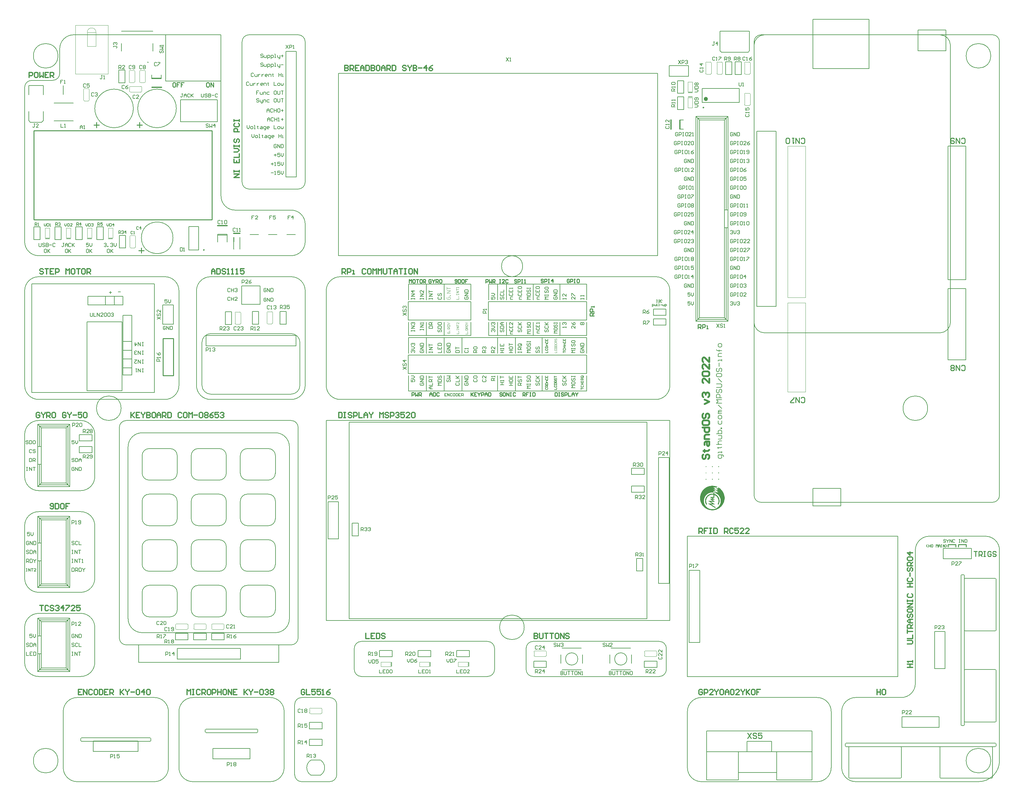
<source format=gto>
G04*
G04 #@! TF.GenerationSoftware,Altium Limited,Altium Designer,22.8.2 (66)*
G04*
G04 Layer_Color=65535*
%FSLAX24Y24*%
%MOIN*%
G70*
G04*
G04 #@! TF.SameCoordinates,7B41CF5B-E62F-45EA-8BBF-26C1571639E4*
G04*
G04*
G04 #@! TF.FilePolarity,Positive*
G04*
G01*
G75*
%ADD10C,0.0059*%
%ADD11C,0.0236*%
%ADD12C,0.0098*%
%ADD13C,0.0039*%
%ADD14C,0.0079*%
%ADD15C,0.0050*%
%ADD16C,0.0118*%
%ADD17C,0.0100*%
%ADD18C,0.0051*%
%ADD19C,0.0047*%
%ADD20C,0.0197*%
G36*
X76911Y35809D02*
X76916Y35808D01*
X76921Y35806D01*
X76927Y35803D01*
X76929Y35801D01*
X76931Y35800D01*
X76936Y35796D01*
X76939Y35789D01*
X76941Y35782D01*
X76942Y35778D01*
X76943Y35767D01*
X76942Y35747D01*
X76941Y35744D01*
X76939Y35739D01*
X76934Y35729D01*
X76932Y35728D01*
X76930Y35727D01*
X76923Y35723D01*
X76917Y35717D01*
X76912Y35714D01*
X76888Y35714D01*
X76881Y35715D01*
X76875Y35720D01*
X76873Y35723D01*
X76865Y35726D01*
X76863Y35727D01*
X76858Y35731D01*
X76854Y35734D01*
X76852Y35737D01*
X76848Y35761D01*
X76849Y35772D01*
X76851Y35778D01*
X76852Y35791D01*
X76856Y35796D01*
X76858Y35797D01*
X76860Y35799D01*
X76862Y35800D01*
X76864Y35802D01*
X76877Y35808D01*
X76877Y35808D01*
X76886Y35811D01*
X76896Y35812D01*
X76911Y35809D01*
D02*
G37*
G36*
X78323Y35810D02*
X78334Y35804D01*
X78342Y35802D01*
X78346Y35800D01*
X78349Y35793D01*
X78350Y35787D01*
X78355Y35777D01*
X78356Y35769D01*
X78355Y35746D01*
X78350Y35738D01*
X78344Y35727D01*
X78339Y35725D01*
X78335Y35724D01*
X78330Y35721D01*
X78327Y35720D01*
X78327Y35719D01*
X78325Y35718D01*
X78318Y35716D01*
X78311Y35714D01*
X78298Y35713D01*
X78295Y35714D01*
X78290Y35716D01*
X78284Y35720D01*
X78281Y35723D01*
X78276Y35725D01*
X78271Y35728D01*
X78270Y35729D01*
X78264Y35739D01*
X78262Y35741D01*
X78261Y35743D01*
X78259Y35748D01*
X78260Y35782D01*
X78268Y35792D01*
X78270Y35799D01*
X78273Y35802D01*
X78277Y35803D01*
X78295Y35811D01*
X78323Y35810D01*
D02*
G37*
G36*
X77618D02*
X77623Y35807D01*
X77634Y35801D01*
X77636Y35799D01*
X77638Y35794D01*
X77639Y35792D01*
X77645Y35786D01*
X77648Y35779D01*
X77650Y35772D01*
X77651Y35768D01*
X77651Y35760D01*
X77650Y35757D01*
X77648Y35749D01*
X77645Y35741D01*
X77639Y35735D01*
X77638Y35732D01*
X77633Y35725D01*
X77627Y35723D01*
X77622Y35720D01*
X77621Y35718D01*
X77620Y35716D01*
X77618Y35714D01*
X77614Y35713D01*
X77602Y35714D01*
X77599Y35716D01*
X77586Y35714D01*
X77581Y35718D01*
X77579Y35721D01*
X77576Y35723D01*
X77575Y35723D01*
X77567Y35728D01*
X77565Y35730D01*
X77564Y35732D01*
X77562Y35735D01*
X77559Y35745D01*
X77556Y35751D01*
X77554Y35757D01*
X77553Y35761D01*
X77554Y35770D01*
X77561Y35786D01*
X77562Y35790D01*
X77565Y35797D01*
X77570Y35802D01*
X77572Y35803D01*
X77574Y35805D01*
X77576Y35806D01*
X77578Y35808D01*
X77585Y35810D01*
X77589Y35811D01*
X77618Y35810D01*
D02*
G37*
G36*
X78314Y35108D02*
X78323Y35103D01*
X78333Y35098D01*
X78335Y35096D01*
X78336Y35096D01*
X78337Y35095D01*
X78345Y35090D01*
X78346Y35088D01*
X78355Y35070D01*
X78356Y35060D01*
X78355Y35042D01*
X78346Y35027D01*
X78342Y35022D01*
X78340Y35021D01*
X78334Y35017D01*
X78328Y35016D01*
X78320Y35014D01*
X78311Y35011D01*
X78306Y35011D01*
X78301Y35012D01*
X78297Y35013D01*
X78292Y35014D01*
X78284Y35016D01*
X78279Y35018D01*
X78270Y35026D01*
X78266Y35032D01*
X78264Y35033D01*
X78263Y35035D01*
X78259Y35045D01*
X78258Y35055D01*
X78260Y35075D01*
X78265Y35082D01*
X78270Y35088D01*
X78275Y35094D01*
X78277Y35095D01*
X78282Y35100D01*
X78292Y35104D01*
X78305Y35109D01*
X78314Y35108D01*
D02*
G37*
G36*
X76903D02*
X76909Y35106D01*
X76915Y35103D01*
X76925Y35097D01*
X76929Y35094D01*
X76930Y35092D01*
X76933Y35088D01*
X76935Y35087D01*
X76940Y35082D01*
X76942Y35074D01*
X76943Y35064D01*
X76945Y35059D01*
X76944Y35049D01*
X76941Y35041D01*
X76940Y35029D01*
X76937Y35027D01*
X76930Y35022D01*
X76923Y35017D01*
X76915Y35015D01*
X76909Y35014D01*
X76904Y35012D01*
X76899Y35010D01*
X76895Y35009D01*
X76894D01*
X76885Y35013D01*
X76877Y35015D01*
X76870Y35018D01*
X76866Y35021D01*
X76864Y35022D01*
X76857Y35026D01*
X76853Y35028D01*
X76851Y35033D01*
X76850Y35046D01*
X76849Y35049D01*
X76848Y35053D01*
X76849Y35069D01*
X76850Y35072D01*
X76852Y35083D01*
X76854Y35084D01*
X76855Y35087D01*
X76856Y35088D01*
X76870Y35095D01*
X76876Y35101D01*
X76878Y35102D01*
X76891Y35109D01*
X76903Y35108D01*
D02*
G37*
G36*
X77606Y35109D02*
X77615Y35104D01*
X77622Y35103D01*
X77625Y35101D01*
X77630Y35098D01*
X77631Y35096D01*
X77633Y35094D01*
X77634Y35092D01*
X77639Y35086D01*
X77644Y35081D01*
X77646Y35080D01*
X77648Y35075D01*
X77649Y35071D01*
X77650Y35046D01*
X77649Y35042D01*
X77645Y35036D01*
X77639Y35030D01*
X77635Y35023D01*
X77630Y35018D01*
X77623Y35016D01*
X77619Y35015D01*
X77612Y35013D01*
X77602Y35008D01*
X77595Y35009D01*
X77582Y35015D01*
X77578Y35016D01*
X77571Y35020D01*
X77565Y35027D01*
X77563Y35027D01*
X77561Y35032D01*
X77559Y35039D01*
X77553Y35053D01*
X77552Y35056D01*
X77553Y35059D01*
X77554Y35065D01*
X77556Y35067D01*
X77558Y35072D01*
X77560Y35079D01*
X77565Y35089D01*
X77569Y35093D01*
X77570Y35093D01*
X77578Y35101D01*
X77583Y35103D01*
X77596Y35110D01*
X77606Y35109D01*
D02*
G37*
G36*
X78319Y34398D02*
X78324Y34397D01*
X78328Y34395D01*
X78331Y34394D01*
X78332D01*
X78338Y34391D01*
X78344Y34388D01*
X78346Y34385D01*
X78347Y34383D01*
X78352Y34376D01*
X78355Y34369D01*
X78356Y34362D01*
X78355Y34359D01*
X78356Y34339D01*
X78354Y34334D01*
X78351Y34331D01*
X78350Y34329D01*
X78343Y34318D01*
X78340Y34315D01*
X78338Y34313D01*
X78337Y34311D01*
X78334Y34307D01*
X78330Y34306D01*
X78316Y34305D01*
X78313Y34304D01*
X78288Y34305D01*
X78284Y34306D01*
X78279Y34309D01*
X78278Y34310D01*
X78277Y34312D01*
X78272Y34318D01*
X78271Y34320D01*
X78270Y34322D01*
X78264Y34329D01*
X78262Y34330D01*
X78261Y34332D01*
X78259Y34337D01*
X78259Y34341D01*
X78259Y34359D01*
X78258Y34362D01*
X78259Y34372D01*
X78263Y34377D01*
X78265Y34378D01*
X78269Y34384D01*
X78272Y34387D01*
X78273Y34389D01*
X78275Y34390D01*
X78283Y34395D01*
X78294Y34398D01*
X78301Y34399D01*
X78319Y34398D01*
D02*
G37*
G36*
X76909Y34399D02*
X76916Y34396D01*
X76917D01*
X76925Y34394D01*
X76929Y34391D01*
X76932Y34386D01*
X76933Y34385D01*
X76935Y34384D01*
X76939Y34380D01*
X76940Y34373D01*
X76941Y34369D01*
X76943Y34364D01*
X76945Y34360D01*
X76946Y34354D01*
X76945Y34351D01*
X76944Y34347D01*
X76942Y34340D01*
X76939Y34328D01*
X76935Y34322D01*
X76933Y34320D01*
X76932Y34318D01*
X76927Y34313D01*
X76926Y34311D01*
X76925Y34310D01*
X76923Y34309D01*
X76921Y34307D01*
X76915Y34305D01*
X76907Y34304D01*
X76891Y34304D01*
X76888Y34305D01*
X76876Y34306D01*
X76870Y34310D01*
X76865Y34315D01*
X76863Y34316D01*
X76862Y34318D01*
X76859Y34323D01*
X76856Y34325D01*
X76854Y34326D01*
X76851Y34329D01*
X76850Y34336D01*
X76849Y34351D01*
X76848Y34354D01*
X76849Y34364D01*
X76851Y34369D01*
X76852Y34376D01*
X76854Y34381D01*
X76856Y34384D01*
X76858Y34385D01*
X76868Y34392D01*
X76877Y34396D01*
X76886Y34398D01*
X76891Y34399D01*
X76896Y34400D01*
X76909Y34399D01*
D02*
G37*
G36*
X77613Y34398D02*
X77617Y34397D01*
X77626Y34395D01*
X77631Y34392D01*
X77635Y34386D01*
X77638Y34382D01*
X77643Y34378D01*
X77645Y34377D01*
X77646Y34375D01*
X77648Y34368D01*
X77649Y34364D01*
X77650Y34350D01*
X77649Y34338D01*
X77645Y34331D01*
X77643Y34330D01*
X77638Y34326D01*
X77636Y34321D01*
X77633Y34316D01*
X77631Y34313D01*
X77630Y34311D01*
X77626Y34308D01*
X77621Y34306D01*
X77614Y34305D01*
X77610Y34304D01*
X77600Y34303D01*
X77596Y34304D01*
X77588Y34305D01*
X77582Y34306D01*
X77581D01*
X77577Y34307D01*
X77572Y34310D01*
X77567Y34319D01*
X77562Y34326D01*
X77560Y34331D01*
X77558Y34338D01*
X77553Y34348D01*
X77552Y34352D01*
X77553Y34359D01*
X77560Y34374D01*
X77563Y34381D01*
X77565Y34383D01*
X77566Y34385D01*
X77570Y34392D01*
X77573Y34395D01*
X77580Y34396D01*
X77589Y34397D01*
X77594Y34399D01*
X77608Y34400D01*
X77613Y34398D01*
D02*
G37*
G36*
X77720Y33622D02*
X77723Y33617D01*
X77726Y33614D01*
X77740Y33610D01*
X77766Y33606D01*
X77807Y33602D01*
X77841Y33600D01*
X77847Y33597D01*
X77865Y33594D01*
X77889Y33587D01*
X77906Y33583D01*
X77930Y33580D01*
X77943Y33578D01*
X77953Y33573D01*
X77965Y33568D01*
X77979Y33564D01*
X78004Y33560D01*
X78013Y33558D01*
X78040Y33545D01*
X78048Y33543D01*
X78073Y33538D01*
X78099Y33524D01*
X78107Y33522D01*
X78121Y33519D01*
X78128Y33516D01*
X78143Y33505D01*
X78160Y33501D01*
X78170Y33495D01*
X78173Y33485D01*
X78171Y33429D01*
X78166Y33423D01*
X78151Y33421D01*
X78145Y33423D01*
X77745Y33421D01*
X77739Y33418D01*
X77737Y33410D01*
X77739Y33406D01*
X77743Y33403D01*
X77770Y33388D01*
X77774Y33384D01*
X77778Y33382D01*
X77790Y33372D01*
X77795Y33367D01*
X77799Y33365D01*
X77814Y33356D01*
X77824Y33346D01*
X77828Y33344D01*
X77843Y33335D01*
X77856Y33323D01*
X77860Y33321D01*
X77875Y33310D01*
X77881Y33304D01*
X77900Y33294D01*
X77910Y33283D01*
X77929Y33273D01*
X77940Y33262D01*
X77954Y33254D01*
X77967Y33241D01*
X77986Y33231D01*
X77992Y33224D01*
X77996Y33222D01*
X78010Y33213D01*
X78008Y33207D01*
X78004Y33203D01*
X77992Y33201D01*
X77986Y33203D01*
X77749Y33201D01*
X77744Y33196D01*
X77746Y33186D01*
X77751Y33180D01*
X77770Y33170D01*
X77784Y33159D01*
X77789Y33157D01*
X77800Y33148D01*
X77807Y33141D01*
X77826Y33130D01*
X77837Y33120D01*
X77851Y33111D01*
X77862Y33101D01*
X77881Y33090D01*
X77889Y33082D01*
X77893Y33080D01*
X77908Y33069D01*
X77914Y33063D01*
X77919Y33061D01*
X77933Y33053D01*
X77938Y33047D01*
X77940Y33044D01*
X77944Y33042D01*
X77958Y33034D01*
X77970Y33024D01*
X77973Y33021D01*
X77988Y33013D01*
X77993Y33007D01*
X77995Y33003D01*
X78001Y32997D01*
X78003Y32989D01*
X77994Y32985D01*
X77986Y32988D01*
X77928Y32989D01*
X77774Y32988D01*
X77768Y32990D01*
X77753Y32988D01*
X77739Y32978D01*
X77735Y32968D01*
X77736Y32918D01*
X77734Y32860D01*
X77667Y32862D01*
X77661Y32864D01*
X77573Y32866D01*
X77566Y32864D01*
X77505Y32861D01*
X77450Y32857D01*
X77427Y32852D01*
X77419Y32850D01*
X77408Y32846D01*
X77397Y32843D01*
X77388Y32841D01*
X77362Y32838D01*
X77352Y32836D01*
X77341Y32831D01*
X77330Y32826D01*
X77315Y32822D01*
X77298Y32818D01*
X77287Y32815D01*
X77279Y32812D01*
X77267Y32803D01*
X77253Y32800D01*
X77245Y32798D01*
X77231Y32793D01*
X77219Y32784D01*
X77208Y32780D01*
X77197Y32777D01*
X77186Y32773D01*
X77179Y32765D01*
X77164Y32759D01*
X77156Y32757D01*
X77144Y32748D01*
X77131Y32740D01*
X77117Y32735D01*
X77114Y32732D01*
X77110Y32730D01*
X77101Y32721D01*
X77088Y32716D01*
X77084Y32713D01*
X77080Y32711D01*
X77072Y32703D01*
X77053Y32692D01*
X77043Y32682D01*
X77028Y32673D01*
X77023Y32668D01*
X77022Y32665D01*
X77017Y32663D01*
X77013Y32659D01*
X77003Y32652D01*
X76994Y32644D01*
X76990Y32642D01*
X76971Y32627D01*
X76967Y32621D01*
X76963Y32619D01*
X76940Y32596D01*
X76936Y32594D01*
X76926Y32584D01*
X76924Y32580D01*
X76917Y32573D01*
X76913Y32571D01*
X76907Y32563D01*
X76903Y32559D01*
X76901Y32555D01*
X76896Y32550D01*
X76893Y32548D01*
X76891Y32544D01*
X76886Y32540D01*
X76884Y32536D01*
X76880Y32532D01*
X76878Y32528D01*
X76865Y32515D01*
X76863Y32511D01*
X76854Y32499D01*
X76849Y32494D01*
X76847Y32490D01*
X76836Y32475D01*
X76828Y32467D01*
X76817Y32448D01*
X76808Y32436D01*
X76803Y32425D01*
X76800Y32421D01*
X76791Y32409D01*
X76788Y32406D01*
X76780Y32385D01*
X76770Y32374D01*
X76765Y32362D01*
X76760Y32348D01*
X76754Y32341D01*
X76750Y32337D01*
X76746Y32326D01*
X76744Y32318D01*
X76738Y32301D01*
X76727Y32287D01*
X76724Y32273D01*
X76720Y32256D01*
X76710Y32240D01*
X76706Y32230D01*
X76702Y32205D01*
X76697Y32191D01*
X76687Y32169D01*
X76685Y32161D01*
X76683Y32140D01*
X76681Y32125D01*
X76679Y32117D01*
X76668Y32083D01*
X76666Y32069D01*
X76664Y32041D01*
X76662Y32020D01*
X76659Y31959D01*
X76658Y31899D01*
X76660Y31893D01*
X76663Y31816D01*
X76665Y31789D01*
X76667Y31772D01*
X76669Y31759D01*
X76679Y31729D01*
X76681Y31721D01*
X76683Y31700D01*
X76685Y31691D01*
X76688Y31676D01*
X76700Y31649D01*
X76702Y31641D01*
X76707Y31615D01*
X76721Y31589D01*
X76723Y31580D01*
X76726Y31567D01*
X76729Y31559D01*
X76740Y31545D01*
X76744Y31528D01*
X76754Y31509D01*
X76759Y31505D01*
X76763Y31494D01*
X76765Y31486D01*
X76773Y31471D01*
X76780Y31465D01*
X76786Y31450D01*
X76794Y31436D01*
X76800Y31429D01*
X76811Y31411D01*
X76820Y31399D01*
X76828Y31383D01*
X76837Y31372D01*
X76842Y31367D01*
X76851Y31352D01*
X76854Y31349D01*
X76858Y31347D01*
X76861Y31343D01*
X76863Y31339D01*
X76874Y31325D01*
X76884Y31314D01*
X76886Y31310D01*
X76897Y31299D01*
X76899Y31295D01*
X76928Y31266D01*
X76930Y31262D01*
X76934Y31259D01*
X76938Y31256D01*
X76948Y31244D01*
X76957Y31236D01*
X76961Y31233D01*
X76969Y31225D01*
X76973Y31223D01*
X76988Y31208D01*
X76992Y31206D01*
X77004Y31197D01*
X77013Y31187D01*
X77024Y31181D01*
X77029Y31176D01*
X77031Y31172D01*
X77049Y31162D01*
X77057Y31154D01*
X77061Y31152D01*
X77076Y31143D01*
X77088Y31134D01*
X77091Y31131D01*
X77114Y31118D01*
X77120Y31112D01*
X77131Y31108D01*
X77149Y31097D01*
X77156Y31091D01*
X77182Y31081D01*
X77189Y31076D01*
X77200Y31070D01*
X77214Y31066D01*
X77228Y31061D01*
X77231Y31057D01*
X77235Y31055D01*
X77240Y31051D01*
X77251Y31048D01*
X77262Y31046D01*
X77270Y31044D01*
X77305Y31028D01*
X77319Y31026D01*
X77328Y31024D01*
X77339Y31021D01*
X77361Y31011D01*
X77369Y31009D01*
X77384Y31007D01*
X77417Y31002D01*
X77425Y31000D01*
X77435Y30996D01*
X77444Y30993D01*
X77456Y30991D01*
X77473Y30989D01*
X77492Y30987D01*
X77544Y30985D01*
X77657Y30984D01*
X77663Y30986D01*
X77728Y30988D01*
X77734Y30990D01*
X77752Y30993D01*
X77762Y30996D01*
X77771Y30998D01*
X77782Y31001D01*
X77791Y31003D01*
X77805Y31005D01*
X77814Y31007D01*
X77835Y31009D01*
X77845Y31013D01*
X77860Y31020D01*
X77875Y31024D01*
X77883Y31026D01*
X77897Y31029D01*
X77913Y31035D01*
X77935Y31045D01*
X77952Y31049D01*
X77971Y31059D01*
X77986Y31066D01*
X77994Y31068D01*
X78013Y31078D01*
X78036Y31089D01*
X78051Y31097D01*
X78057Y31103D01*
X78077Y31111D01*
X78080Y31114D01*
X78084Y31116D01*
X78090Y31122D01*
X78105Y31129D01*
X78109Y31131D01*
X78118Y31139D01*
X78122Y31141D01*
X78137Y31150D01*
X78148Y31159D01*
X78153Y31164D01*
X78171Y31174D01*
X78173Y31178D01*
X78181Y31185D01*
X78196Y31195D01*
X78198Y31199D01*
X78206Y31204D01*
X78210Y31208D01*
X78214Y31210D01*
X78229Y31225D01*
X78233Y31227D01*
X78252Y31246D01*
X78256Y31248D01*
X78278Y31270D01*
X78280Y31274D01*
X78299Y31293D01*
X78301Y31297D01*
X78318Y31314D01*
X78320Y31318D01*
X78332Y31331D01*
X78335Y31335D01*
X78345Y31350D01*
X78351Y31354D01*
X78353Y31358D01*
X78362Y31373D01*
X78372Y31383D01*
X78383Y31402D01*
X78391Y31411D01*
X78393Y31415D01*
X78404Y31434D01*
X78410Y31440D01*
X78416Y31455D01*
X78425Y31469D01*
X78431Y31475D01*
X78436Y31489D01*
X78440Y31500D01*
X78449Y31512D01*
X78452Y31515D01*
X78454Y31524D01*
X78458Y31538D01*
X78467Y31553D01*
X78475Y31572D01*
X78478Y31586D01*
X78482Y31596D01*
X78492Y31614D01*
X78498Y31639D01*
X78501Y31653D01*
X78505Y31663D01*
X78513Y31681D01*
X78515Y31689D01*
X78518Y31715D01*
X78520Y31728D01*
X78523Y31740D01*
X78527Y31750D01*
X78532Y31765D01*
X78534Y31786D01*
X78536Y31794D01*
X78541Y31894D01*
X78542Y31941D01*
X78540Y31947D01*
X78538Y32025D01*
X78536Y32031D01*
X78534Y32075D01*
X78532Y32081D01*
X78528Y32095D01*
X78523Y32108D01*
X78519Y32125D01*
X78517Y32146D01*
X78515Y32161D01*
X78507Y32181D01*
X78500Y32199D01*
X78498Y32207D01*
X78496Y32222D01*
X78494Y32230D01*
X78477Y32266D01*
X78474Y32279D01*
X78470Y32290D01*
X78461Y32302D01*
X78451Y32332D01*
X78446Y32339D01*
X78435Y32362D01*
X78431Y32372D01*
X78420Y32383D01*
X78413Y32403D01*
X78403Y32415D01*
X78400Y32419D01*
X78395Y32429D01*
X78389Y32440D01*
X78381Y32448D01*
X78368Y32471D01*
X78358Y32481D01*
X78349Y32496D01*
X78337Y32509D01*
X78330Y32519D01*
X78320Y32530D01*
X78318Y32534D01*
X78314Y32538D01*
X78312Y32542D01*
X78297Y32557D01*
X78295Y32561D01*
X78288Y32567D01*
X78286Y32572D01*
X78279Y32577D01*
X78272Y32584D01*
X78270Y32588D01*
X78262Y32596D01*
X78258Y32598D01*
X78235Y32621D01*
X78231Y32623D01*
X78226Y32630D01*
X78222Y32633D01*
X78218Y32635D01*
X78214Y32640D01*
X78210Y32642D01*
X78206Y32646D01*
X78201Y32648D01*
X78193Y32656D01*
X78189Y32659D01*
X78177Y32668D01*
X78170Y32675D01*
X78166Y32677D01*
X78151Y32688D01*
X78143Y32696D01*
X78129Y32701D01*
X78122Y32707D01*
X78113Y32715D01*
X78103Y32719D01*
X78092Y32726D01*
X78084Y32734D01*
X78069Y32740D01*
X78059Y32747D01*
X78055Y32751D01*
X78051Y32753D01*
X78036Y32759D01*
X78028Y32761D01*
X78007Y32776D01*
X77995Y32779D01*
X77985Y32783D01*
X77977Y32786D01*
X77965Y32795D01*
X77950Y32799D01*
X77933Y32803D01*
X77919Y32814D01*
X77905Y32817D01*
X77892Y32819D01*
X77884Y32821D01*
X77867Y32827D01*
X77856Y32830D01*
X77845Y32828D01*
X77842Y32819D01*
X77840Y32810D01*
X77842Y32706D01*
X77849Y32698D01*
X77860Y32694D01*
X77873Y32689D01*
X77889Y32679D01*
X77903Y32676D01*
X77913Y32674D01*
X77930Y32664D01*
X77940Y32659D01*
X77948Y32656D01*
X77959Y32653D01*
X77971Y32646D01*
X77977Y32640D01*
X77997Y32632D01*
X78013Y32621D01*
X78036Y32608D01*
X78042Y32602D01*
X78046Y32600D01*
X78069Y32587D01*
X78080Y32577D01*
X78090Y32571D01*
X78103Y32558D01*
X78118Y32550D01*
X78132Y32535D01*
X78137Y32533D01*
X78141Y32529D01*
X78145Y32527D01*
X78148Y32523D01*
X78149Y32520D01*
X78153Y32518D01*
X78157Y32514D01*
X78162Y32512D01*
X78171Y32502D01*
X78173Y32498D01*
X78181Y32491D01*
X78185Y32489D01*
X78188Y32486D01*
X78190Y32481D01*
X78194Y32477D01*
X78195Y32474D01*
X78199Y32472D01*
X78209Y32463D01*
X78211Y32458D01*
X78220Y32447D01*
X78226Y32440D01*
X78232Y32433D01*
X78234Y32429D01*
X78243Y32418D01*
X78248Y32415D01*
X78257Y32400D01*
X78259Y32396D01*
X78266Y32390D01*
X78272Y32381D01*
X78281Y32363D01*
X78285Y32361D01*
X78293Y32347D01*
X78301Y32333D01*
X78312Y32318D01*
X78315Y32306D01*
X78325Y32290D01*
X78328Y32287D01*
X78339Y32257D01*
X78349Y32243D01*
X78353Y32226D01*
X78357Y32212D01*
X78370Y32186D01*
X78372Y32178D01*
X78374Y32163D01*
X78378Y32149D01*
X78382Y32139D01*
X78387Y32127D01*
X78391Y32113D01*
X78393Y32098D01*
X78398Y32057D01*
X78403Y32036D01*
X78405Y32028D01*
X78407Y32017D01*
X78409Y32005D01*
X78411Y31986D01*
X78412Y31874D01*
X78410Y31867D01*
X78408Y31825D01*
X78406Y31819D01*
X78403Y31806D01*
X78398Y31789D01*
X78396Y31776D01*
X78394Y31759D01*
X78389Y31725D01*
X78379Y31702D01*
X78374Y31685D01*
X78372Y31668D01*
X78370Y31662D01*
X78356Y31631D01*
X78353Y31622D01*
X78350Y31609D01*
X78343Y31597D01*
X78337Y31587D01*
X78332Y31572D01*
X78324Y31557D01*
X78316Y31545D01*
X78308Y31525D01*
X78303Y31519D01*
X78301Y31515D01*
X78295Y31509D01*
X78293Y31505D01*
X78287Y31500D01*
X78279Y31502D01*
X78264Y31512D01*
X78250Y31521D01*
X78241Y31529D01*
X78233Y31531D01*
X78218Y31539D01*
X78210Y31548D01*
X78195Y31556D01*
X78192Y31566D01*
X78195Y31577D01*
X78204Y31590D01*
X78211Y31597D01*
X78215Y31612D01*
X78220Y31625D01*
X78228Y31633D01*
X78230Y31637D01*
X78234Y31647D01*
X78236Y31656D01*
X78239Y31667D01*
X78248Y31680D01*
X78253Y31693D01*
X78255Y31708D01*
X78257Y31716D01*
X78260Y31728D01*
X78272Y31754D01*
X78274Y31763D01*
X78277Y31793D01*
X78279Y31806D01*
X78287Y31839D01*
X78289Y31860D01*
X78292Y31883D01*
X78293Y31957D01*
X78291Y31964D01*
X78288Y32002D01*
X78286Y32008D01*
X78283Y32024D01*
X78281Y32032D01*
X78279Y32042D01*
X78277Y32055D01*
X78275Y32074D01*
X78273Y32091D01*
X78271Y32099D01*
X78266Y32109D01*
X78257Y32131D01*
X78255Y32146D01*
X78253Y32155D01*
X78249Y32165D01*
X78240Y32178D01*
X78237Y32189D01*
X78229Y32212D01*
X78219Y32228D01*
X78215Y32238D01*
X78205Y32257D01*
X78200Y32261D01*
X78194Y32276D01*
X78186Y32291D01*
X78177Y32299D01*
X78167Y32318D01*
X78159Y32326D01*
X78148Y32345D01*
X78135Y32358D01*
X78133Y32362D01*
X78124Y32374D01*
X78115Y32383D01*
X78112Y32387D01*
X78101Y32399D01*
X78098Y32400D01*
X78096Y32404D01*
X78082Y32418D01*
X78078Y32420D01*
X78075Y32423D01*
X78073Y32427D01*
X78061Y32438D01*
X78057Y32441D01*
X78044Y32453D01*
X78040Y32455D01*
X78029Y32465D01*
X78019Y32474D01*
X78000Y32485D01*
X77992Y32493D01*
X77988Y32495D01*
X77973Y32503D01*
X77965Y32512D01*
X77960Y32514D01*
X77933Y32529D01*
X77929Y32533D01*
X77919Y32537D01*
X77899Y32544D01*
X77893Y32550D01*
X77889Y32552D01*
X77875Y32558D01*
X77866Y32560D01*
X77845Y32558D01*
X77842Y32555D01*
X77840Y32546D01*
X77838Y32278D01*
X77831Y32269D01*
X77822Y32267D01*
X77634Y32265D01*
X77630Y32261D01*
X77634Y32250D01*
X77637Y32243D01*
X77644Y32235D01*
X77658Y32230D01*
X77661Y32227D01*
X77665Y32225D01*
X77673Y32216D01*
X77688Y32208D01*
X77693Y32203D01*
X77695Y32199D01*
X77719Y32185D01*
X77728Y32177D01*
X77732Y32174D01*
X77747Y32164D01*
X77753Y32158D01*
X77757Y32156D01*
X77772Y32145D01*
X77780Y32137D01*
X77799Y32126D01*
X77805Y32120D01*
X77810Y32118D01*
X77814Y32114D01*
X77828Y32105D01*
X77839Y32095D01*
X77854Y32086D01*
X77860Y32080D01*
X77864Y32078D01*
X77883Y32068D01*
X77886Y32064D01*
X77884Y32052D01*
X77872Y32049D01*
X77820Y32051D01*
X77762Y32050D01*
X77673Y32051D01*
X77667Y32049D01*
X77641Y32052D01*
X77632Y32050D01*
X77628Y32048D01*
X77630Y32035D01*
X77650Y32015D01*
X77665Y32007D01*
X77675Y31996D01*
X77680Y31994D01*
X77700Y31981D01*
X77705Y31975D01*
X77724Y31965D01*
X77734Y31954D01*
X77738Y31952D01*
X77753Y31942D01*
X77761Y31933D01*
X77772Y31929D01*
X77783Y31920D01*
X77789Y31915D01*
X77803Y31906D01*
X77814Y31896D01*
X77818Y31894D01*
X77833Y31885D01*
X77838Y31880D01*
X77839Y31877D01*
X77843Y31875D01*
X77869Y31857D01*
X77887Y31847D01*
X77890Y31838D01*
X77885Y31833D01*
X77877Y31831D01*
X77831Y31833D01*
X77662Y31832D01*
X77533Y31833D01*
X77527Y31831D01*
X77522Y31833D01*
X77516Y31831D01*
X77470Y31833D01*
X77457Y31831D01*
X77452Y31825D01*
X77454Y31815D01*
X77478Y31801D01*
X77493Y31791D01*
X77504Y31787D01*
X77515Y31777D01*
X77529Y31770D01*
X77539Y31764D01*
X77543Y31759D01*
X77548Y31757D01*
X77552Y31753D01*
X77560Y31751D01*
X77579Y31736D01*
X77606Y31722D01*
X77615Y31713D01*
X77628Y31708D01*
X77636Y31703D01*
X77640Y31699D01*
X77644Y31697D01*
X77663Y31686D01*
X77674Y31677D01*
X77678Y31674D01*
X77691Y31668D01*
X77698Y31663D01*
X77710Y31654D01*
X77720Y31649D01*
X77732Y31642D01*
X77740Y31634D01*
X77754Y31628D01*
X77766Y31621D01*
X77772Y31615D01*
X77795Y31602D01*
X77803Y31594D01*
X77814Y31590D01*
X77828Y31581D01*
X77837Y31573D01*
X77868Y31556D01*
X77883Y31550D01*
X77887Y31548D01*
X77892Y31543D01*
X77890Y31536D01*
X77887Y31533D01*
X77879Y31531D01*
X77810Y31533D01*
X77803Y31531D01*
X77782Y31533D01*
X77754Y31532D01*
X77675Y31533D01*
X77669Y31531D01*
X77623Y31533D01*
X77523Y31532D01*
X77493Y31533D01*
X77479Y31526D01*
X77477Y31519D01*
X77483Y31512D01*
X77493Y31508D01*
X77507Y31503D01*
X77514Y31495D01*
X77518Y31493D01*
X77537Y31483D01*
X77549Y31473D01*
X77566Y31464D01*
X77578Y31455D01*
X77581Y31451D01*
X77598Y31445D01*
X77605Y31440D01*
X77607Y31436D01*
X77636Y31420D01*
X77644Y31412D01*
X77654Y31407D01*
X77665Y31401D01*
X77671Y31395D01*
X77675Y31393D01*
X77694Y31382D01*
X77698Y31378D01*
X77703Y31376D01*
X77707Y31372D01*
X77730Y31359D01*
X77736Y31353D01*
X77759Y31340D01*
X77774Y31330D01*
X77793Y31319D01*
X77801Y31311D01*
X77815Y31306D01*
X77837Y31290D01*
X77856Y31280D01*
X77859Y31276D01*
X77860Y31273D01*
X77870Y31269D01*
X77888Y31260D01*
X77890Y31255D01*
X77916Y31240D01*
X77923Y31233D01*
X77937Y31227D01*
X77948Y31221D01*
X77958Y31210D01*
X77969Y31206D01*
X77979Y31200D01*
X77991Y31190D01*
X77997Y31184D01*
X77995Y31174D01*
X77981Y31168D01*
X77970Y31165D01*
X77967Y31162D01*
X77963Y31160D01*
X77958Y31156D01*
X77948Y31152D01*
X77940Y31150D01*
X77928Y31146D01*
X77916Y31139D01*
X77906Y31135D01*
X77895Y31137D01*
X77887Y31145D01*
X77872Y31152D01*
X77868Y31154D01*
X77857Y31163D01*
X77847Y31168D01*
X77833Y31177D01*
X77824Y31185D01*
X77810Y31192D01*
X77799Y31198D01*
X77791Y31206D01*
X77777Y31211D01*
X77768Y31219D01*
X77765Y31220D01*
X77763Y31223D01*
X77759Y31225D01*
X77736Y31238D01*
X77728Y31246D01*
X77724Y31248D01*
X77705Y31259D01*
X77701Y31263D01*
X77696Y31265D01*
X77673Y31277D01*
X77665Y31286D01*
X77642Y31298D01*
X77636Y31305D01*
X77625Y31309D01*
X77610Y31317D01*
X77602Y31326D01*
X77575Y31340D01*
X77569Y31347D01*
X77558Y31351D01*
X77554Y31353D01*
X77542Y31362D01*
X77537Y31368D01*
X77517Y31375D01*
X77504Y31389D01*
X77490Y31394D01*
X77483Y31399D01*
X77476Y31405D01*
X77472Y31407D01*
X77450Y31419D01*
X77448Y31423D01*
X77445Y31426D01*
X77418Y31441D01*
X77403Y31451D01*
X77395Y31453D01*
X77384Y31464D01*
X77380Y31466D01*
X77357Y31479D01*
X77353Y31483D01*
X77349Y31485D01*
X77344Y31489D01*
X77331Y31494D01*
X77321Y31504D01*
X77317Y31506D01*
X77294Y31518D01*
X77288Y31525D01*
X77284Y31527D01*
X77265Y31537D01*
X77260Y31541D01*
X77256Y31544D01*
X77252Y31548D01*
X77242Y31552D01*
X77231Y31558D01*
X77223Y31567D01*
X77196Y31581D01*
X77189Y31588D01*
X77185Y31590D01*
X77166Y31600D01*
X77156Y31606D01*
X77134Y31618D01*
X77136Y31626D01*
X77145Y31630D01*
X77160Y31632D01*
X77168Y31630D01*
X77566Y31632D01*
X77574Y31639D01*
X77568Y31649D01*
X77550Y31657D01*
X77546Y31659D01*
X77527Y31671D01*
X77512Y31680D01*
X77504Y31688D01*
X77493Y31692D01*
X77478Y31701D01*
X77470Y31709D01*
X77456Y31714D01*
X77444Y31725D01*
X77441Y31728D01*
X77420Y31736D01*
X77408Y31746D01*
X77403Y31751D01*
X77389Y31756D01*
X77386Y31759D01*
X77382Y31762D01*
X77374Y31770D01*
X77360Y31775D01*
X77353Y31780D01*
X77344Y31789D01*
X77334Y31793D01*
X77319Y31801D01*
X77315Y31806D01*
X77311Y31808D01*
X77307Y31812D01*
X77298Y31814D01*
X77284Y31824D01*
X77279Y31829D01*
X77252Y31843D01*
X77244Y31852D01*
X77235Y31854D01*
X77221Y31864D01*
X77216Y31868D01*
X77212Y31871D01*
X77189Y31883D01*
X77181Y31891D01*
X77167Y31897D01*
X77145Y31912D01*
X77141Y31915D01*
X77134Y31920D01*
X77136Y31928D01*
X77166Y31929D01*
X77172Y31927D01*
X77225Y31929D01*
X77306Y31928D01*
X77340Y31929D01*
X77346Y31927D01*
X77353Y31929D01*
X77601Y31928D01*
X77608Y31931D01*
X77612Y31934D01*
X77614Y31941D01*
X77607Y31951D01*
X77590Y31961D01*
X77583Y31967D01*
X77579Y31969D01*
X77564Y31977D01*
X77558Y31984D01*
X77554Y31986D01*
X77548Y31992D01*
X77533Y32000D01*
X77520Y32013D01*
X77506Y32021D01*
X77497Y32030D01*
X77474Y32042D01*
X77469Y32050D01*
X77451Y32061D01*
X77441Y32072D01*
X77422Y32082D01*
X77416Y32088D01*
X77411Y32091D01*
X77407Y32095D01*
X77393Y32103D01*
X77384Y32112D01*
X77380Y32114D01*
X77365Y32124D01*
X77360Y32131D01*
X77354Y32142D01*
X77357Y32145D01*
X77366Y32146D01*
X77584Y32144D01*
X77596Y32143D01*
X77602Y32145D01*
X77610Y32147D01*
X77612Y32159D01*
X77602Y32172D01*
X77583Y32183D01*
X77579Y32187D01*
X77575Y32189D01*
X77571Y32193D01*
X77556Y32202D01*
X77546Y32212D01*
X77541Y32214D01*
X77527Y32225D01*
X77520Y32231D01*
X77516Y32233D01*
X77502Y32241D01*
X77493Y32250D01*
X77489Y32252D01*
X77474Y32260D01*
X77469Y32266D01*
X77467Y32270D01*
X77441Y32285D01*
X77432Y32294D01*
X77418Y32302D01*
X77407Y32313D01*
X77393Y32321D01*
X77384Y32329D01*
X77365Y32340D01*
X77358Y32347D01*
X77357Y32357D01*
X77359Y32361D01*
X77374Y32363D01*
X77390Y32361D01*
X77397Y32363D01*
X77476Y32361D01*
X77483Y32363D01*
X77592Y32361D01*
X77695Y32362D01*
X77719Y32361D01*
X77731Y32370D01*
X77733Y32379D01*
X77735Y32393D01*
X77733Y32408D01*
X77735Y32473D01*
X77733Y32479D01*
X77735Y32519D01*
X77734Y32568D01*
X77735Y32582D01*
X77733Y32588D01*
X77727Y32599D01*
X77715Y32604D01*
X77695Y32607D01*
X77684Y32610D01*
X77669Y32612D01*
X77661Y32615D01*
X77582Y32616D01*
X77542Y32613D01*
X77517Y32611D01*
X77509Y32609D01*
X77497Y32606D01*
X77489Y32604D01*
X77471Y32601D01*
X77459Y32599D01*
X77431Y32595D01*
X77423Y32593D01*
X77406Y32586D01*
X77382Y32579D01*
X77374Y32577D01*
X77354Y32569D01*
X77351Y32566D01*
X77336Y32560D01*
X77322Y32557D01*
X77312Y32553D01*
X77305Y32547D01*
X77281Y32537D01*
X77267Y32529D01*
X77263Y32524D01*
X77244Y32516D01*
X77240Y32514D01*
X77235Y32510D01*
X77232Y32509D01*
X77230Y32504D01*
X77216Y32497D01*
X77206Y32491D01*
X77198Y32482D01*
X77193Y32480D01*
X77179Y32472D01*
X77166Y32459D01*
X77162Y32457D01*
X77150Y32448D01*
X77141Y32438D01*
X77137Y32436D01*
X77133Y32432D01*
X77130Y32431D01*
X77127Y32427D01*
X77116Y32415D01*
X77112Y32413D01*
X77106Y32408D01*
X77104Y32404D01*
X77095Y32394D01*
X77091Y32392D01*
X77085Y32385D01*
X77076Y32374D01*
X77072Y32371D01*
X77063Y32359D01*
X77058Y32352D01*
X77050Y32343D01*
X77039Y32324D01*
X77027Y32312D01*
X77022Y32298D01*
X77012Y32289D01*
X77010Y32284D01*
X76995Y32257D01*
X76991Y32253D01*
X76985Y32238D01*
X76982Y32227D01*
X76973Y32214D01*
X76970Y32211D01*
X76964Y32190D01*
X76959Y32177D01*
X76947Y32155D01*
X76945Y32140D01*
X76943Y32131D01*
X76936Y32112D01*
X76930Y32098D01*
X76928Y32090D01*
X76924Y32060D01*
X76921Y32036D01*
X76917Y32019D01*
X76914Y32008D01*
X76912Y31993D01*
X76909Y31985D01*
X76907Y31907D01*
X76909Y31865D01*
X76912Y31859D01*
X76914Y31834D01*
X76916Y31828D01*
X76920Y31811D01*
X76922Y31796D01*
X76924Y31788D01*
X76927Y31762D01*
X76929Y31751D01*
X76936Y31734D01*
X76941Y31723D01*
X76945Y31706D01*
X76950Y31684D01*
X76953Y31681D01*
X76956Y31677D01*
X76964Y31658D01*
X76967Y31642D01*
X76974Y31631D01*
X76981Y31624D01*
X76985Y31610D01*
X76990Y31596D01*
X77000Y31587D01*
X77002Y31582D01*
X77008Y31568D01*
X77006Y31557D01*
X77003Y31554D01*
X76988Y31546D01*
X76978Y31535D01*
X76963Y31529D01*
X76959Y31527D01*
X76955Y31523D01*
X76950Y31521D01*
X76946Y31516D01*
X76927Y31506D01*
X76921Y31500D01*
X76911Y31502D01*
X76905Y31507D01*
X76903Y31511D01*
X76899Y31515D01*
X76897Y31519D01*
X76891Y31526D01*
X76885Y31539D01*
X76881Y31550D01*
X76876Y31555D01*
X76874Y31559D01*
X76868Y31574D01*
X76864Y31586D01*
X76854Y31602D01*
X76851Y31605D01*
X76848Y31617D01*
X76846Y31627D01*
X76843Y31636D01*
X76830Y31662D01*
X76826Y31687D01*
X76824Y31696D01*
X76818Y31709D01*
X76813Y31721D01*
X76809Y31735D01*
X76807Y31756D01*
X76803Y31786D01*
X76794Y31819D01*
X76791Y31839D01*
X76789Y31873D01*
X76788Y31983D01*
X76790Y31989D01*
X76792Y32022D01*
X76794Y32029D01*
X76797Y32042D01*
X76802Y32059D01*
X76804Y32070D01*
X76806Y32088D01*
X76808Y32109D01*
X76810Y32118D01*
X76816Y32135D01*
X76820Y32145D01*
X76822Y32153D01*
X76826Y32165D01*
X76829Y32183D01*
X76833Y32193D01*
X76842Y32209D01*
X76846Y32221D01*
X76848Y32231D01*
X76850Y32239D01*
X76857Y32251D01*
X76865Y32263D01*
X76868Y32276D01*
X76878Y32295D01*
X76884Y32305D01*
X76890Y32319D01*
X76897Y32331D01*
X76903Y32337D01*
X76907Y32347D01*
X76916Y32362D01*
X76924Y32370D01*
X76928Y32381D01*
X76930Y32385D01*
X76938Y32394D01*
X76942Y32397D01*
X76953Y32414D01*
X76958Y32419D01*
X76960Y32423D01*
X76966Y32429D01*
X76968Y32433D01*
X76978Y32445D01*
X76985Y32452D01*
X76987Y32456D01*
X76996Y32468D01*
X77010Y32481D01*
X77012Y32486D01*
X77022Y32495D01*
X77026Y32497D01*
X77029Y32500D01*
X77031Y32504D01*
X77040Y32514D01*
X77045Y32516D01*
X77061Y32533D01*
X77066Y32535D01*
X77070Y32539D01*
X77074Y32541D01*
X77087Y32554D01*
X77097Y32560D01*
X77108Y32571D01*
X77112Y32573D01*
X77126Y32583D01*
X77137Y32594D01*
X77150Y32599D01*
X77158Y32604D01*
X77164Y32610D01*
X77168Y32612D01*
X77191Y32625D01*
X77198Y32631D01*
X77218Y32639D01*
X77229Y32646D01*
X77233Y32650D01*
X77244Y32654D01*
X77252Y32656D01*
X77266Y32662D01*
X77269Y32665D01*
X77273Y32667D01*
X77292Y32675D01*
X77309Y32679D01*
X77323Y32688D01*
X77338Y32694D01*
X77373Y32701D01*
X77383Y32706D01*
X77395Y32711D01*
X77403Y32713D01*
X77454Y32720D01*
X77465Y32722D01*
X77476Y32726D01*
X77485Y32728D01*
X77499Y32730D01*
X77508Y32732D01*
X77529Y32734D01*
X77587Y32736D01*
X77680Y32734D01*
X77686Y32732D01*
X77702Y32729D01*
X77713Y32726D01*
X77726Y32728D01*
X77729Y32731D01*
X77733Y32741D01*
X77734Y32757D01*
X77733Y32785D01*
X77735Y32792D01*
X77733Y32798D01*
X77736Y32858D01*
X77751Y32856D01*
X77766Y32849D01*
X77787Y32843D01*
X77800Y32840D01*
X77811Y32838D01*
X77833Y32837D01*
X77838Y32842D01*
X77840Y32857D01*
X77838Y32878D01*
X77840Y32886D01*
X77847Y32893D01*
X77862Y32895D01*
X77950D01*
X78249Y32894D01*
X78259Y32896D01*
X78266Y32902D01*
X78267Y32911D01*
X78264Y32916D01*
X78250Y32923D01*
X78239Y32929D01*
X78235Y32933D01*
X78231Y32935D01*
X78227Y32939D01*
X78216Y32946D01*
X78204Y32958D01*
X78185Y32969D01*
X78176Y32977D01*
X78157Y32988D01*
X78154Y32991D01*
X78153Y32994D01*
X78149Y32996D01*
X78145Y33000D01*
X78139Y33002D01*
X78127Y33012D01*
X78120Y33019D01*
X78106Y33024D01*
X78092Y33038D01*
X78078Y33046D01*
X78065Y33059D01*
X78051Y33067D01*
X78046Y33071D01*
X78042Y33073D01*
X78038Y33078D01*
X78034Y33080D01*
X78019Y33090D01*
X78009Y33101D01*
X78004Y33103D01*
X78001Y33106D01*
X78002Y33113D01*
X78011Y33115D01*
X78044Y33113D01*
X78221Y33114D01*
X78254Y33113D01*
X78261Y33119D01*
X78263Y33127D01*
X78257Y33137D01*
X78239Y33147D01*
X78228Y33156D01*
X78225Y33159D01*
X78210Y33168D01*
X78199Y33178D01*
X78181Y33189D01*
X78170Y33199D01*
X78155Y33208D01*
X78143Y33220D01*
X78124Y33231D01*
X78116Y33239D01*
X78101Y33247D01*
X78096Y33251D01*
X78094Y33255D01*
X78076Y33266D01*
X78068Y33272D01*
X78067Y33275D01*
X78063Y33277D01*
X78051Y33285D01*
X78046Y33287D01*
X78035Y33297D01*
X78018Y33307D01*
X78012Y33313D01*
X78006Y33328D01*
X78009Y33331D01*
X78030Y33329D01*
X78043Y33330D01*
X78251Y33328D01*
X78260Y33327D01*
X78272Y33337D01*
X78276Y33351D01*
X78275Y33426D01*
X78277Y33434D01*
X78281Y33438D01*
X78292Y33436D01*
X78306Y33421D01*
X78323Y33415D01*
X78331Y33407D01*
X78336Y33405D01*
X78354Y33394D01*
X78361Y33388D01*
X78365Y33386D01*
X78380Y33377D01*
X78391Y33368D01*
X78394Y33365D01*
X78413Y33354D01*
X78418Y33349D01*
X78419Y33346D01*
X78424Y33344D01*
X78438Y33335D01*
X78451Y33323D01*
X78455Y33321D01*
X78474Y33306D01*
X78478Y33302D01*
X78482Y33300D01*
X78494Y33290D01*
X78505Y33279D01*
X78510Y33277D01*
X78517Y33269D01*
X78519Y33265D01*
X78532Y33257D01*
X78538Y33251D01*
X78540Y33246D01*
X78545Y33241D01*
X78549Y33239D01*
X78599Y33190D01*
X78601Y33186D01*
X78604Y33182D01*
X78608Y33180D01*
X78615Y33173D01*
X78617Y33169D01*
X78636Y33150D01*
X78638Y33146D01*
X78653Y33131D01*
X78655Y33127D01*
X78665Y33115D01*
X78672Y33108D01*
X78674Y33104D01*
X78689Y33085D01*
X78693Y33081D01*
X78695Y33077D01*
X78706Y33062D01*
X78710Y33058D01*
X78712Y33054D01*
X78722Y33039D01*
X78733Y33028D01*
X78737Y33018D01*
X78739Y33014D01*
X78748Y33002D01*
X78752Y32999D01*
X78764Y32976D01*
X78773Y32968D01*
X78778Y32954D01*
X78785Y32943D01*
X78791Y32936D01*
X78796Y32926D01*
X78801Y32912D01*
X78804Y32909D01*
X78806Y32905D01*
X78812Y32898D01*
X78820Y32879D01*
X78827Y32867D01*
X78831Y32863D01*
X78835Y32852D01*
X78839Y32841D01*
X78843Y32830D01*
X78850Y32823D01*
X78854Y32813D01*
X78857Y32801D01*
X78862Y32791D01*
X78865Y32787D01*
X78867Y32783D01*
X78873Y32769D01*
X78877Y32752D01*
X78883Y32738D01*
X78886Y32735D01*
X78888Y32731D01*
X78894Y32716D01*
X78896Y32708D01*
X78899Y32692D01*
X78901Y32684D01*
X78911Y32666D01*
X78915Y32651D01*
X78917Y32637D01*
X78919Y32628D01*
X78925Y32615D01*
X78932Y32597D01*
X78934Y32588D01*
X78936Y32567D01*
X78938Y32559D01*
X78941Y32543D01*
X78951Y32513D01*
X78953Y32504D01*
X78955Y32484D01*
X78957Y32469D01*
X78960Y32434D01*
X78962Y32415D01*
X78964Y32403D01*
X78970Y32389D01*
X78975Y32382D01*
X78978Y32381D01*
X78977Y32097D01*
X78971Y32095D01*
X78967Y32092D01*
X78963Y32077D01*
X78959Y32041D01*
X78957Y32020D01*
X78955Y31989D01*
X78953Y31983D01*
X78948Y31961D01*
X78943Y31950D01*
X78940Y31939D01*
X78934Y31895D01*
X78930Y31884D01*
X78919Y31861D01*
X78917Y31840D01*
X78915Y31832D01*
X78910Y31818D01*
X78898Y31792D01*
X78895Y31774D01*
X78890Y31760D01*
X78882Y31748D01*
X78877Y31733D01*
X78873Y31714D01*
X78858Y31691D01*
X78855Y31678D01*
X78851Y31667D01*
X78846Y31660D01*
X78838Y31641D01*
X78833Y31631D01*
X78831Y31626D01*
X78821Y31612D01*
X78817Y31601D01*
X78813Y31590D01*
X78810Y31587D01*
X78808Y31582D01*
X78802Y31576D01*
X78800Y31572D01*
X78785Y31545D01*
X78777Y31532D01*
X78775Y31524D01*
X78765Y31512D01*
X78760Y31507D01*
X78756Y31496D01*
X78750Y31486D01*
X78740Y31474D01*
X78731Y31457D01*
X78718Y31444D01*
X78716Y31440D01*
X78706Y31425D01*
X78701Y31421D01*
X78699Y31417D01*
X78691Y31402D01*
X78676Y31387D01*
X78670Y31377D01*
X78657Y31364D01*
X78655Y31360D01*
X78648Y31351D01*
X78644Y31349D01*
X78636Y31341D01*
X78634Y31337D01*
X78625Y31326D01*
X78599Y31299D01*
X78597Y31295D01*
X78545Y31244D01*
X78541Y31242D01*
X78538Y31239D01*
X78536Y31234D01*
X78533Y31231D01*
X78528Y31229D01*
X78510Y31210D01*
X78505Y31208D01*
X78496Y31201D01*
X78494Y31197D01*
X78491Y31194D01*
X78486Y31192D01*
X78475Y31182D01*
X78463Y31171D01*
X78453Y31164D01*
X78442Y31154D01*
X78428Y31145D01*
X78418Y31138D01*
X78417Y31135D01*
X78413Y31133D01*
X78398Y31124D01*
X78388Y31114D01*
X78384Y31112D01*
X78369Y31103D01*
X78358Y31094D01*
X78334Y31080D01*
X78325Y31072D01*
X78312Y31067D01*
X78300Y31059D01*
X78296Y31055D01*
X78292Y31053D01*
X78277Y31047D01*
X78266Y31041D01*
X78252Y31030D01*
X78240Y31027D01*
X78223Y31017D01*
X78220Y31013D01*
X78199Y31007D01*
X78185Y30999D01*
X78181Y30995D01*
X78170Y30990D01*
X78162Y30988D01*
X78148Y30983D01*
X78135Y30975D01*
X78118Y30969D01*
X78109Y30967D01*
X78096Y30962D01*
X78088Y30957D01*
X78074Y30951D01*
X78065Y30948D01*
X78048Y30946D01*
X78030Y30936D01*
X78019Y30932D01*
X78011Y30930D01*
X77996Y30927D01*
X77974Y30922D01*
X77948Y30911D01*
X77933Y30909D01*
X77909Y30905D01*
X77899Y30903D01*
X77862Y30892D01*
X77847Y30890D01*
X77820Y30888D01*
X77799Y30886D01*
X77758Y30880D01*
X77748Y30874D01*
X77745Y30867D01*
X77454Y30868D01*
X77452Y30874D01*
X77441Y30879D01*
X77427Y30882D01*
X77408Y30884D01*
X77387Y30887D01*
X77362Y30889D01*
X77345Y30891D01*
X77333Y30893D01*
X77316Y30897D01*
X77298Y30904D01*
X77277Y30906D01*
X77269Y30909D01*
X77251Y30912D01*
X77234Y30918D01*
X77224Y30922D01*
X77207Y30926D01*
X77184Y30931D01*
X77170Y30936D01*
X77147Y30946D01*
X77133Y30948D01*
X77113Y30956D01*
X77108Y30961D01*
X77097Y30965D01*
X77080Y30969D01*
X77069Y30972D01*
X77056Y30981D01*
X77045Y30986D01*
X77036Y30988D01*
X77023Y30993D01*
X77015Y30999D01*
X76996Y31007D01*
X76983Y31012D01*
X76980Y31015D01*
X76975Y31018D01*
X76969Y31024D01*
X76955Y31028D01*
X76936Y31039D01*
X76931Y31043D01*
X76927Y31045D01*
X76917Y31049D01*
X76902Y31057D01*
X76896Y31064D01*
X76892Y31066D01*
X76881Y31070D01*
X76871Y31076D01*
X76862Y31085D01*
X76839Y31097D01*
X76835Y31101D01*
X76831Y31103D01*
X76827Y31108D01*
X76818Y31110D01*
X76807Y31119D01*
X76799Y31127D01*
X76785Y31135D01*
X76774Y31145D01*
X76760Y31154D01*
X76749Y31164D01*
X76745Y31166D01*
X76730Y31175D01*
X76727Y31178D01*
X76725Y31182D01*
X76718Y31189D01*
X76714Y31192D01*
X76706Y31197D01*
X76704Y31201D01*
X76699Y31206D01*
X76695Y31208D01*
X76683Y31218D01*
X76681Y31222D01*
X76676Y31227D01*
X76672Y31229D01*
X76660Y31239D01*
X76658Y31243D01*
X76651Y31248D01*
X76601Y31297D01*
X76599Y31302D01*
X76594Y31307D01*
X76590Y31309D01*
X76587Y31312D01*
X76585Y31316D01*
X76580Y31320D01*
X76578Y31325D01*
X76575Y31328D01*
X76571Y31330D01*
X76568Y31333D01*
X76566Y31337D01*
X76562Y31341D01*
X76559Y31346D01*
X76552Y31351D01*
X76547Y31356D01*
X76545Y31360D01*
X76535Y31372D01*
X76526Y31381D01*
X76520Y31392D01*
X76511Y31400D01*
X76509Y31404D01*
X76499Y31419D01*
X76497Y31423D01*
X76488Y31431D01*
X76486Y31436D01*
X76476Y31450D01*
X76469Y31457D01*
X76467Y31461D01*
X76459Y31475D01*
X76450Y31484D01*
X76448Y31488D01*
X76436Y31511D01*
X76427Y31519D01*
X76422Y31533D01*
X76415Y31545D01*
X76409Y31551D01*
X76403Y31565D01*
X76400Y31572D01*
X76391Y31583D01*
X76386Y31595D01*
X76379Y31612D01*
X76370Y31623D01*
X76365Y31635D01*
X76362Y31643D01*
X76352Y31662D01*
X76344Y31681D01*
X76340Y31692D01*
X76333Y31704D01*
X76325Y31723D01*
X76322Y31738D01*
X76317Y31749D01*
X76314Y31752D01*
X76312Y31756D01*
X76306Y31771D01*
X76304Y31779D01*
X76301Y31795D01*
X76296Y31806D01*
X76285Y31832D01*
X76280Y31862D01*
X76275Y31873D01*
X76272Y31876D01*
X76268Y31886D01*
X76266Y31895D01*
X76264Y31916D01*
X76262Y31930D01*
X76259Y31944D01*
X76255Y31954D01*
X76249Y31972D01*
X76247Y31981D01*
X76245Y32002D01*
X76243Y32016D01*
X76241Y32050D01*
X76239Y32056D01*
X76237Y32081D01*
X76235Y32087D01*
X76228Y32098D01*
X76225Y32101D01*
X76222Y32102D01*
X76224Y32389D01*
X76230Y32393D01*
X76235Y32404D01*
X76239Y32429D01*
X76241Y32437D01*
X76246Y32501D01*
X76248Y32512D01*
X76257Y32535D01*
X76259Y32543D01*
X76261Y32554D01*
X76264Y32582D01*
X76268Y32599D01*
X76281Y32626D01*
X76286Y32659D01*
X76288Y32667D01*
X76300Y32689D01*
X76304Y32704D01*
X76306Y32718D01*
X76316Y32737D01*
X76323Y32752D01*
X76328Y32774D01*
X76335Y32785D01*
X76344Y32804D01*
X76347Y32816D01*
X76354Y32827D01*
X76360Y32838D01*
X76370Y32864D01*
X76375Y32869D01*
X76377Y32873D01*
X76386Y32892D01*
X76394Y32907D01*
X76398Y32911D01*
X76404Y32926D01*
X76413Y32940D01*
X76419Y32947D01*
X76425Y32961D01*
X76433Y32975D01*
X76436Y32976D01*
X76438Y32980D01*
X76442Y32984D01*
X76453Y33003D01*
X76459Y33010D01*
X76471Y33033D01*
X76480Y33041D01*
X76482Y33045D01*
X76492Y33060D01*
X76501Y33068D01*
X76509Y33083D01*
X76518Y33091D01*
X76520Y33095D01*
X76524Y33100D01*
X76530Y33110D01*
X76543Y33123D01*
X76545Y33127D01*
X76554Y33138D01*
X76566Y33150D01*
X76568Y33154D01*
X76585Y33171D01*
X76587Y33175D01*
X76594Y33182D01*
X76598Y33185D01*
X76603Y33190D01*
X76606Y33194D01*
X76627Y33215D01*
X76628Y33218D01*
X76632Y33220D01*
X76653Y33241D01*
X76657Y33243D01*
X76664Y33251D01*
X76666Y33255D01*
X76672Y33260D01*
X76676Y33262D01*
X76693Y33279D01*
X76697Y33281D01*
X76706Y33288D01*
X76708Y33292D01*
X76714Y33298D01*
X76718Y33300D01*
X76729Y33309D01*
X76737Y33317D01*
X76741Y33319D01*
X76760Y33333D01*
X76764Y33338D01*
X76778Y33346D01*
X76789Y33356D01*
X76793Y33359D01*
X76808Y33369D01*
X76814Y33375D01*
X76837Y33388D01*
X76846Y33396D01*
X76856Y33400D01*
X76866Y33407D01*
X76877Y33417D01*
X76885Y33419D01*
X76904Y33430D01*
X76911Y33436D01*
X76921Y33440D01*
X76940Y33451D01*
X76944Y33455D01*
X76955Y33459D01*
X76968Y33464D01*
X76981Y33473D01*
X76984Y33476D01*
X76994Y33480D01*
X77006Y33483D01*
X77013Y33486D01*
X77028Y33497D01*
X77045Y33501D01*
X77068Y33514D01*
X77078Y33518D01*
X77095Y33522D01*
X77106Y33525D01*
X77119Y33533D01*
X77131Y33539D01*
X77155Y33544D01*
X77163Y33546D01*
X77170Y33549D01*
X77193Y33560D01*
X77214Y33562D01*
X77223Y33564D01*
X77252Y33576D01*
X77260Y33579D01*
X77281Y33581D01*
X77290Y33583D01*
X77307Y33585D01*
X77317Y33589D01*
X77340Y33595D01*
X77349Y33597D01*
X77363Y33600D01*
X77390Y33602D01*
X77424Y33604D01*
X77432Y33606D01*
X77454Y33609D01*
X77463Y33611D01*
X77470Y33614D01*
X77475Y33619D01*
X77476Y33623D01*
X77720Y33622D01*
D02*
G37*
D10*
X37402Y12992D02*
G03*
X38189Y12205I787J0D01*
G01*
Y16142D02*
G03*
X37402Y15355I0J-787D01*
G01*
X52363Y12205D02*
G03*
X53150Y12992I0J787D01*
G01*
Y15355D02*
G03*
X52363Y16142I-787J0D01*
G01*
X89370Y394D02*
G03*
X90945Y1969I0J1575D01*
G01*
X74803D02*
G03*
X76378Y394I1575J0D01*
G01*
X90945Y8268D02*
G03*
X89370Y9843I-1575J0D01*
G01*
X76378D02*
G03*
X74803Y8268I0J-1575D01*
G01*
X17520Y26772D02*
G03*
X16733Y27560I-787J0D01*
G01*
Y24016D02*
G03*
X17520Y24803I0J787D01*
G01*
X14370Y27560D02*
G03*
X13583Y26772I0J-787D01*
G01*
Y24803D02*
G03*
X14370Y24016I787J0D01*
G01*
X8268Y39370D02*
G03*
X6693Y40945I-1575J0D01*
G01*
Y33071D02*
G03*
X8268Y34646I0J1575D01*
G01*
X1969Y40945D02*
G03*
X394Y39370I0J-1575D01*
G01*
Y34646D02*
G03*
X1969Y33071I1575J0D01*
G01*
X23032Y31890D02*
G03*
X22245Y32678I-787J0D01*
G01*
Y29134D02*
G03*
X23032Y29921I0J787D01*
G01*
X19882Y32678D02*
G03*
X19094Y31890I0J-787D01*
G01*
Y29921D02*
G03*
X19882Y29134I787J0D01*
G01*
X8268Y29134D02*
G03*
X6693Y30709I-1575J0D01*
G01*
Y21654D02*
G03*
X8268Y23228I0J1575D01*
G01*
X1969Y30709D02*
G03*
X394Y29134I0J-1575D01*
G01*
Y23228D02*
G03*
X1969Y21654I1575J0D01*
G01*
X28544Y21654D02*
G03*
X27756Y22441I-787J0D01*
G01*
Y18898D02*
G03*
X28544Y19685I0J787D01*
G01*
X25394Y22441D02*
G03*
X24606Y21654I0J-787D01*
G01*
Y19685D02*
G03*
X25394Y18898I787J0D01*
G01*
X56693Y12992D02*
G03*
X57480Y12205I787J0D01*
G01*
Y16142D02*
G03*
X56693Y15355I0J-787D01*
G01*
X71654Y12205D02*
G03*
X72441Y12992I0J787D01*
G01*
Y15355D02*
G03*
X71654Y16142I-787J0D01*
G01*
X24803Y67717D02*
G03*
X25591Y66929I787J0D01*
G01*
Y84252D02*
G03*
X24803Y83465I0J-787D01*
G01*
X31103Y66929D02*
G03*
X31890Y67717I0J787D01*
G01*
Y83465D02*
G03*
X31103Y84252I-787J0D01*
G01*
X20748Y6300D02*
G03*
X20669Y6221I0J-79D01*
G01*
X26575D02*
G03*
X26497Y6300I-79J0D01*
G01*
X20669Y5984D02*
G03*
X20748Y5906I79J0D01*
G01*
X26497D02*
G03*
X26575Y5984I0J79D01*
G01*
X19291Y9843D02*
G03*
X17716Y8268I0J-1575D01*
G01*
X29528D02*
G03*
X27953Y9843I-1575J0D01*
G01*
X17716Y1969D02*
G03*
X19291Y394I1575J0D01*
G01*
X27953D02*
G03*
X29528Y1969I0J1575D01*
G01*
X14489Y4921D02*
G03*
X14567Y5000I0J79D01*
G01*
X6693D02*
G03*
X6772Y4921I79J0D01*
G01*
X14567Y5237D02*
G03*
X14489Y5315I-79J0D01*
G01*
X6772D02*
G03*
X6693Y5237I0J-79D01*
G01*
X28544Y31890D02*
G03*
X27756Y32678I-787J0D01*
G01*
Y29134D02*
G03*
X28544Y29921I0J787D01*
G01*
X25394Y32678D02*
G03*
X24606Y31890I0J-787D01*
G01*
Y29921D02*
G03*
X25394Y29134I787J0D01*
G01*
X23032Y26772D02*
G03*
X22245Y27560I-787J0D01*
G01*
Y24016D02*
G03*
X23032Y24803I0J787D01*
G01*
X19882Y27560D02*
G03*
X19094Y26772I0J-787D01*
G01*
Y24803D02*
G03*
X19882Y24016I787J0D01*
G01*
X104331Y83071D02*
G03*
X103150Y84252I-1181J0D01*
G01*
Y50787D02*
G03*
X104331Y51968I0J1181D01*
G01*
X83465Y84252D02*
G03*
X82283Y83071I0J-1181D01*
G01*
Y51968D02*
G03*
X83465Y50787I1181J0D01*
G01*
X31103Y40158D02*
G03*
X30315Y40945I-787J0D01*
G01*
Y15748D02*
G03*
X31103Y16535I0J787D01*
G01*
X11811Y40945D02*
G03*
X11024Y40158I0J-787D01*
G01*
Y16535D02*
G03*
X11811Y15748I787J0D01*
G01*
X17520Y21654D02*
G03*
X16733Y22441I-787J0D01*
G01*
Y18898D02*
G03*
X17520Y19685I0J787D01*
G01*
X14370Y22441D02*
G03*
X13583Y21654I0J-787D01*
G01*
Y19685D02*
G03*
X14370Y18898I787J0D01*
G01*
X23032Y21654D02*
G03*
X22245Y22441I-787J0D01*
G01*
Y18898D02*
G03*
X23032Y19685I0J787D01*
G01*
X19882Y22441D02*
G03*
X19094Y21654I0J-787D01*
G01*
Y19685D02*
G03*
X19882Y18898I787J0D01*
G01*
X31300Y49700D02*
G03*
X30300Y50700I-1000J0D01*
G01*
Y43900D02*
G03*
X31300Y44900I0J1000D01*
G01*
X21300Y50700D02*
G03*
X20300Y49700I0J-1000D01*
G01*
Y44900D02*
G03*
X21300Y43900I1000J0D01*
G01*
X14961Y394D02*
G03*
X16536Y1969I0J1575D01*
G01*
X4724D02*
G03*
X6299Y394I1575J0D01*
G01*
X16536Y8268D02*
G03*
X14961Y9843I-1575J0D01*
G01*
X6299D02*
G03*
X4724Y8268I0J-1575D01*
G01*
X28544Y37008D02*
G03*
X27756Y37796I-787J0D01*
G01*
Y34252D02*
G03*
X28544Y35039I0J787D01*
G01*
X25394Y37796D02*
G03*
X24606Y37008I0J-787D01*
G01*
Y35039D02*
G03*
X25394Y34252I787J0D01*
G01*
X23032Y37008D02*
G03*
X22245Y37796I-787J0D01*
G01*
Y34252D02*
G03*
X23032Y35039I0J787D01*
G01*
X19882Y37796D02*
G03*
X19094Y37008I0J-787D01*
G01*
Y35039D02*
G03*
X19882Y34252I787J0D01*
G01*
X34252Y44882D02*
G03*
X35827Y43307I1575J0D01*
G01*
Y57087D02*
G03*
X34252Y55512I0J-1575D01*
G01*
X71260Y43307D02*
G03*
X72835Y44882I0J1575D01*
G01*
Y55512D02*
G03*
X71260Y57087I-1575J0D01*
G01*
X105984Y12993D02*
G03*
X105906Y12914I0J-79D01*
G01*
X109449D02*
G03*
X109371Y12993I-79J0D01*
G01*
X105906Y7165D02*
G03*
X105984Y7087I79J0D01*
G01*
X109371D02*
G03*
X109449Y7165I0J79D01*
G01*
X28544Y26772D02*
G03*
X27756Y27560I-787J0D01*
G01*
Y24016D02*
G03*
X28544Y24803I0J787D01*
G01*
X25394Y27560D02*
G03*
X24606Y26772I0J-787D01*
G01*
Y24803D02*
G03*
X25394Y24016I787J0D01*
G01*
X92598Y4725D02*
G03*
X92519Y4646I0J-79D01*
G01*
X109449D02*
G03*
X109371Y4725I-79J0D01*
G01*
X92519Y4410D02*
G03*
X92598Y4331I79J0D01*
G01*
X109371D02*
G03*
X109449Y4410I0J79D01*
G01*
X17520Y37008D02*
G03*
X16733Y37796I-787J0D01*
G01*
Y34252D02*
G03*
X17520Y35039I0J787D01*
G01*
X14370Y37796D02*
G03*
X13583Y37008I0J-787D01*
G01*
Y35039D02*
G03*
X14370Y34252I787J0D01*
G01*
X8268Y17717D02*
G03*
X6693Y19291I-1575J0D01*
G01*
Y12205D02*
G03*
X8268Y13780I0J1575D01*
G01*
X1969Y19291D02*
G03*
X394Y17717I0J-1575D01*
G01*
Y13780D02*
G03*
X1969Y12205I1575J0D01*
G01*
X30119Y37993D02*
G03*
X28544Y39567I-1575J0D01*
G01*
Y17126D02*
G03*
X30119Y18701I0J1575D01*
G01*
X13583Y39567D02*
G03*
X12008Y37993I0J-1575D01*
G01*
Y18701D02*
G03*
X13583Y17126I1575J0D01*
G01*
X17520Y31890D02*
G03*
X16733Y32678I-787J0D01*
G01*
Y29134D02*
G03*
X17520Y29921I0J787D01*
G01*
X14370Y32678D02*
G03*
X13583Y31890I0J-787D01*
G01*
Y29921D02*
G03*
X14370Y29134I787J0D01*
G01*
X105984Y23229D02*
G03*
X105906Y23150I0J-79D01*
G01*
X109449D02*
G03*
X109371Y23229I-79J0D01*
G01*
X105906Y17402D02*
G03*
X105984Y17323I79J0D01*
G01*
X109371D02*
G03*
X109449Y17402I0J79D01*
G01*
X34646Y394D02*
G03*
X35434Y1181I0J787D01*
G01*
X30709D02*
G03*
X31496Y394I787J0D01*
G01*
X35434Y9056D02*
G03*
X34646Y9843I-787J0D01*
G01*
X31496D02*
G03*
X30709Y9056I0J-787D01*
G01*
X98819Y4252D02*
G03*
X98741Y4331I-79J0D01*
G01*
Y787D02*
G03*
X98819Y866I0J79D01*
G01*
X92992Y4331D02*
G03*
X92913Y4252I0J-79D01*
G01*
Y866D02*
G03*
X92992Y787I79J0D01*
G01*
X394Y44882D02*
G03*
X1969Y43307I1575J0D01*
G01*
Y57087D02*
G03*
X394Y55512I0J-1575D01*
G01*
X16142Y43307D02*
G03*
X17717Y44882I0J1575D01*
G01*
Y55512D02*
G03*
X16142Y57087I-1575J0D01*
G01*
X109055Y4252D02*
G03*
X108977Y4331I-79J0D01*
G01*
Y787D02*
G03*
X109055Y866I0J79D01*
G01*
X103228Y4331D02*
G03*
X103149Y4252I0J-79D01*
G01*
Y866D02*
G03*
X103228Y787I79J0D01*
G01*
X19685Y44882D02*
G03*
X21260Y43307I1575J0D01*
G01*
Y57087D02*
G03*
X19685Y55512I0J-1575D01*
G01*
X30315Y43307D02*
G03*
X31890Y44882I0J1575D01*
G01*
Y55512D02*
G03*
X30315Y57087I-1575J0D01*
G01*
X105512Y6772D02*
G03*
X105591Y6693I79J0D01*
G01*
Y23623D02*
G03*
X105512Y23544I0J-79D01*
G01*
X105827Y6693D02*
G03*
X105906Y6772I0J79D01*
G01*
Y23544D02*
G03*
X105827Y23623I-79J0D01*
G01*
X109843Y83465D02*
G03*
X109055Y84252I-787J0D01*
G01*
Y31756D02*
G03*
X109843Y32543I0J787D01*
G01*
X83071Y84252D02*
G03*
X82283Y83465I0J-787D01*
G01*
Y32543D02*
G03*
X83071Y31756I787J0D01*
G01*
X14271Y81161D02*
G03*
X14271Y81161I-39J0D01*
G01*
X107480Y394D02*
G03*
X109843Y2756I0J2362D01*
G01*
X56299Y58268D02*
G03*
X56299Y58268I-1181J0D01*
G01*
X56480Y17726D02*
G03*
X56480Y17726I-1378J0D01*
G01*
X101772Y42323D02*
G03*
X101772Y42323I-1378J0D01*
G01*
X11220D02*
G03*
X11220Y42323I-1378J0D01*
G01*
X108858Y2756D02*
G03*
X108858Y2756I-1378J0D01*
G01*
Y81890D02*
G03*
X108858Y81890I-1378J0D01*
G01*
X4134D02*
G03*
X4134Y81890I-1378J0D01*
G01*
Y2756D02*
G03*
X4134Y2756I-1378J0D01*
G01*
X22441Y66142D02*
G03*
X24016Y64567I1575J0D01*
G01*
X31890Y62992D02*
G03*
X30315Y64567I-1575J0D01*
G01*
X30315Y59449D02*
G03*
X31890Y61024I0J1575D01*
G01*
X1181Y79134D02*
G03*
X394Y78346I0J-787D01*
G01*
X5906Y84252D02*
G03*
X4331Y82677I0J-1575D01*
G01*
X3543Y79134D02*
G03*
X4331Y79921I0J787D01*
G01*
X394Y61024D02*
G03*
X1969Y59449I1575J0D01*
G01*
X101968Y27953D02*
G03*
X100394Y26378I0J-1575D01*
G01*
X109843Y26378D02*
G03*
X108268Y27953I-1575J0D01*
G01*
X98819Y9843D02*
G03*
X100394Y11417I0J1575D01*
G01*
X93701Y9843D02*
G03*
X92126Y8268I0J-1575D01*
G01*
Y1969D02*
G03*
X93701Y394I1575J0D01*
G01*
X38189Y16142D02*
X52363D01*
X38189Y12205D02*
X52363D01*
X37402Y12992D02*
Y15355D01*
X53150Y12992D02*
Y15355D01*
X74803Y1969D02*
Y8268D01*
X90945Y1969D02*
Y8268D01*
X76378Y394D02*
X89370D01*
X76378Y9843D02*
X89370D01*
X7402Y44291D02*
X11339D01*
X7402Y52008D02*
X11339D01*
Y44291D02*
Y52008D01*
X7402Y44291D02*
Y52008D01*
X14370Y24016D02*
X16733D01*
X14370Y27560D02*
X16733D01*
X17520Y24803D02*
Y26772D01*
X13583Y24803D02*
Y26772D01*
X35630Y79922D02*
X71457D01*
X35630Y59449D02*
X71457D01*
X35630D02*
Y79922D01*
X71457Y59449D02*
Y79922D01*
X1969Y33071D02*
X6693D01*
X1969Y40945D02*
X6693D01*
X8268Y34646D02*
Y39370D01*
X394Y34646D02*
Y39370D01*
X76968Y591D02*
X80512D01*
X76968Y3740D02*
X80512D01*
Y591D02*
Y3740D01*
X76968Y591D02*
Y3740D01*
X76968Y3740D02*
Y6103D01*
X88780Y3740D02*
Y6103D01*
X76968Y3740D02*
X88780D01*
X76968Y6103D02*
X88780D01*
X34252Y18504D02*
Y40945D01*
X72835Y18504D02*
Y40945D01*
X34252Y18504D02*
X72835D01*
X34252Y40945D02*
X72835D01*
X19882Y29134D02*
X22245D01*
X19882Y32678D02*
X22245D01*
X23032Y29921D02*
Y31890D01*
X19094Y29921D02*
Y31890D01*
X1969Y21654D02*
X6693D01*
X1969Y30709D02*
X6693D01*
X8268Y23228D02*
Y29134D01*
X394Y23228D02*
Y29134D01*
X25394Y18898D02*
X27756D01*
X25394Y22441D02*
X27756D01*
X28544Y19685D02*
Y21654D01*
X24606Y19685D02*
Y21654D01*
X57480Y16142D02*
X71654D01*
X57480Y12205D02*
X71654D01*
X56693Y12992D02*
Y15355D01*
X72441Y12992D02*
Y15355D01*
X82579Y53740D02*
X84745D01*
X82579Y73426D02*
X84745D01*
Y53740D02*
Y73426D01*
X82579Y53740D02*
Y73426D01*
X80512Y1417D02*
X84843D01*
X80512Y3740D02*
X84843D01*
Y1417D02*
Y3740D01*
X80512Y1417D02*
Y3740D01*
X25591Y84252D02*
X31103D01*
X25591Y66929D02*
X31103D01*
X24803Y67717D02*
Y83465D01*
X31890Y67717D02*
Y83465D01*
X26575Y5984D02*
Y6221D01*
X20669Y5984D02*
Y6221D01*
X20748Y6300D02*
X26497D01*
X20748Y5906D02*
X26497D01*
X11418Y53917D02*
Y54902D01*
X9449Y53917D02*
Y54902D01*
X11418D01*
X9449Y53917D02*
X11418D01*
X29528Y1969D02*
Y8268D01*
X17716Y1969D02*
Y8268D01*
X19291Y9843D02*
X27953D01*
X19291Y394D02*
X27953D01*
X6693Y5000D02*
Y5237D01*
X14567Y5000D02*
Y5237D01*
X6772Y4921D02*
X14489D01*
X6772Y5315D02*
X14489D01*
X25394Y29134D02*
X27756D01*
X25394Y32678D02*
X27756D01*
X28544Y29921D02*
Y31890D01*
X24606Y29921D02*
Y31890D01*
X19882Y24016D02*
X22245D01*
X19882Y27560D02*
X22245D01*
X23032Y24803D02*
Y26772D01*
X19094Y24803D02*
Y26772D01*
X83465Y50787D02*
X103150D01*
X83465Y84252D02*
X103150D01*
X104331Y51968D02*
Y83071D01*
X82283Y51968D02*
Y83071D01*
X11811Y15748D02*
X30315D01*
X11811Y40945D02*
X30315D01*
X31103Y16535D02*
Y40158D01*
X11024Y16535D02*
Y40158D01*
X14370Y18898D02*
X16733D01*
X14370Y22441D02*
X16733D01*
X17520Y19685D02*
Y21654D01*
X13583Y19685D02*
Y21654D01*
X84843Y591D02*
X88780D01*
X84843Y3740D02*
X88780D01*
Y591D02*
Y3740D01*
X84843Y591D02*
Y3740D01*
X19882Y18898D02*
X22245D01*
X19882Y22441D02*
X22245D01*
X23032Y19685D02*
Y21654D01*
X19094Y19685D02*
Y21654D01*
X21300Y43900D02*
X30300D01*
X21300Y50700D02*
X30300D01*
X31300Y44900D02*
Y49700D01*
X20300Y44900D02*
Y49700D01*
X11437Y52756D02*
X12422D01*
X11437Y46063D02*
X12422D01*
X11437D02*
Y52756D01*
X12422Y46063D02*
Y52756D01*
X4724Y1969D02*
Y8268D01*
X16536Y1969D02*
Y8268D01*
X6299Y394D02*
X14961D01*
X6299Y9843D02*
X14961D01*
X25394Y34252D02*
X27756D01*
X25394Y37796D02*
X27756D01*
X28544Y35039D02*
Y37008D01*
X24606Y35039D02*
Y37008D01*
X19882Y34252D02*
X22245D01*
X19882Y37796D02*
X22245D01*
X23032Y35039D02*
Y37008D01*
X19094Y35039D02*
Y37008D01*
X35827Y57087D02*
X71260D01*
X35827Y43307D02*
X71260D01*
X34252Y44882D02*
Y55512D01*
X72835Y44882D02*
Y55512D01*
X109449Y7165D02*
Y12914D01*
X105906Y7165D02*
Y12914D01*
X105984Y12993D02*
X109371D01*
X105984Y7087D02*
X109371D01*
X25394Y24016D02*
X27756D01*
X25394Y27560D02*
X27756D01*
X28544Y24803D02*
Y26772D01*
X24606Y24803D02*
Y26772D01*
X109449Y4410D02*
Y4646D01*
X92519Y4410D02*
Y4646D01*
X92598Y4725D02*
X109371D01*
X92598Y4331D02*
X109371D01*
X14370Y34252D02*
X16733D01*
X14370Y37796D02*
X16733D01*
X17520Y35039D02*
Y37008D01*
X13583Y35039D02*
Y37008D01*
X36811Y18701D02*
Y40749D01*
X70276Y18701D02*
Y40749D01*
X36811Y18701D02*
X70276D01*
X36811Y40749D02*
X70276D01*
X1969Y12205D02*
X6693D01*
X1969Y19291D02*
X6693D01*
X8268Y13780D02*
Y17717D01*
X394Y13780D02*
Y17717D01*
X13583Y17126D02*
X28544D01*
X13583Y39567D02*
X28544D01*
X30119Y18701D02*
Y37993D01*
X12008Y18701D02*
Y37993D01*
X14370Y29134D02*
X16733D01*
X14370Y32678D02*
X16733D01*
X17520Y29921D02*
Y31890D01*
X13583Y29921D02*
Y31890D01*
X109449Y17402D02*
Y23150D01*
X105906Y17402D02*
Y23150D01*
X105984Y23229D02*
X109371D01*
X105984Y17323D02*
X109371D01*
X30709Y1181D02*
Y9056D01*
X35434Y1181D02*
Y9056D01*
X31496Y394D02*
X34646D01*
X31496Y9843D02*
X34646D01*
X92992Y787D02*
X98741D01*
X92992Y4331D02*
X98741D01*
X98819Y866D02*
Y4252D01*
X92913Y866D02*
Y4252D01*
X13189Y13780D02*
X28937D01*
X13189Y15748D02*
X28937D01*
Y13780D02*
Y15748D01*
X13189Y13780D02*
Y15748D01*
X9449Y53917D02*
Y54902D01*
X7480Y53917D02*
Y54902D01*
X9449D01*
X7480Y53917D02*
X9449D01*
X1969Y57087D02*
X16142D01*
X1969Y43307D02*
X16142D01*
X394Y44882D02*
Y55512D01*
X17717Y44882D02*
Y55512D01*
X74803Y12205D02*
Y27953D01*
X98426Y12205D02*
Y27953D01*
X74803Y12205D02*
X98426D01*
X74803Y27953D02*
X98426D01*
X1181Y44094D02*
X14961D01*
X1181Y56300D02*
X14961D01*
Y44094D02*
Y56300D01*
X1181Y44094D02*
Y56300D01*
X103228Y787D02*
X108977D01*
X103228Y4331D02*
X108977D01*
X109055Y866D02*
Y4252D01*
X103149Y866D02*
Y4252D01*
X21260Y57087D02*
X30315D01*
X21260Y43307D02*
X30315D01*
X19685Y44882D02*
Y55512D01*
X31890Y44882D02*
Y55512D01*
X105591Y23623D02*
X105827D01*
X105591Y6693D02*
X105827D01*
X105512Y6772D02*
Y23544D01*
X105906Y6772D02*
Y23544D01*
X104063Y71752D02*
X106063D01*
X104063Y56752D02*
X106063D01*
X104063D02*
Y71752D01*
X106063Y56752D02*
Y71752D01*
X104063Y55752D02*
X106063D01*
X104063Y47752D02*
X106063D01*
X104063D02*
Y55752D01*
X106063Y47752D02*
Y55752D01*
X88878Y85984D02*
X95177D01*
X88878Y80472D02*
X95177D01*
X88878D02*
Y85984D01*
X95177Y80472D02*
Y85984D01*
X103839Y82441D02*
Y84803D01*
X100689Y82441D02*
Y84803D01*
Y82441D02*
X103839D01*
X100689Y84803D02*
X103839D01*
X109843Y32543D02*
Y83465D01*
X82283Y32543D02*
Y83465D01*
X83071Y31756D02*
X109055D01*
X83071Y84252D02*
X109055D01*
X92028Y31362D02*
Y33331D01*
X88878Y31362D02*
Y33331D01*
Y31362D02*
X92028D01*
X88878Y33331D02*
X92028D01*
X78465Y82441D02*
X78622Y82283D01*
X78465Y82441D02*
Y84646D01*
X81772D01*
X78622Y82283D02*
X81614D01*
X81772Y82441D02*
Y84646D01*
X81614Y82283D02*
X81772Y82441D01*
X73701Y75866D02*
Y77283D01*
Y75866D02*
X74409D01*
X73701Y77283D02*
X74409D01*
Y75866D02*
Y77283D01*
Y77677D02*
Y79094D01*
X73701D02*
X74409D01*
X73701Y77677D02*
X74409D01*
X73701D02*
Y79094D01*
X6535Y38661D02*
Y39370D01*
Y38661D02*
X7953D01*
X6535Y39370D02*
X7953D01*
Y38661D02*
Y39370D01*
X1850Y22181D02*
X5450D01*
X1850Y30181D02*
X5450D01*
Y22181D02*
Y30181D01*
X2250Y22581D02*
X5050D01*
Y29781D01*
X2050Y22381D02*
X5250D01*
X2050Y29981D02*
X5250D01*
Y22381D02*
Y29981D01*
X5050Y29781D02*
X5450Y30181D01*
X5050Y22581D02*
X5450Y22181D01*
X1850D02*
X2250Y22581D01*
X1850Y30181D02*
X2250Y29781D01*
X5050D01*
X1850Y27181D02*
Y30181D01*
X2050Y27181D02*
Y29981D01*
X2250Y27181D02*
Y29781D01*
X1850Y22181D02*
Y25181D01*
X2050Y22381D02*
Y25181D01*
X2250Y22581D02*
Y25181D01*
X1850Y27181D02*
X2250D01*
X1850Y25181D02*
Y27181D01*
Y25181D02*
X2250D01*
Y27181D01*
X1850Y33508D02*
X2250Y33908D01*
X2050Y33708D02*
X5250D01*
X1850Y33508D02*
Y36008D01*
X2050Y33708D02*
Y36008D01*
X1850Y33508D02*
X5450D01*
X1850Y36008D02*
Y38008D01*
X2250D01*
X1850D02*
Y40508D01*
X2050Y38008D02*
Y40308D01*
X1850Y40508D02*
X2250Y40108D01*
X1850Y36008D02*
X2250D01*
Y38008D02*
Y40108D01*
X5050D01*
X2050Y40308D02*
X5250D01*
X1850Y40508D02*
X5450D01*
X2250Y33908D02*
X5050D01*
X2250D02*
Y36008D01*
X5050Y33908D02*
Y40108D01*
Y33908D02*
X5450Y33508D01*
X5250Y33708D02*
Y40308D01*
X5450Y33508D02*
Y40508D01*
X2250Y36008D02*
Y38008D01*
X5050Y40108D02*
X5450Y40508D01*
X5050Y18348D02*
X5450Y18748D01*
X2250Y18348D02*
X5050D01*
X2250Y15748D02*
Y18348D01*
Y14748D02*
Y16748D01*
X5450Y12748D02*
Y18748D01*
X5250Y12948D02*
Y18548D01*
X5050Y13148D02*
X5450Y12748D01*
X5050Y13148D02*
Y18348D01*
X2250Y13148D02*
X5050D01*
X2250D02*
Y14748D01*
X1850Y18748D02*
X5450D01*
X2050Y18548D02*
X5250D01*
X1850Y14748D02*
X2250D01*
X1850Y16748D02*
X2250D01*
X1850Y18748D02*
X2250Y18348D01*
X2050Y16748D02*
Y18548D01*
X1850Y15748D02*
Y18748D01*
X2050Y12948D02*
Y14748D01*
X1850D02*
Y16748D01*
Y12748D02*
X5450D01*
X1850D02*
Y14748D01*
X2050Y12948D02*
X5250D01*
X1850Y12748D02*
X2250Y13148D01*
X52465Y52226D02*
Y54274D01*
X63500D01*
X52465Y52226D02*
X63500D01*
Y54274D01*
X50500Y52226D02*
Y54274D01*
X43465Y52226D02*
X50500D01*
X43465D02*
Y54274D01*
X50500D01*
X29764Y51772D02*
Y53189D01*
X29055Y51772D02*
X29764D01*
X29055D02*
Y53189D01*
X29764D01*
X109843Y26378D02*
X109843Y2756D01*
X11024Y60315D02*
Y61732D01*
X11732D01*
Y60315D02*
Y61732D01*
X11024Y60315D02*
X11732D01*
X63508Y46226D02*
Y48274D01*
X43465Y46226D02*
X63508D01*
X43465Y48274D02*
X63508D01*
X43465Y46226D02*
Y48274D01*
X37874Y27992D02*
Y29409D01*
X37165Y27992D02*
X37874D01*
X37165D02*
Y29409D01*
X37874D01*
X68543Y32874D02*
X69961D01*
X68543D02*
Y33583D01*
X69961D01*
Y32874D02*
Y33583D01*
X69803Y24055D02*
Y25472D01*
X69094Y24055D02*
X69803D01*
X69094D02*
Y25472D01*
X69803D01*
X68543Y35591D02*
X69961D01*
Y34882D02*
Y35591D01*
X68543Y34882D02*
X69961D01*
X68543D02*
Y35591D01*
X6535Y38031D02*
X7953D01*
Y37323D02*
Y38031D01*
X6535Y37323D02*
X7953D01*
X6535D02*
Y38031D01*
X57559Y13228D02*
X58976D01*
X57559D02*
Y13937D01*
X58976D01*
Y13228D02*
Y13937D01*
X23622Y51732D02*
Y53150D01*
X22913Y51732D02*
X23622D01*
X22913D02*
Y53150D01*
X23622D01*
X69961Y13937D02*
X71378D01*
Y13228D02*
Y13937D01*
X69961Y13228D02*
X71378D01*
X69961D02*
Y13937D01*
X48898Y15118D02*
X50315D01*
Y14409D02*
Y15118D01*
X48898Y14409D02*
X50315D01*
X48898D02*
Y15118D01*
X44567Y15118D02*
X45984D01*
Y14409D02*
Y15118D01*
X44567Y14409D02*
X45984D01*
X44567D02*
Y15118D01*
X40236Y15118D02*
X41654D01*
Y14409D02*
Y15118D01*
X40236Y14409D02*
X41654D01*
X40236D02*
Y15118D01*
X19370Y17047D02*
X20787D01*
Y16339D02*
Y17047D01*
X19370Y16339D02*
X20787D01*
X19370D02*
Y17047D01*
X17323D02*
X18740D01*
Y16339D02*
Y17047D01*
X17323Y16339D02*
X18740D01*
X17323D02*
Y17047D01*
X21378D02*
X22795D01*
Y16339D02*
Y17047D01*
X21378Y16339D02*
X22795D01*
X21378D02*
Y17047D01*
X32362Y7047D02*
X33780D01*
Y6339D02*
Y7047D01*
X32362Y6339D02*
X33780D01*
X32362D02*
Y7047D01*
Y5157D02*
X33780D01*
Y4449D02*
Y5157D01*
X32362Y4449D02*
X33780D01*
X32362D02*
Y5157D01*
X25945Y51772D02*
Y53189D01*
X26654D01*
Y51772D02*
Y53189D01*
X25945Y51772D02*
X26654D01*
X79094Y79803D02*
Y81220D01*
X79803D01*
Y79803D02*
Y81220D01*
X79094Y79803D02*
X79803D01*
X80157D02*
Y81220D01*
X80866D01*
Y79803D02*
Y81220D01*
X80157Y79803D02*
X80866D01*
X70984Y52362D02*
X72402D01*
Y51654D02*
Y52362D01*
X70984Y51654D02*
X72402D01*
X70984D02*
Y52362D01*
Y53465D02*
X72402D01*
Y52756D02*
Y53465D01*
X70984Y52756D02*
X72402D01*
X70984D02*
Y53465D01*
X9213Y61260D02*
Y62677D01*
X8504Y61260D02*
X9213D01*
X8504D02*
Y62677D01*
X9213D01*
X6850Y61260D02*
Y62677D01*
X6142Y61260D02*
X6850D01*
X6142D02*
Y62677D01*
X6850D01*
X4488Y61260D02*
Y62677D01*
X3780Y61260D02*
X4488D01*
X3780D02*
Y62677D01*
X4488D01*
X11654Y78858D02*
Y80276D01*
X10945Y78858D02*
X11654D01*
X10945D02*
Y80276D01*
X11654D01*
X2126Y61260D02*
Y62677D01*
X1417Y61260D02*
X2126D01*
X1417D02*
Y62677D01*
X2126D01*
X26811Y53976D02*
Y56047D01*
X24764Y56047D02*
X26811D01*
X24764Y53976D02*
Y56047D01*
Y53976D02*
X26811D01*
X10453Y53917D02*
Y54902D01*
X92126Y1969D02*
Y8268D01*
X93701Y394D02*
X107480D01*
X93701Y9843D02*
X98819D01*
X100394Y26378D02*
X100394Y11417D01*
X101968Y27953D02*
X108268Y27953D01*
X11437Y49823D02*
X12421D01*
X11437Y47854D02*
X12421D01*
X11437Y46870D02*
X12421D01*
X11437Y48839D02*
X12421D01*
X394Y78346D02*
X394Y61024D01*
X1969Y59449D02*
X30315D01*
X4331Y79921D02*
Y82677D01*
X1181Y79134D02*
X3543D01*
X22441Y66142D02*
X22441Y82677D01*
X31890Y61024D02*
X31890Y62992D01*
X5906Y84252D02*
X20866Y84252D01*
X24016Y64567D02*
X30315Y64567D01*
X62197Y51547D02*
Y51285D01*
X61934Y51547D01*
X61869D01*
X61803Y51482D01*
Y51351D01*
X61869Y51285D01*
X61803Y51941D02*
X61869Y51810D01*
X62000Y51679D01*
X62131D01*
X62197Y51744D01*
Y51875D01*
X62131Y51941D01*
X62066D01*
X62000Y51875D01*
Y51679D01*
X62197Y48559D02*
X61803D01*
X61934Y48690D01*
X61803Y48821D01*
X62197D01*
X61803Y48953D02*
Y49084D01*
Y49018D01*
X62197D01*
Y48953D01*
Y49084D01*
X61869Y49543D02*
X61803Y49477D01*
Y49346D01*
X61869Y49281D01*
X61934D01*
X62000Y49346D01*
Y49477D01*
X62066Y49543D01*
X62131D01*
X62197Y49477D01*
Y49346D01*
X62131Y49281D01*
X61803Y49871D02*
Y49740D01*
X61869Y49674D01*
X62131D01*
X62197Y49740D01*
Y49871D01*
X62131Y49937D01*
X61869D01*
X61803Y49871D01*
X9908Y55318D02*
X10171D01*
X10039Y55449D02*
Y55187D01*
X55197Y54559D02*
X54934D01*
Y54756D01*
X55000Y54821D01*
X55197D01*
X54869Y55215D02*
X54803Y55149D01*
Y55018D01*
X54869Y54953D01*
X55131D01*
X55197Y55018D01*
Y55149D01*
X55131Y55215D01*
X54803Y55609D02*
Y55346D01*
X55197D01*
Y55609D01*
X55000Y55346D02*
Y55477D01*
X55197Y55740D02*
Y55871D01*
Y55805D01*
X54803D01*
X54869Y55740D01*
X62197Y54821D02*
Y54559D01*
X61934Y54821D01*
X61869D01*
X61803Y54756D01*
Y54625D01*
X61869Y54559D01*
X61803Y54953D02*
Y55215D01*
X61869D01*
X62131Y54953D01*
X62197D01*
X58177Y50760D02*
X57941D01*
Y50937D01*
X58000Y50996D01*
X58177D01*
X57882Y51351D02*
X57823Y51292D01*
Y51174D01*
X57882Y51114D01*
X58118D01*
X58177Y51174D01*
Y51292D01*
X58118Y51351D01*
X57823Y51705D02*
Y51469D01*
X58177D01*
Y51705D01*
X58000Y51469D02*
Y51587D01*
X58177Y51823D02*
Y51941D01*
Y51882D01*
X57823D01*
X57882Y51823D01*
X60864Y48559D02*
Y48740D01*
Y48650D01*
X61136D01*
X60909Y49012D02*
X60864Y48966D01*
Y48876D01*
X60909Y48831D01*
X61091D01*
X61136Y48876D01*
Y48966D01*
X61091Y49012D01*
X60864Y49102D02*
X61136D01*
X61000D01*
Y49283D01*
X60864D01*
X61136D01*
Y49374D02*
X60955D01*
Y49510D01*
X61000Y49555D01*
X61136D01*
X60909Y49826D02*
X60864Y49781D01*
Y49691D01*
X60909Y49645D01*
X61091D01*
X61136Y49691D01*
Y49781D01*
X61091Y49826D01*
X60864Y50098D02*
Y49917D01*
X61136D01*
Y50098D01*
X61000Y49917D02*
Y50007D01*
X62862Y44426D02*
Y44609D01*
Y44518D01*
X63138D01*
X62908Y44885D02*
X62862Y44839D01*
Y44747D01*
X62908Y44701D01*
X63092D01*
X63138Y44747D01*
Y44839D01*
X63092Y44885D01*
X62862Y44977D02*
X63138D01*
X63000D01*
Y45160D01*
X62862D01*
X63138D01*
X62862Y45252D02*
Y45344D01*
Y45298D01*
X63138D01*
Y45252D01*
Y45344D01*
Y45482D02*
X62862D01*
Y45620D01*
X62908Y45665D01*
X63000D01*
X63046Y45620D01*
Y45482D01*
Y45574D02*
X63138Y45665D01*
X63092Y45941D02*
X62908D01*
X62862Y45895D01*
Y45803D01*
X62908Y45757D01*
X63092D01*
X63138Y45803D01*
Y45895D01*
X63046Y45849D02*
X63138Y45941D01*
Y45895D02*
X63092Y45941D01*
X58866Y48559D02*
X59134D01*
Y48737D01*
X58911Y49005D02*
X58866Y48960D01*
Y48871D01*
X58911Y48827D01*
X59089D01*
X59134Y48871D01*
Y48960D01*
X59089Y49005D01*
X58866Y49094D02*
X59134D01*
Y49228D01*
X59089Y49273D01*
X58911D01*
X58866Y49228D01*
Y49094D01*
X59134Y49362D02*
X58955D01*
Y49496D01*
X59000Y49540D01*
X59134D01*
X58911Y49808D02*
X58866Y49763D01*
Y49674D01*
X58911Y49630D01*
X59089D01*
X59134Y49674D01*
Y49763D01*
X59089Y49808D01*
X58866Y50076D02*
Y49897D01*
X59134D01*
Y50076D01*
X59000Y49897D02*
Y49986D01*
X56197Y54559D02*
X55934D01*
Y54756D01*
X56000Y54821D01*
X56197D01*
X55869Y55215D02*
X55803Y55149D01*
Y55018D01*
X55869Y54953D01*
X56131D01*
X56197Y55018D01*
Y55149D01*
X56131Y55215D01*
X55803Y55609D02*
Y55346D01*
X56197D01*
Y55609D01*
X56000Y55346D02*
Y55477D01*
X55869Y55740D02*
X55803Y55805D01*
Y55937D01*
X55869Y56002D01*
X56131D01*
X56197Y55937D01*
Y55805D01*
X56131Y55740D01*
X55869D01*
X58197Y54559D02*
X57934D01*
Y54756D01*
X58000Y54821D01*
X58197D01*
X57869Y55215D02*
X57803Y55149D01*
Y55018D01*
X57869Y54953D01*
X58131D01*
X58197Y55018D01*
Y55149D01*
X58131Y55215D01*
X57803Y55609D02*
Y55346D01*
X58197D01*
Y55609D01*
X58000Y55346D02*
Y55477D01*
X57869Y55740D02*
X57803Y55805D01*
Y55937D01*
X57869Y56002D01*
X58131D01*
X58197Y55937D01*
Y55805D01*
X58131Y55740D01*
X57869D01*
X63197Y54559D02*
Y54690D01*
Y54625D01*
X62803D01*
X62869Y54559D01*
X63197Y54887D02*
Y55018D01*
Y54953D01*
X62803D01*
X62869Y54887D01*
X101766Y26732D02*
X101674Y26824D01*
Y26916D01*
X101766Y27008D01*
X101904D02*
Y26732D01*
Y26870D01*
X102087D01*
Y27008D01*
Y26732D01*
X102179Y26962D02*
X102225Y27008D01*
X102317D01*
X102363Y26962D01*
Y26778D01*
X102317Y26732D01*
X102225D01*
X102179Y26778D01*
Y26962D01*
X102730Y26732D02*
Y27008D01*
X102822Y26916D01*
X102914Y27008D01*
Y26732D01*
X103006D02*
Y26916D01*
X103097Y27008D01*
X103189Y26916D01*
Y26732D01*
Y26870D01*
X103006D01*
X103281Y27008D02*
X103373D01*
X103327D01*
Y26732D01*
X103281D01*
X103373D01*
X103511D02*
Y27008D01*
X103694Y26732D01*
Y27008D01*
X103786Y26732D02*
X103878Y26824D01*
Y26916D01*
X103786Y27008D01*
X7750Y53012D02*
Y52684D01*
X7816Y52618D01*
X7947D01*
X8013Y52684D01*
Y53012D01*
X8144D02*
Y52618D01*
X8406D01*
X8537D02*
Y53012D01*
X8800Y52618D01*
Y53012D01*
X9193Y52618D02*
X8931D01*
X9193Y52880D01*
Y52946D01*
X9128Y53012D01*
X8997D01*
X8931Y52946D01*
X9324D02*
X9390Y53012D01*
X9521D01*
X9587Y52946D01*
Y52684D01*
X9521Y52618D01*
X9390D01*
X9324Y52684D01*
Y52946D01*
X9718D02*
X9784Y53012D01*
X9915D01*
X9980Y52946D01*
Y52684D01*
X9915Y52618D01*
X9784D01*
X9718Y52684D01*
Y52946D01*
X10112D02*
X10177Y53012D01*
X10308D01*
X10374Y52946D01*
Y52880D01*
X10308Y52815D01*
X10243D01*
X10308D01*
X10374Y52749D01*
Y52684D01*
X10308Y52618D01*
X10177D01*
X10112Y52684D01*
X55177Y50642D02*
X54941D01*
Y50819D01*
X55000Y50878D01*
X55177D01*
X54882Y51233D02*
X54823Y51173D01*
Y51055D01*
X54882Y50996D01*
X55118D01*
X55177Y51055D01*
Y51173D01*
X55118Y51233D01*
X54823Y51587D02*
Y51351D01*
X55177D01*
Y51587D01*
X55000Y51351D02*
Y51469D01*
X55177Y51941D02*
Y51705D01*
X54941Y51941D01*
X54882D01*
X54823Y51882D01*
Y51764D01*
X54882Y51705D01*
X62869Y51679D02*
X62803Y51744D01*
Y51875D01*
X62869Y51941D01*
X62934D01*
X63000Y51875D01*
X63066Y51941D01*
X63131D01*
X63197Y51875D01*
Y51744D01*
X63131Y51679D01*
X63066D01*
X63000Y51744D01*
X62934Y51679D01*
X62869D01*
X63000Y51744D02*
Y51875D01*
X60869Y45154D02*
X60803Y45088D01*
Y44957D01*
X60869Y44891D01*
X60934D01*
X61000Y44957D01*
Y45088D01*
X61066Y45154D01*
X61131D01*
X61197Y45088D01*
Y44957D01*
X61131Y44891D01*
X60869Y45547D02*
X60803Y45482D01*
Y45351D01*
X60869Y45285D01*
X61131D01*
X61197Y45351D01*
Y45482D01*
X61131Y45547D01*
X60803Y45679D02*
X61197D01*
X61066D01*
X60803Y45941D01*
X61000Y45744D01*
X61197Y45941D01*
X10892Y55384D02*
X11155D01*
X80604Y78898D02*
Y78570D01*
X80669Y78504D01*
X80801D01*
X80866Y78570D01*
Y78898D01*
X80997Y78504D02*
X81129D01*
X81063D01*
Y78898D01*
X80997Y78832D01*
X81404Y75322D02*
X81339Y75256D01*
Y75125D01*
X81404Y75059D01*
X81667D01*
X81732Y75125D01*
Y75256D01*
X81667Y75322D01*
X81732Y75453D02*
Y75584D01*
Y75518D01*
X81339D01*
X81404Y75453D01*
X81339Y76043D02*
Y75781D01*
X81535D01*
X81470Y75912D01*
Y75978D01*
X81535Y76043D01*
X81667D01*
X81732Y75978D01*
Y75846D01*
X81667Y75781D01*
X77848Y83464D02*
X77717D01*
X77782D01*
Y83137D01*
X77717Y83071D01*
X77651D01*
X77585Y83137D01*
X78176Y83071D02*
Y83464D01*
X77979Y83268D01*
X78241D01*
X77881Y81706D02*
X77815Y81772D01*
X77684D01*
X77618Y81706D01*
Y81444D01*
X77684Y81378D01*
X77815D01*
X77881Y81444D01*
X78012Y81378D02*
X78143D01*
X78077D01*
Y81772D01*
X78012Y81706D01*
X78340Y81772D02*
X78602D01*
Y81706D01*
X78340Y81444D01*
Y81378D01*
X81306Y81706D02*
X81240Y81772D01*
X81109D01*
X81043Y81706D01*
Y81444D01*
X81109Y81378D01*
X81240D01*
X81306Y81444D01*
X81437Y81378D02*
X81568D01*
X81503D01*
Y81772D01*
X81437Y81706D01*
X82027Y81772D02*
X81896Y81706D01*
X81765Y81575D01*
Y81444D01*
X81831Y81378D01*
X81962D01*
X82027Y81444D01*
Y81509D01*
X81962Y81575D01*
X81765D01*
X5971Y38705D02*
X5709D01*
Y38508D01*
X5840Y38573D01*
X5905D01*
X5971Y38508D01*
Y38377D01*
X5905Y38311D01*
X5774D01*
X5709Y38377D01*
X6102Y38705D02*
Y38442D01*
X6233Y38311D01*
X6365Y38442D01*
Y38705D01*
X5971Y36639D02*
X5905Y36705D01*
X5774D01*
X5709Y36639D01*
Y36573D01*
X5774Y36508D01*
X5905D01*
X5971Y36442D01*
Y36377D01*
X5905Y36311D01*
X5774D01*
X5709Y36377D01*
X6102Y36705D02*
Y36311D01*
X6299D01*
X6365Y36377D01*
Y36639D01*
X6299Y36705D01*
X6102D01*
X6496Y36311D02*
Y36573D01*
X6627Y36705D01*
X6758Y36573D01*
Y36311D01*
Y36508D01*
X6496D01*
X5971Y35639D02*
X5905Y35705D01*
X5774D01*
X5709Y35639D01*
Y35377D01*
X5774Y35311D01*
X5905D01*
X5971Y35377D01*
Y35508D01*
X5840D01*
X6102Y35311D02*
Y35705D01*
X6365Y35311D01*
Y35705D01*
X6496D02*
Y35311D01*
X6693D01*
X6758Y35377D01*
Y35639D01*
X6693Y35705D01*
X6496D01*
X607D02*
X738D01*
X672D01*
Y35311D01*
X607D01*
X738D01*
X935D02*
Y35705D01*
X1197Y35311D01*
Y35705D01*
X1328D02*
X1591D01*
X1459D01*
Y35311D01*
X935Y36705D02*
Y36311D01*
X1131D01*
X1197Y36377D01*
Y36639D01*
X1131Y36705D01*
X935D01*
X1328Y36311D02*
Y36705D01*
X1525D01*
X1591Y36639D01*
Y36508D01*
X1525Y36442D01*
X1328D01*
X1459D02*
X1591Y36311D01*
X1197Y37639D02*
X1131Y37705D01*
X1000D01*
X935Y37639D01*
Y37377D01*
X1000Y37311D01*
X1131D01*
X1197Y37377D01*
X1591Y37639D02*
X1525Y37705D01*
X1394D01*
X1328Y37639D01*
Y37573D01*
X1394Y37508D01*
X1525D01*
X1591Y37442D01*
Y37377D01*
X1525Y37311D01*
X1394D01*
X1328Y37377D01*
X803Y38639D02*
X738Y38705D01*
X607D01*
X541Y38639D01*
Y38573D01*
X607Y38508D01*
X738D01*
X803Y38442D01*
Y38377D01*
X738Y38311D01*
X607D01*
X541Y38377D01*
X935Y38705D02*
Y38311D01*
X1131D01*
X1197Y38377D01*
Y38639D01*
X1131Y38705D01*
X935D01*
X1525D02*
X1394D01*
X1328Y38639D01*
Y38377D01*
X1394Y38311D01*
X1525D01*
X1591Y38377D01*
Y38639D01*
X1525Y38705D01*
X5709Y24378D02*
Y23984D01*
X5905D01*
X5971Y24050D01*
Y24312D01*
X5905Y24378D01*
X5709D01*
X6102Y23984D02*
Y24378D01*
X6299D01*
X6365Y24312D01*
Y24181D01*
X6299Y24116D01*
X6102D01*
X6233D02*
X6365Y23984D01*
X6496Y24378D02*
Y23984D01*
X6693D01*
X6758Y24050D01*
Y24312D01*
X6693Y24378D01*
X6496D01*
X6889D02*
Y24312D01*
X7021Y24181D01*
X7152Y24312D01*
Y24378D01*
X7021Y24181D02*
Y23984D01*
X559Y24339D02*
X664D01*
X611D01*
Y24024D01*
X559D01*
X664D01*
X821D02*
Y24339D01*
X1031Y24024D01*
Y24339D01*
X1136D02*
X1346D01*
X1241D01*
Y24024D01*
X1661D02*
X1451D01*
X1661Y24234D01*
Y24286D01*
X1608Y24339D01*
X1503D01*
X1451Y24286D01*
X5709Y25378D02*
X5840D01*
X5774D01*
Y24984D01*
X5709D01*
X5840D01*
X6037D02*
Y25378D01*
X6299Y24984D01*
Y25378D01*
X6430D02*
X6693D01*
X6561D01*
Y24984D01*
X6824D02*
X6955D01*
X6889D01*
Y25378D01*
X6824Y25312D01*
X609Y24984D02*
Y25378D01*
X805D01*
X871Y25312D01*
Y25181D01*
X805Y25116D01*
X609D01*
X740D02*
X871Y24984D01*
X1002Y25378D02*
Y24984D01*
X1199D01*
X1265Y25050D01*
Y25312D01*
X1199Y25378D01*
X1002D01*
X1396D02*
Y25312D01*
X1527Y25181D01*
X1658Y25312D01*
Y25378D01*
X1527Y25181D02*
Y24984D01*
X5709Y26378D02*
X5840D01*
X5774D01*
Y25984D01*
X5709D01*
X5840D01*
X6037D02*
Y26378D01*
X6299Y25984D01*
Y26378D01*
X6430D02*
X6693D01*
X6561D01*
Y25984D01*
X871Y26312D02*
X805Y26378D01*
X674D01*
X609Y26312D01*
Y26247D01*
X674Y26181D01*
X805D01*
X871Y26116D01*
Y26050D01*
X805Y25984D01*
X674D01*
X609Y26050D01*
X1002Y26378D02*
Y25984D01*
X1199D01*
X1265Y26050D01*
Y26312D01*
X1199Y26378D01*
X1002D01*
X1396Y25984D02*
Y26247D01*
X1527Y26378D01*
X1658Y26247D01*
Y25984D01*
Y26181D01*
X1396D01*
X5971Y27312D02*
X5905Y27378D01*
X5774D01*
X5709Y27312D01*
Y27247D01*
X5774Y27181D01*
X5905D01*
X5971Y27116D01*
Y27050D01*
X5905Y26984D01*
X5774D01*
X5709Y27050D01*
X6365Y27312D02*
X6299Y27378D01*
X6168D01*
X6102Y27312D01*
Y27050D01*
X6168Y26984D01*
X6299D01*
X6365Y27050D01*
X6496Y27378D02*
Y26984D01*
X6758D01*
X871Y27312D02*
X805Y27378D01*
X674D01*
X609Y27312D01*
Y27050D01*
X674Y26984D01*
X805D01*
X871Y27050D01*
Y27181D01*
X740D01*
X1002Y26984D02*
Y27378D01*
X1265Y26984D01*
Y27378D01*
X1396D02*
Y26984D01*
X1593D01*
X1658Y27050D01*
Y27312D01*
X1593Y27378D01*
X1396D01*
X971Y28378D02*
X709D01*
Y28181D01*
X840Y28247D01*
X905D01*
X971Y28181D01*
Y28050D01*
X905Y27984D01*
X774D01*
X709Y28050D01*
X1102Y28378D02*
Y28116D01*
X1233Y27984D01*
X1365Y28116D01*
Y28378D01*
X609Y14945D02*
Y14551D01*
X871D01*
X1265Y14945D02*
X1002D01*
Y14551D01*
X1265D01*
X1002Y14748D02*
X1133D01*
X1396Y14945D02*
Y14551D01*
X1593D01*
X1658Y14617D01*
Y14879D01*
X1593Y14945D01*
X1396D01*
X5709D02*
X5840D01*
X5774D01*
Y14551D01*
X5709D01*
X5840D01*
X6037D02*
Y14945D01*
X6299Y14551D01*
Y14945D01*
X6430D02*
X6693D01*
X6561D01*
Y14551D01*
X871Y15879D02*
X805Y15945D01*
X674D01*
X609Y15879D01*
Y15814D01*
X674Y15748D01*
X805D01*
X871Y15682D01*
Y15617D01*
X805Y15551D01*
X674D01*
X609Y15617D01*
X1002Y15945D02*
Y15551D01*
X1199D01*
X1265Y15617D01*
Y15879D01*
X1199Y15945D01*
X1002D01*
X1396Y15551D02*
Y15814D01*
X1527Y15945D01*
X1658Y15814D01*
Y15551D01*
Y15748D01*
X1396D01*
X5971Y15879D02*
X5905Y15945D01*
X5774D01*
X5709Y15879D01*
Y15814D01*
X5774Y15748D01*
X5905D01*
X5971Y15682D01*
Y15617D01*
X5905Y15551D01*
X5774D01*
X5709Y15617D01*
X6365Y15879D02*
X6299Y15945D01*
X6168D01*
X6102Y15879D01*
Y15617D01*
X6168Y15551D01*
X6299D01*
X6365Y15617D01*
X6496Y15945D02*
Y15551D01*
X6758D01*
X5971Y16879D02*
X5905Y16945D01*
X5774D01*
X5709Y16879D01*
Y16617D01*
X5774Y16551D01*
X5905D01*
X5971Y16617D01*
Y16748D01*
X5840D01*
X6102Y16551D02*
Y16945D01*
X6365Y16551D01*
Y16945D01*
X6496D02*
Y16551D01*
X6693D01*
X6758Y16617D01*
Y16879D01*
X6693Y16945D01*
X6496D01*
X1221D02*
X959D01*
Y16748D01*
X1090Y16814D01*
X1155D01*
X1221Y16748D01*
Y16617D01*
X1155Y16551D01*
X1024D01*
X959Y16617D01*
X1352Y16945D02*
Y16682D01*
X1483Y16551D01*
X1615Y16682D01*
Y16945D01*
X52869Y50891D02*
X52803Y50957D01*
Y51088D01*
X52869Y51154D01*
X52934D01*
X53000Y51088D01*
Y51023D01*
Y51088D01*
X53066Y51154D01*
X53131D01*
X53197Y51088D01*
Y50957D01*
X53131Y50891D01*
X52803Y51285D02*
X53066D01*
X53197Y51416D01*
X53066Y51547D01*
X52803D01*
X52869Y51679D02*
X52803Y51744D01*
Y51875D01*
X52869Y51941D01*
X52934D01*
X53000Y51875D01*
Y51810D01*
Y51875D01*
X53066Y51941D01*
X53131D01*
X53197Y51875D01*
Y51744D01*
X53131Y51679D01*
X52803Y54821D02*
Y54559D01*
X53000D01*
X52934Y54690D01*
Y54756D01*
X53000Y54821D01*
X53131D01*
X53197Y54756D01*
Y54625D01*
X53131Y54559D01*
X52803Y54953D02*
X53066D01*
X53197Y55084D01*
X53066Y55215D01*
X52803D01*
X44869Y45154D02*
X44803Y45088D01*
Y44957D01*
X44869Y44891D01*
X45131D01*
X45197Y44957D01*
Y45088D01*
X45131Y45154D01*
X45000D01*
Y45023D01*
X45197Y45285D02*
X44803D01*
X45197Y45547D01*
X44803D01*
Y45679D02*
X45197D01*
Y45875D01*
X45131Y45941D01*
X44869D01*
X44803Y45875D01*
Y45679D01*
X73729Y73214D02*
X73663Y73279D01*
X73532D01*
X73467Y73214D01*
Y72951D01*
X73532Y72886D01*
X73663D01*
X73729Y72951D01*
Y73083D01*
X73598D01*
X73860Y72886D02*
Y73279D01*
X74057D01*
X74122Y73214D01*
Y73083D01*
X74057Y73017D01*
X73860D01*
X74254Y73279D02*
X74385D01*
X74319D01*
Y72886D01*
X74254D01*
X74385D01*
X74778Y73279D02*
X74647D01*
X74582Y73214D01*
Y72951D01*
X74647Y72886D01*
X74778D01*
X74844Y72951D01*
Y73214D01*
X74778Y73279D01*
X75238Y72886D02*
X74975D01*
X75238Y73148D01*
Y73214D01*
X75172Y73279D01*
X75041D01*
X74975Y73214D01*
X75369Y72886D02*
X75500D01*
X75434D01*
Y73279D01*
X75369Y73214D01*
X73598Y72214D02*
X73532Y72279D01*
X73401D01*
X73335Y72214D01*
Y71951D01*
X73401Y71886D01*
X73532D01*
X73598Y71951D01*
Y72083D01*
X73467D01*
X73729Y71886D02*
Y72279D01*
X73926D01*
X73991Y72214D01*
Y72083D01*
X73926Y72017D01*
X73729D01*
X74122Y72279D02*
X74254D01*
X74188D01*
Y71886D01*
X74122D01*
X74254D01*
X74647Y72279D02*
X74516D01*
X74450Y72214D01*
Y71951D01*
X74516Y71886D01*
X74647D01*
X74713Y71951D01*
Y72214D01*
X74647Y72279D01*
X75106Y71886D02*
X74844D01*
X75106Y72148D01*
Y72214D01*
X75041Y72279D01*
X74910D01*
X74844Y72214D01*
X75238D02*
X75303Y72279D01*
X75434D01*
X75500Y72214D01*
Y71951D01*
X75434Y71886D01*
X75303D01*
X75238Y71951D01*
Y72214D01*
X73663Y71214D02*
X73598Y71279D01*
X73467D01*
X73401Y71214D01*
Y70951D01*
X73467Y70886D01*
X73598D01*
X73663Y70951D01*
Y71083D01*
X73532D01*
X73795Y70886D02*
Y71279D01*
X73991D01*
X74057Y71214D01*
Y71083D01*
X73991Y71017D01*
X73795D01*
X74188Y71279D02*
X74319D01*
X74254D01*
Y70886D01*
X74188D01*
X74319D01*
X74713Y71279D02*
X74582D01*
X74516Y71214D01*
Y70951D01*
X74582Y70886D01*
X74713D01*
X74778Y70951D01*
Y71214D01*
X74713Y71279D01*
X74910Y70886D02*
X75041D01*
X74975D01*
Y71279D01*
X74910Y71214D01*
X75500Y71279D02*
X75369Y71214D01*
X75238Y71083D01*
Y70951D01*
X75303Y70886D01*
X75434D01*
X75500Y70951D01*
Y71017D01*
X75434Y71083D01*
X75238D01*
X73663Y69214D02*
X73598Y69279D01*
X73467D01*
X73401Y69214D01*
Y68951D01*
X73467Y68886D01*
X73598D01*
X73663Y68951D01*
Y69083D01*
X73532D01*
X73795Y68886D02*
Y69279D01*
X73991D01*
X74057Y69214D01*
Y69083D01*
X73991Y69017D01*
X73795D01*
X74188Y69279D02*
X74319D01*
X74254D01*
Y68886D01*
X74188D01*
X74319D01*
X74713Y69279D02*
X74582D01*
X74516Y69214D01*
Y68951D01*
X74582Y68886D01*
X74713D01*
X74778Y68951D01*
Y69214D01*
X74713Y69279D01*
X74910Y68886D02*
X75041D01*
X74975D01*
Y69279D01*
X74910Y69214D01*
X75500Y68886D02*
X75238D01*
X75500Y69148D01*
Y69214D01*
X75434Y69279D01*
X75303D01*
X75238Y69214D01*
X74122Y67214D02*
X74057Y67279D01*
X73926D01*
X73860Y67214D01*
Y66951D01*
X73926Y66886D01*
X74057D01*
X74122Y66951D01*
Y67083D01*
X73991D01*
X74254Y66886D02*
Y67279D01*
X74450D01*
X74516Y67214D01*
Y67083D01*
X74450Y67017D01*
X74254D01*
X74647Y67279D02*
X74778D01*
X74713D01*
Y66886D01*
X74647D01*
X74778D01*
X75172Y67279D02*
X75041D01*
X74975Y67214D01*
Y66951D01*
X75041Y66886D01*
X75172D01*
X75238Y66951D01*
Y67214D01*
X75172Y67279D01*
X75369Y66886D02*
X75500D01*
X75434D01*
Y67279D01*
X75369Y67214D01*
X73991Y66214D02*
X73926Y66279D01*
X73795D01*
X73729Y66214D01*
Y65951D01*
X73795Y65886D01*
X73926D01*
X73991Y65951D01*
Y66083D01*
X73860D01*
X74122Y65886D02*
Y66279D01*
X74319D01*
X74385Y66214D01*
Y66083D01*
X74319Y66017D01*
X74122D01*
X74516Y66279D02*
X74647D01*
X74582D01*
Y65886D01*
X74516D01*
X74647D01*
X75041Y66279D02*
X74910D01*
X74844Y66214D01*
Y65951D01*
X74910Y65886D01*
X75041D01*
X75106Y65951D01*
Y66214D01*
X75041Y66279D01*
X75238D02*
X75500D01*
Y66214D01*
X75238Y65951D01*
Y65886D01*
X73991Y65214D02*
X73926Y65279D01*
X73795D01*
X73729Y65214D01*
Y64951D01*
X73795Y64886D01*
X73926D01*
X73991Y64951D01*
Y65083D01*
X73860D01*
X74122Y64886D02*
Y65279D01*
X74319D01*
X74385Y65214D01*
Y65083D01*
X74319Y65017D01*
X74122D01*
X74516Y65279D02*
X74647D01*
X74582D01*
Y64886D01*
X74516D01*
X74647D01*
X75041Y65279D02*
X74910D01*
X74844Y65214D01*
Y64951D01*
X74910Y64886D01*
X75041D01*
X75106Y64951D01*
Y65214D01*
X75041Y65279D01*
X75238Y65214D02*
X75303Y65279D01*
X75434D01*
X75500Y65214D01*
Y65148D01*
X75434Y65083D01*
X75500Y65017D01*
Y64951D01*
X75434Y64886D01*
X75303D01*
X75238Y64951D01*
Y65017D01*
X75303Y65083D01*
X75238Y65148D01*
Y65214D01*
X75303Y65083D02*
X75434D01*
X73598Y64214D02*
X73532Y64279D01*
X73401D01*
X73335Y64214D01*
Y63951D01*
X73401Y63886D01*
X73532D01*
X73598Y63951D01*
Y64083D01*
X73467D01*
X73729Y63886D02*
Y64279D01*
X73926D01*
X73991Y64214D01*
Y64083D01*
X73926Y64017D01*
X73729D01*
X74122Y64279D02*
X74254D01*
X74188D01*
Y63886D01*
X74122D01*
X74254D01*
X74647Y64279D02*
X74516D01*
X74450Y64214D01*
Y63951D01*
X74516Y63886D01*
X74647D01*
X74713Y63951D01*
Y64214D01*
X74647Y64279D01*
X75106Y63886D02*
X74844D01*
X75106Y64148D01*
Y64214D01*
X75041Y64279D01*
X74910D01*
X74844Y64214D01*
X75500Y64279D02*
X75238D01*
Y64083D01*
X75369Y64148D01*
X75434D01*
X75500Y64083D01*
Y63951D01*
X75434Y63886D01*
X75303D01*
X75238Y63951D01*
X73598Y62214D02*
X73532Y62279D01*
X73401D01*
X73335Y62214D01*
Y61951D01*
X73401Y61886D01*
X73532D01*
X73598Y61951D01*
Y62083D01*
X73467D01*
X73729Y61886D02*
Y62279D01*
X73926D01*
X73991Y62214D01*
Y62083D01*
X73926Y62017D01*
X73729D01*
X74122Y62279D02*
X74254D01*
X74188D01*
Y61886D01*
X74122D01*
X74254D01*
X74647Y62279D02*
X74516D01*
X74450Y62214D01*
Y61951D01*
X74516Y61886D01*
X74647D01*
X74713Y61951D01*
Y62214D01*
X74647Y62279D01*
X75106Y61886D02*
X74844D01*
X75106Y62148D01*
Y62214D01*
X75041Y62279D01*
X74910D01*
X74844Y62214D01*
X75434Y61886D02*
Y62279D01*
X75238Y62083D01*
X75500D01*
X73598Y61214D02*
X73532Y61279D01*
X73401D01*
X73335Y61214D01*
Y60951D01*
X73401Y60886D01*
X73532D01*
X73598Y60951D01*
Y61083D01*
X73467D01*
X73729Y60886D02*
Y61279D01*
X73926D01*
X73991Y61214D01*
Y61083D01*
X73926Y61017D01*
X73729D01*
X74122Y61279D02*
X74254D01*
X74188D01*
Y60886D01*
X74122D01*
X74254D01*
X74647Y61279D02*
X74516D01*
X74450Y61214D01*
Y60951D01*
X74516Y60886D01*
X74647D01*
X74713Y60951D01*
Y61214D01*
X74647Y61279D01*
X75106Y60886D02*
X74844D01*
X75106Y61148D01*
Y61214D01*
X75041Y61279D01*
X74910D01*
X74844Y61214D01*
X75238D02*
X75303Y61279D01*
X75434D01*
X75500Y61214D01*
Y61148D01*
X75434Y61083D01*
X75369D01*
X75434D01*
X75500Y61017D01*
Y60951D01*
X75434Y60886D01*
X75303D01*
X75238Y60951D01*
X74713Y70214D02*
X74647Y70279D01*
X74516D01*
X74450Y70214D01*
Y69951D01*
X74516Y69886D01*
X74647D01*
X74713Y69951D01*
Y70083D01*
X74582D01*
X74844Y69886D02*
Y70279D01*
X75106Y69886D01*
Y70279D01*
X75238D02*
Y69886D01*
X75434D01*
X75500Y69951D01*
Y70214D01*
X75434Y70279D01*
X75238D01*
X74713Y68214D02*
X74647Y68279D01*
X74516D01*
X74450Y68214D01*
Y67951D01*
X74516Y67886D01*
X74647D01*
X74713Y67951D01*
Y68083D01*
X74582D01*
X74844Y67886D02*
Y68279D01*
X75106Y67886D01*
Y68279D01*
X75238D02*
Y67886D01*
X75434D01*
X75500Y67951D01*
Y68214D01*
X75434Y68279D01*
X75238D01*
X74713Y63214D02*
X74647Y63279D01*
X74516D01*
X74450Y63214D01*
Y62951D01*
X74516Y62886D01*
X74647D01*
X74713Y62951D01*
Y63083D01*
X74582D01*
X74844Y62886D02*
Y63279D01*
X75106Y62886D01*
Y63279D01*
X75238D02*
Y62886D01*
X75434D01*
X75500Y62951D01*
Y63214D01*
X75434Y63279D01*
X75238D01*
X74713Y60214D02*
X74647Y60279D01*
X74516D01*
X74450Y60214D01*
Y59951D01*
X74516Y59886D01*
X74647D01*
X74713Y59951D01*
Y60083D01*
X74582D01*
X74844Y59886D02*
Y60279D01*
X75106Y59886D01*
Y60279D01*
X75238D02*
Y59886D01*
X75434D01*
X75500Y59951D01*
Y60214D01*
X75434Y60279D01*
X75238D01*
X73663Y59214D02*
X73598Y59279D01*
X73467D01*
X73401Y59214D01*
Y58951D01*
X73467Y58886D01*
X73598D01*
X73663Y58951D01*
Y59083D01*
X73532D01*
X73795Y58886D02*
Y59279D01*
X73991D01*
X74057Y59214D01*
Y59083D01*
X73991Y59017D01*
X73795D01*
X74188Y59279D02*
X74319D01*
X74254D01*
Y58886D01*
X74188D01*
X74319D01*
X74713Y59279D02*
X74582D01*
X74516Y59214D01*
Y58951D01*
X74582Y58886D01*
X74713D01*
X74778Y58951D01*
Y59214D01*
X74713Y59279D01*
X74910Y58886D02*
X75041D01*
X74975D01*
Y59279D01*
X74910Y59214D01*
X75238D02*
X75303Y59279D01*
X75434D01*
X75500Y59214D01*
Y59148D01*
X75434Y59083D01*
X75500Y59017D01*
Y58951D01*
X75434Y58886D01*
X75303D01*
X75238Y58951D01*
Y59017D01*
X75303Y59083D01*
X75238Y59148D01*
Y59214D01*
X75303Y59083D02*
X75434D01*
X73663Y58214D02*
X73598Y58279D01*
X73467D01*
X73401Y58214D01*
Y57951D01*
X73467Y57886D01*
X73598D01*
X73663Y57951D01*
Y58083D01*
X73532D01*
X73795Y57886D02*
Y58279D01*
X73991D01*
X74057Y58214D01*
Y58083D01*
X73991Y58017D01*
X73795D01*
X74188Y58279D02*
X74319D01*
X74254D01*
Y57886D01*
X74188D01*
X74319D01*
X74713Y58279D02*
X74582D01*
X74516Y58214D01*
Y57951D01*
X74582Y57886D01*
X74713D01*
X74778Y57951D01*
Y58214D01*
X74713Y58279D01*
X74910Y57886D02*
X75041D01*
X74975D01*
Y58279D01*
X74910Y58214D01*
X75500Y58279D02*
X75238D01*
Y58083D01*
X75369Y58148D01*
X75434D01*
X75500Y58083D01*
Y57951D01*
X75434Y57886D01*
X75303D01*
X75238Y57951D01*
X73663Y57214D02*
X73598Y57279D01*
X73467D01*
X73401Y57214D01*
Y56951D01*
X73467Y56886D01*
X73598D01*
X73663Y56951D01*
Y57083D01*
X73532D01*
X73795Y56886D02*
Y57279D01*
X73991D01*
X74057Y57214D01*
Y57083D01*
X73991Y57017D01*
X73795D01*
X74188Y57279D02*
X74319D01*
X74254D01*
Y56886D01*
X74188D01*
X74319D01*
X74713Y57279D02*
X74582D01*
X74516Y57214D01*
Y56951D01*
X74582Y56886D01*
X74713D01*
X74778Y56951D01*
Y57214D01*
X74713Y57279D01*
X74910Y56886D02*
X75041D01*
X74975D01*
Y57279D01*
X74910Y57214D01*
X75434Y56886D02*
Y57279D01*
X75238Y57083D01*
X75500D01*
X79880Y73214D02*
X79815Y73279D01*
X79684D01*
X79618Y73214D01*
Y72951D01*
X79684Y72886D01*
X79815D01*
X79880Y72951D01*
Y73083D01*
X79749D01*
X80012Y72886D02*
Y73279D01*
X80274Y72886D01*
Y73279D01*
X80405D02*
Y72886D01*
X80602D01*
X80668Y72951D01*
Y73214D01*
X80602Y73279D01*
X80405D01*
X79880Y72214D02*
X79815Y72279D01*
X79684D01*
X79618Y72214D01*
Y71951D01*
X79684Y71886D01*
X79815D01*
X79880Y71951D01*
Y72083D01*
X79749D01*
X80012Y71886D02*
Y72279D01*
X80208D01*
X80274Y72214D01*
Y72083D01*
X80208Y72017D01*
X80012D01*
X80405Y72279D02*
X80536D01*
X80471D01*
Y71886D01*
X80405D01*
X80536D01*
X80930Y72279D02*
X80799D01*
X80733Y72214D01*
Y71951D01*
X80799Y71886D01*
X80930D01*
X80996Y71951D01*
Y72214D01*
X80930Y72279D01*
X81389Y71886D02*
X81127D01*
X81389Y72148D01*
Y72214D01*
X81324Y72279D01*
X81192D01*
X81127Y72214D01*
X81783Y72279D02*
X81652Y72214D01*
X81520Y72083D01*
Y71951D01*
X81586Y71886D01*
X81717D01*
X81783Y71951D01*
Y72017D01*
X81717Y72083D01*
X81520D01*
X79880Y71214D02*
X79815Y71279D01*
X79684D01*
X79618Y71214D01*
Y70951D01*
X79684Y70886D01*
X79815D01*
X79880Y70951D01*
Y71083D01*
X79749D01*
X80012Y70886D02*
Y71279D01*
X80208D01*
X80274Y71214D01*
Y71083D01*
X80208Y71017D01*
X80012D01*
X80405Y71279D02*
X80536D01*
X80471D01*
Y70886D01*
X80405D01*
X80536D01*
X80930Y71279D02*
X80799D01*
X80733Y71214D01*
Y70951D01*
X80799Y70886D01*
X80930D01*
X80996Y70951D01*
Y71214D01*
X80930Y71279D01*
X81127Y70886D02*
X81258D01*
X81192D01*
Y71279D01*
X81127Y71214D01*
X81455Y70951D02*
X81520Y70886D01*
X81652D01*
X81717Y70951D01*
Y71214D01*
X81652Y71279D01*
X81520D01*
X81455Y71214D01*
Y71148D01*
X81520Y71083D01*
X81717D01*
X79880Y70214D02*
X79815Y70279D01*
X79684D01*
X79618Y70214D01*
Y69951D01*
X79684Y69886D01*
X79815D01*
X79880Y69951D01*
Y70083D01*
X79749D01*
X80012Y69886D02*
Y70279D01*
X80208D01*
X80274Y70214D01*
Y70083D01*
X80208Y70017D01*
X80012D01*
X80405Y70279D02*
X80536D01*
X80471D01*
Y69886D01*
X80405D01*
X80536D01*
X80930Y70279D02*
X80799D01*
X80733Y70214D01*
Y69951D01*
X80799Y69886D01*
X80930D01*
X80996Y69951D01*
Y70214D01*
X80930Y70279D01*
X81127Y69886D02*
X81258D01*
X81192D01*
Y70279D01*
X81127Y70214D01*
X81455D02*
X81520Y70279D01*
X81652D01*
X81717Y70214D01*
Y70148D01*
X81652Y70083D01*
X81586D01*
X81652D01*
X81717Y70017D01*
Y69951D01*
X81652Y69886D01*
X81520D01*
X81455Y69951D01*
X79880Y69214D02*
X79815Y69279D01*
X79684D01*
X79618Y69214D01*
Y68951D01*
X79684Y68886D01*
X79815D01*
X79880Y68951D01*
Y69083D01*
X79749D01*
X80012Y68886D02*
Y69279D01*
X80208D01*
X80274Y69214D01*
Y69083D01*
X80208Y69017D01*
X80012D01*
X80405Y69279D02*
X80536D01*
X80471D01*
Y68886D01*
X80405D01*
X80536D01*
X80930Y69279D02*
X80799D01*
X80733Y69214D01*
Y68951D01*
X80799Y68886D01*
X80930D01*
X80996Y68951D01*
Y69214D01*
X80930Y69279D01*
X81389D02*
X81258Y69214D01*
X81127Y69083D01*
Y68951D01*
X81192Y68886D01*
X81324D01*
X81389Y68951D01*
Y69017D01*
X81324Y69083D01*
X81127D01*
X79880Y68214D02*
X79815Y68279D01*
X79684D01*
X79618Y68214D01*
Y67951D01*
X79684Y67886D01*
X79815D01*
X79880Y67951D01*
Y68083D01*
X79749D01*
X80012Y67886D02*
Y68279D01*
X80208D01*
X80274Y68214D01*
Y68083D01*
X80208Y68017D01*
X80012D01*
X80405Y68279D02*
X80536D01*
X80471D01*
Y67886D01*
X80405D01*
X80536D01*
X80930Y68279D02*
X80799D01*
X80733Y68214D01*
Y67951D01*
X80799Y67886D01*
X80930D01*
X80996Y67951D01*
Y68214D01*
X80930Y68279D01*
X81389D02*
X81127D01*
Y68083D01*
X81258Y68148D01*
X81324D01*
X81389Y68083D01*
Y67951D01*
X81324Y67886D01*
X81192D01*
X81127Y67951D01*
X79880Y67214D02*
X79815Y67279D01*
X79684D01*
X79618Y67214D01*
Y66951D01*
X79684Y66886D01*
X79815D01*
X79880Y66951D01*
Y67083D01*
X79749D01*
X80012Y66886D02*
Y67279D01*
X80208D01*
X80274Y67214D01*
Y67083D01*
X80208Y67017D01*
X80012D01*
X80405Y67279D02*
X80536D01*
X80471D01*
Y66886D01*
X80405D01*
X80536D01*
X80930Y67279D02*
X80799D01*
X80733Y67214D01*
Y66951D01*
X80799Y66886D01*
X80930D01*
X80996Y66951D01*
Y67214D01*
X80930Y67279D01*
X81127Y67214D02*
X81192Y67279D01*
X81324D01*
X81389Y67214D01*
Y66951D01*
X81324Y66886D01*
X81192D01*
X81127Y66951D01*
Y67214D01*
X79880Y66214D02*
X79815Y66279D01*
X79684D01*
X79618Y66214D01*
Y65951D01*
X79684Y65886D01*
X79815D01*
X79880Y65951D01*
Y66083D01*
X79749D01*
X80012Y65886D02*
Y66279D01*
X80274Y65886D01*
Y66279D01*
X80405D02*
Y65886D01*
X80602D01*
X80668Y65951D01*
Y66214D01*
X80602Y66279D01*
X80405D01*
X79880Y65214D02*
X79815Y65279D01*
X79684D01*
X79618Y65214D01*
Y64951D01*
X79684Y64886D01*
X79815D01*
X79880Y64951D01*
Y65083D01*
X79749D01*
X80012Y64886D02*
Y65279D01*
X80208D01*
X80274Y65214D01*
Y65083D01*
X80208Y65017D01*
X80012D01*
X80405Y65279D02*
X80536D01*
X80471D01*
Y64886D01*
X80405D01*
X80536D01*
X80930Y65279D02*
X80799D01*
X80733Y65214D01*
Y64951D01*
X80799Y64886D01*
X80930D01*
X80996Y64951D01*
Y65214D01*
X80930Y65279D01*
X81127Y64886D02*
X81258D01*
X81192D01*
Y65279D01*
X81127Y65214D01*
X81455Y64886D02*
X81586D01*
X81520D01*
Y65279D01*
X81455Y65214D01*
X79880Y64214D02*
X79815Y64279D01*
X79684D01*
X79618Y64214D01*
Y63951D01*
X79684Y63886D01*
X79815D01*
X79880Y63951D01*
Y64083D01*
X79749D01*
X80012Y63886D02*
Y64279D01*
X80208D01*
X80274Y64214D01*
Y64083D01*
X80208Y64017D01*
X80012D01*
X80405Y64279D02*
X80536D01*
X80471D01*
Y63886D01*
X80405D01*
X80536D01*
X80930Y64279D02*
X80799D01*
X80733Y64214D01*
Y63951D01*
X80799Y63886D01*
X80930D01*
X80996Y63951D01*
Y64214D01*
X80930Y64279D01*
X81127Y63951D02*
X81192Y63886D01*
X81324D01*
X81389Y63951D01*
Y64214D01*
X81324Y64279D01*
X81192D01*
X81127Y64214D01*
Y64148D01*
X81192Y64083D01*
X81389D01*
X79880Y63214D02*
X79815Y63279D01*
X79684D01*
X79618Y63214D01*
Y62951D01*
X79684Y62886D01*
X79815D01*
X79880Y62951D01*
Y63083D01*
X79749D01*
X80012Y62886D02*
Y63279D01*
X80208D01*
X80274Y63214D01*
Y63083D01*
X80208Y63017D01*
X80012D01*
X80405Y63279D02*
X80536D01*
X80471D01*
Y62886D01*
X80405D01*
X80536D01*
X80930Y63279D02*
X80799D01*
X80733Y63214D01*
Y62951D01*
X80799Y62886D01*
X80930D01*
X80996Y62951D01*
Y63214D01*
X80930Y63279D01*
X81127Y62886D02*
X81258D01*
X81192D01*
Y63279D01*
X81127Y63214D01*
X81455D02*
X81520Y63279D01*
X81652D01*
X81717Y63214D01*
Y62951D01*
X81652Y62886D01*
X81520D01*
X81455Y62951D01*
Y63214D01*
X79618Y62214D02*
X79684Y62279D01*
X79815D01*
X79880Y62214D01*
Y62148D01*
X79815Y62083D01*
X79749D01*
X79815D01*
X79880Y62017D01*
Y61951D01*
X79815Y61886D01*
X79684D01*
X79618Y61951D01*
X80012Y62279D02*
Y62017D01*
X80143Y61886D01*
X80274Y62017D01*
Y62279D01*
X80405Y62214D02*
X80471Y62279D01*
X80602D01*
X80668Y62214D01*
Y62148D01*
X80602Y62083D01*
X80536D01*
X80602D01*
X80668Y62017D01*
Y61951D01*
X80602Y61886D01*
X80471D01*
X80405Y61951D01*
X79880Y61214D02*
X79815Y61279D01*
X79684D01*
X79618Y61214D01*
Y60951D01*
X79684Y60886D01*
X79815D01*
X79880Y60951D01*
Y61083D01*
X79749D01*
X80012Y60886D02*
Y61279D01*
X80208D01*
X80274Y61214D01*
Y61083D01*
X80208Y61017D01*
X80012D01*
X80405Y61279D02*
X80536D01*
X80471D01*
Y60886D01*
X80405D01*
X80536D01*
X80930Y61279D02*
X80799D01*
X80733Y61214D01*
Y60951D01*
X80799Y60886D01*
X80930D01*
X80996Y60951D01*
Y61214D01*
X80930Y61279D01*
X81389Y60886D02*
X81127D01*
X81389Y61148D01*
Y61214D01*
X81324Y61279D01*
X81192D01*
X81127Y61214D01*
X81783Y60886D02*
X81520D01*
X81783Y61148D01*
Y61214D01*
X81717Y61279D01*
X81586D01*
X81520Y61214D01*
X79880Y60214D02*
X79815Y60279D01*
X79684D01*
X79618Y60214D01*
Y59951D01*
X79684Y59886D01*
X79815D01*
X79880Y59951D01*
Y60083D01*
X79749D01*
X80012Y59886D02*
Y60279D01*
X80208D01*
X80274Y60214D01*
Y60083D01*
X80208Y60017D01*
X80012D01*
X80405Y60279D02*
X80536D01*
X80471D01*
Y59886D01*
X80405D01*
X80536D01*
X80930Y60279D02*
X80799D01*
X80733Y60214D01*
Y59951D01*
X80799Y59886D01*
X80930D01*
X80996Y59951D01*
Y60214D01*
X80930Y60279D01*
X81389Y59886D02*
X81127D01*
X81389Y60148D01*
Y60214D01*
X81324Y60279D01*
X81192D01*
X81127Y60214D01*
X81520Y60279D02*
X81783D01*
Y60214D01*
X81520Y59951D01*
Y59886D01*
X79880Y59214D02*
X79815Y59279D01*
X79684D01*
X79618Y59214D01*
Y58951D01*
X79684Y58886D01*
X79815D01*
X79880Y58951D01*
Y59083D01*
X79749D01*
X80012Y58886D02*
Y59279D01*
X80208D01*
X80274Y59214D01*
Y59083D01*
X80208Y59017D01*
X80012D01*
X80405Y59279D02*
X80536D01*
X80471D01*
Y58886D01*
X80405D01*
X80536D01*
X80930Y59279D02*
X80799D01*
X80733Y59214D01*
Y58951D01*
X80799Y58886D01*
X80930D01*
X80996Y58951D01*
Y59214D01*
X80930Y59279D01*
X81127Y58886D02*
X81258D01*
X81192D01*
Y59279D01*
X81127Y59214D01*
X81455Y59279D02*
X81717D01*
Y59214D01*
X81455Y58951D01*
Y58886D01*
X79880Y57214D02*
X79815Y57279D01*
X79684D01*
X79618Y57214D01*
Y56951D01*
X79684Y56886D01*
X79815D01*
X79880Y56951D01*
Y57083D01*
X79749D01*
X80012Y56886D02*
Y57279D01*
X80208D01*
X80274Y57214D01*
Y57083D01*
X80208Y57017D01*
X80012D01*
X80405Y57279D02*
X80536D01*
X80471D01*
Y56886D01*
X80405D01*
X80536D01*
X80930Y57279D02*
X80799D01*
X80733Y57214D01*
Y56951D01*
X80799Y56886D01*
X80930D01*
X80996Y56951D01*
Y57214D01*
X80930Y57279D01*
X81324Y56886D02*
Y57279D01*
X81127Y57083D01*
X81389D01*
X79880Y56214D02*
X79815Y56279D01*
X79684D01*
X79618Y56214D01*
Y55951D01*
X79684Y55886D01*
X79815D01*
X79880Y55951D01*
Y56083D01*
X79749D01*
X80012Y55886D02*
Y56279D01*
X80208D01*
X80274Y56214D01*
Y56083D01*
X80208Y56017D01*
X80012D01*
X80405Y56279D02*
X80536D01*
X80471D01*
Y55886D01*
X80405D01*
X80536D01*
X80930Y56279D02*
X80799D01*
X80733Y56214D01*
Y55951D01*
X80799Y55886D01*
X80930D01*
X80996Y55951D01*
Y56214D01*
X80930Y56279D01*
X81127Y56214D02*
X81192Y56279D01*
X81324D01*
X81389Y56214D01*
Y56148D01*
X81324Y56083D01*
X81258D01*
X81324D01*
X81389Y56017D01*
Y55951D01*
X81324Y55886D01*
X81192D01*
X81127Y55951D01*
X79880Y55214D02*
X79815Y55279D01*
X79684D01*
X79618Y55214D01*
Y54951D01*
X79684Y54886D01*
X79815D01*
X79880Y54951D01*
Y55083D01*
X79749D01*
X80012Y54886D02*
Y55279D01*
X80208D01*
X80274Y55214D01*
Y55083D01*
X80208Y55017D01*
X80012D01*
X80405Y55279D02*
X80536D01*
X80471D01*
Y54886D01*
X80405D01*
X80536D01*
X80930Y55279D02*
X80799D01*
X80733Y55214D01*
Y54951D01*
X80799Y54886D01*
X80930D01*
X80996Y54951D01*
Y55214D01*
X80930Y55279D01*
X81389Y54886D02*
X81127D01*
X81389Y55148D01*
Y55214D01*
X81324Y55279D01*
X81192D01*
X81127Y55214D01*
X79880Y58214D02*
X79815Y58279D01*
X79684D01*
X79618Y58214D01*
Y57951D01*
X79684Y57886D01*
X79815D01*
X79880Y57951D01*
Y58083D01*
X79749D01*
X80012Y57886D02*
Y58279D01*
X80274Y57886D01*
Y58279D01*
X80405D02*
Y57886D01*
X80602D01*
X80668Y57951D01*
Y58214D01*
X80602Y58279D01*
X80405D01*
X74713Y56214D02*
X74647Y56279D01*
X74516D01*
X74450Y56214D01*
Y55951D01*
X74516Y55886D01*
X74647D01*
X74713Y55951D01*
Y56083D01*
X74582D01*
X74844Y55886D02*
Y56279D01*
X75106Y55886D01*
Y56279D01*
X75238D02*
Y55886D01*
X75434D01*
X75500Y55951D01*
Y56214D01*
X75434Y56279D01*
X75238D01*
X75106Y55279D02*
X74844D01*
Y55083D01*
X74975Y55148D01*
X75041D01*
X75106Y55083D01*
Y54951D01*
X75041Y54886D01*
X74910D01*
X74844Y54951D01*
X75238Y55279D02*
Y55017D01*
X75369Y54886D01*
X75500Y55017D01*
Y55279D01*
X75106Y54279D02*
X74844D01*
Y54083D01*
X74975Y54148D01*
X75041D01*
X75106Y54083D01*
Y53951D01*
X75041Y53886D01*
X74910D01*
X74844Y53951D01*
X75238Y54279D02*
Y54017D01*
X75369Y53886D01*
X75500Y54017D01*
Y54279D01*
X79618Y54214D02*
X79684Y54279D01*
X79815D01*
X79880Y54214D01*
Y54148D01*
X79815Y54083D01*
X79749D01*
X79815D01*
X79880Y54017D01*
Y53951D01*
X79815Y53886D01*
X79684D01*
X79618Y53951D01*
X80012Y54279D02*
Y54017D01*
X80143Y53886D01*
X80274Y54017D01*
Y54279D01*
X80405Y54214D02*
X80471Y54279D01*
X80602D01*
X80668Y54214D01*
Y54148D01*
X80602Y54083D01*
X80536D01*
X80602D01*
X80668Y54017D01*
Y53951D01*
X80602Y53886D01*
X80471D01*
X80405Y53951D01*
X45803Y51285D02*
X46197D01*
Y51482D01*
X46131Y51547D01*
X45869D01*
X45803Y51482D01*
Y51285D01*
X46197Y51679D02*
X45803D01*
Y51875D01*
X45869Y51941D01*
X46000D01*
X46066Y51875D01*
Y51679D01*
Y51810D02*
X46197Y51941D01*
X43803Y50957D02*
Y51088D01*
Y51023D01*
X44197D01*
Y50957D01*
Y51088D01*
Y51285D02*
X43803D01*
X44197Y51547D01*
X43803D01*
X43869Y51679D02*
X43803Y51744D01*
Y51875D01*
X43869Y51941D01*
X43934D01*
X44000Y51875D01*
Y51810D01*
Y51875D01*
X44066Y51941D01*
X44131D01*
X44197Y51875D01*
Y51744D01*
X44131Y51679D01*
X44803Y51088D02*
Y51219D01*
Y51154D01*
X45197D01*
Y51088D01*
Y51219D01*
Y51416D02*
X44803D01*
X45197Y51679D01*
X44803D01*
X45197Y51810D02*
Y51941D01*
Y51875D01*
X44803D01*
X44869Y51810D01*
X46869Y51154D02*
X46803Y51088D01*
Y50957D01*
X46869Y50891D01*
X46934D01*
X47000Y50957D01*
Y51088D01*
X47066Y51154D01*
X47131D01*
X47197Y51088D01*
Y50957D01*
X47131Y50891D01*
X46803Y51285D02*
X47197D01*
Y51482D01*
X47131Y51547D01*
X46869D01*
X46803Y51482D01*
Y51285D01*
Y51875D02*
Y51744D01*
X46869Y51679D01*
X47131D01*
X47197Y51744D01*
Y51875D01*
X47131Y51941D01*
X46869D01*
X46803Y51875D01*
X45803Y54559D02*
Y54690D01*
Y54625D01*
X46197D01*
Y54559D01*
Y54690D01*
Y54887D02*
X45803D01*
X46197Y55149D01*
X45803D01*
Y55281D02*
Y55543D01*
Y55412D01*
X46197D01*
X46869Y54821D02*
X46803Y54756D01*
Y54625D01*
X46869Y54559D01*
X47131D01*
X47197Y54625D01*
Y54756D01*
X47131Y54821D01*
X46869Y55215D02*
X46803Y55149D01*
Y55018D01*
X46869Y54953D01*
X46934D01*
X47000Y55018D01*
Y55149D01*
X47066Y55215D01*
X47131D01*
X47197Y55149D01*
Y55018D01*
X47131Y54953D01*
X49869Y54821D02*
X49803Y54756D01*
Y54625D01*
X49869Y54559D01*
X50131D01*
X50197Y54625D01*
Y54756D01*
X50131Y54821D01*
X50000D01*
Y54690D01*
X50197Y54953D02*
X49803D01*
X50197Y55215D01*
X49803D01*
Y55346D02*
X50197D01*
Y55543D01*
X50131Y55609D01*
X49869D01*
X49803Y55543D01*
Y55346D01*
X59197Y54559D02*
X58803D01*
X58934Y54690D01*
X58803Y54821D01*
X59197D01*
X58803Y54953D02*
Y55084D01*
Y55018D01*
X59197D01*
Y54953D01*
Y55084D01*
X58869Y55543D02*
X58803Y55477D01*
Y55346D01*
X58869Y55281D01*
X58934D01*
X59000Y55346D01*
Y55477D01*
X59066Y55543D01*
X59131D01*
X59197Y55477D01*
Y55346D01*
X59131Y55281D01*
X58803Y55871D02*
Y55740D01*
X58869Y55674D01*
X59131D01*
X59197Y55740D01*
Y55871D01*
X59131Y55937D01*
X58869D01*
X58803Y55871D01*
X58869Y51154D02*
X58803Y51088D01*
Y50957D01*
X58869Y50891D01*
X58934D01*
X59000Y50957D01*
Y51088D01*
X59066Y51154D01*
X59131D01*
X59197Y51088D01*
Y50957D01*
X59131Y50891D01*
X58869Y51547D02*
X58803Y51482D01*
Y51351D01*
X58869Y51285D01*
X59131D01*
X59197Y51351D01*
Y51482D01*
X59131Y51547D01*
X58803Y51679D02*
X59197D01*
X59066D01*
X58803Y51941D01*
X59000Y51744D01*
X59197Y51941D01*
X53869Y54821D02*
X53803Y54756D01*
Y54625D01*
X53869Y54559D01*
X53934D01*
X54000Y54625D01*
Y54756D01*
X54066Y54821D01*
X54131D01*
X54197Y54756D01*
Y54625D01*
X54131Y54559D01*
X53869Y55215D02*
X53803Y55149D01*
Y55018D01*
X53869Y54953D01*
X54131D01*
X54197Y55018D01*
Y55149D01*
X54131Y55215D01*
X53803Y55346D02*
X54197D01*
Y55609D01*
X57197Y54559D02*
X56803D01*
X56934Y54690D01*
X56803Y54821D01*
X57197D01*
X56803Y55149D02*
Y55018D01*
X56869Y54953D01*
X57131D01*
X57197Y55018D01*
Y55149D01*
X57131Y55215D01*
X56869D01*
X56803Y55149D01*
X56869Y55609D02*
X56803Y55543D01*
Y55412D01*
X56869Y55346D01*
X56934D01*
X57000Y55412D01*
Y55543D01*
X57066Y55609D01*
X57131D01*
X57197Y55543D01*
Y55412D01*
X57131Y55346D01*
X56803Y55740D02*
Y55871D01*
Y55805D01*
X57197D01*
Y55740D01*
Y55871D01*
X61197Y54559D02*
Y54690D01*
Y54625D01*
X60803D01*
X60869Y54559D01*
X61197Y55149D02*
Y54887D01*
X60934Y55149D01*
X60869D01*
X60803Y55084D01*
Y54953D01*
X60869Y54887D01*
X59869Y54821D02*
X59803Y54756D01*
Y54625D01*
X59869Y54559D01*
X60131D01*
X60197Y54625D01*
Y54756D01*
X60131Y54821D01*
X60000D01*
Y54690D01*
X60197Y54953D02*
X59803D01*
X60197Y55215D01*
X59803D01*
Y55346D02*
X60197D01*
Y55543D01*
X60131Y55609D01*
X59869D01*
X59803Y55543D01*
Y55346D01*
X60177Y50760D02*
X59823D01*
X59941Y50878D01*
X59823Y50996D01*
X60177D01*
X59823Y51292D02*
Y51173D01*
X59882Y51114D01*
X60118D01*
X60177Y51173D01*
Y51292D01*
X60118Y51351D01*
X59882D01*
X59823Y51292D01*
X59882Y51705D02*
X59823Y51646D01*
Y51528D01*
X59882Y51469D01*
X59941D01*
X60000Y51528D01*
Y51646D01*
X60059Y51705D01*
X60118D01*
X60177Y51646D01*
Y51528D01*
X60118Y51469D01*
X59823Y51823D02*
Y51941D01*
Y51882D01*
X60177D01*
Y51823D01*
Y51941D01*
X61197Y51351D02*
Y51482D01*
Y51416D01*
X60803D01*
X60869Y51351D01*
Y51679D02*
X60803Y51744D01*
Y51875D01*
X60869Y51941D01*
X60934D01*
X61000Y51875D01*
Y51810D01*
Y51875D01*
X61066Y51941D01*
X61131D01*
X61197Y51875D01*
Y51744D01*
X61131Y51679D01*
X57177Y50701D02*
X56823D01*
X56941Y50819D01*
X56823Y50937D01*
X57177D01*
X56823Y51055D02*
Y51173D01*
Y51114D01*
X57177D01*
Y51055D01*
Y51173D01*
X56882Y51587D02*
X56823Y51528D01*
Y51410D01*
X56882Y51351D01*
X56941D01*
X57000Y51410D01*
Y51528D01*
X57059Y51587D01*
X57118D01*
X57177Y51528D01*
Y51410D01*
X57118Y51351D01*
X56823Y51882D02*
Y51764D01*
X56882Y51705D01*
X57118D01*
X57177Y51764D01*
Y51882D01*
X57118Y51941D01*
X56882D01*
X56823Y51882D01*
X55869Y51154D02*
X55803Y51088D01*
Y50957D01*
X55869Y50891D01*
X55934D01*
X56000Y50957D01*
Y51088D01*
X56066Y51154D01*
X56131D01*
X56197Y51088D01*
Y50957D01*
X56131Y50891D01*
X55869Y51547D02*
X55803Y51482D01*
Y51351D01*
X55869Y51285D01*
X56131D01*
X56197Y51351D01*
Y51482D01*
X56131Y51547D01*
X55803Y51679D02*
X56197D01*
X56066D01*
X55803Y51941D01*
X56000Y51744D01*
X56197Y51941D01*
X53869Y51154D02*
X53803Y51088D01*
Y50957D01*
X53869Y50891D01*
X53934D01*
X54000Y50957D01*
Y51088D01*
X54066Y51154D01*
X54131D01*
X54197Y51088D01*
Y50957D01*
X54131Y50891D01*
X53803Y51285D02*
X54197D01*
Y51482D01*
X54131Y51547D01*
X53869D01*
X53803Y51482D01*
Y51285D01*
X54197Y51679D02*
X53934D01*
X53803Y51810D01*
X53934Y51941D01*
X54197D01*
X54000D01*
Y51679D01*
X56197Y44891D02*
X55803D01*
Y45088D01*
X55869Y45154D01*
X56000D01*
X56066Y45088D01*
Y44891D01*
Y45023D02*
X56197Y45154D01*
X55869Y45547D02*
X55803Y45482D01*
Y45351D01*
X55869Y45285D01*
X55934D01*
X56000Y45351D01*
Y45482D01*
X56066Y45547D01*
X56131D01*
X56197Y45482D01*
Y45351D01*
X56131Y45285D01*
X55803Y45679D02*
Y45941D01*
Y45810D01*
X56197D01*
X57197Y44563D02*
X56803D01*
X56934Y44695D01*
X56803Y44826D01*
X57197D01*
X56803Y44957D02*
Y45088D01*
Y45023D01*
X57197D01*
Y44957D01*
Y45088D01*
X56869Y45547D02*
X56803Y45482D01*
Y45351D01*
X56869Y45285D01*
X56934D01*
X57000Y45351D01*
Y45482D01*
X57066Y45547D01*
X57131D01*
X57197Y45482D01*
Y45351D01*
X57131Y45285D01*
X56803Y45875D02*
Y45744D01*
X56869Y45679D01*
X57131D01*
X57197Y45744D01*
Y45875D01*
X57131Y45941D01*
X56869D01*
X56803Y45875D01*
X57869Y45154D02*
X57803Y45088D01*
Y44957D01*
X57869Y44891D01*
X57934D01*
X58000Y44957D01*
Y45088D01*
X58066Y45154D01*
X58131D01*
X58197Y45088D01*
Y44957D01*
X58131Y44891D01*
X57869Y45547D02*
X57803Y45482D01*
Y45351D01*
X57869Y45285D01*
X58131D01*
X58197Y45351D01*
Y45482D01*
X58131Y45547D01*
X57803Y45679D02*
X58197D01*
X58066D01*
X57803Y45941D01*
X58000Y45744D01*
X58197Y45941D01*
X62197Y44629D02*
X61803D01*
X61934Y44760D01*
X61803Y44891D01*
X62197D01*
X61803Y45219D02*
Y45088D01*
X61869Y45023D01*
X62131D01*
X62197Y45088D01*
Y45219D01*
X62131Y45285D01*
X61869D01*
X61803Y45219D01*
X61869Y45679D02*
X61803Y45613D01*
Y45482D01*
X61869Y45416D01*
X61934D01*
X62000Y45482D01*
Y45613D01*
X62066Y45679D01*
X62131D01*
X62197Y45613D01*
Y45482D01*
X62131Y45416D01*
X61803Y45810D02*
Y45941D01*
Y45875D01*
X62197D01*
Y45810D01*
Y45941D01*
X62869Y48821D02*
X62803Y48756D01*
Y48625D01*
X62869Y48559D01*
X63131D01*
X63197Y48625D01*
Y48756D01*
X63131Y48821D01*
X63000D01*
Y48690D01*
X63197Y48953D02*
X62803D01*
X63197Y49215D01*
X62803D01*
Y49346D02*
X63197D01*
Y49543D01*
X63131Y49609D01*
X62869D01*
X62803Y49543D01*
Y49346D01*
X57869Y48821D02*
X57803Y48756D01*
Y48625D01*
X57869Y48559D01*
X57934D01*
X58000Y48625D01*
Y48756D01*
X58066Y48821D01*
X58131D01*
X58197Y48756D01*
Y48625D01*
X58131Y48559D01*
X57869Y49215D02*
X57803Y49149D01*
Y49018D01*
X57869Y48953D01*
X57934D01*
X58000Y49018D01*
Y49149D01*
X58066Y49215D01*
X58131D01*
X58197Y49149D01*
Y49018D01*
X58131Y48953D01*
X57197Y48559D02*
X56803D01*
X56934Y48690D01*
X56803Y48821D01*
X57197D01*
X56803Y49149D02*
Y49018D01*
X56869Y48953D01*
X57131D01*
X57197Y49018D01*
Y49149D01*
X57131Y49215D01*
X56869D01*
X56803Y49149D01*
X56869Y49609D02*
X56803Y49543D01*
Y49412D01*
X56869Y49346D01*
X56934D01*
X57000Y49412D01*
Y49543D01*
X57066Y49609D01*
X57131D01*
X57197Y49543D01*
Y49412D01*
X57131Y49346D01*
X56803Y49740D02*
Y49871D01*
Y49805D01*
X57197D01*
Y49740D01*
Y49871D01*
X55803Y48559D02*
Y48690D01*
Y48625D01*
X56197D01*
Y48559D01*
Y48690D01*
Y48887D02*
X55803D01*
Y49084D01*
X55869Y49149D01*
X56000D01*
X56066Y49084D01*
Y48887D01*
Y49018D02*
X56197Y49149D01*
X56131Y49543D02*
X55869D01*
X55803Y49477D01*
Y49346D01*
X55869Y49281D01*
X56131D01*
X56197Y49346D01*
Y49477D01*
X56066Y49412D02*
X56197Y49543D01*
Y49477D02*
X56131Y49543D01*
X54803Y44891D02*
X55197D01*
X55000D01*
Y45154D01*
X54803D01*
X55197D01*
X54869Y45285D02*
X54803Y45351D01*
Y45482D01*
X54869Y45547D01*
X55131D01*
X55197Y45482D01*
Y45351D01*
X55131Y45285D01*
X54869D01*
X54803Y45941D02*
Y45679D01*
X55197D01*
Y45941D01*
X55000Y45679D02*
Y45810D01*
X54803Y48559D02*
X55197D01*
X55000D01*
Y48821D01*
X54803D01*
X55197D01*
X54869Y48953D02*
X54803Y49018D01*
Y49149D01*
X54869Y49215D01*
X55131D01*
X55197Y49149D01*
Y49018D01*
X55131Y48953D01*
X54869D01*
X54803Y49346D02*
Y49609D01*
Y49477D01*
X55197D01*
X53803Y44957D02*
X54197D01*
X54000D01*
Y45219D01*
X53803D01*
X54197D01*
Y45351D02*
Y45482D01*
Y45416D01*
X53803D01*
X53869Y45351D01*
X53803Y45679D02*
Y45941D01*
Y45810D01*
X54197D01*
X53803Y48559D02*
X54197D01*
X54000D01*
Y48821D01*
X53803D01*
X54197D01*
Y48953D02*
Y49084D01*
Y49018D01*
X53803D01*
X53869Y48953D01*
X53803Y49543D02*
Y49281D01*
X54197D01*
Y49543D01*
X54000Y49281D02*
Y49412D01*
X44869Y48821D02*
X44803Y48756D01*
Y48625D01*
X44869Y48559D01*
X45131D01*
X45197Y48625D01*
Y48756D01*
X45131Y48821D01*
X45000D01*
Y48690D01*
X45197Y48953D02*
X44803D01*
X45197Y49215D01*
X44803D01*
Y49346D02*
X45197D01*
Y49543D01*
X45131Y49609D01*
X44869D01*
X44803Y49543D01*
Y49346D01*
X43803Y45547D02*
Y45285D01*
X44000D01*
X43934Y45416D01*
Y45482D01*
X44000Y45547D01*
X44131D01*
X44197Y45482D01*
Y45351D01*
X44131Y45285D01*
X43803Y45679D02*
X44066D01*
X44197Y45810D01*
X44066Y45941D01*
X43803D01*
X50869Y45547D02*
X50803Y45482D01*
Y45351D01*
X50869Y45285D01*
X51131D01*
X51197Y45351D01*
Y45482D01*
X51131Y45547D01*
X50869Y45679D02*
X50803Y45744D01*
Y45875D01*
X50869Y45941D01*
X51131D01*
X51197Y45875D01*
Y45744D01*
X51131Y45679D01*
X50869D01*
X51869Y45547D02*
X51803Y45482D01*
Y45351D01*
X51869Y45285D01*
X52131D01*
X52197Y45351D01*
Y45482D01*
X52131Y45547D01*
X52197Y45941D02*
Y45679D01*
X51934Y45941D01*
X51869D01*
X51803Y45875D01*
Y45744D01*
X51869Y45679D01*
X53197Y45416D02*
X52803D01*
Y45613D01*
X52869Y45679D01*
X53000D01*
X53066Y45613D01*
Y45416D01*
Y45547D02*
X53197Y45679D01*
Y45810D02*
Y45941D01*
Y45875D01*
X52803D01*
X52869Y45810D01*
X43869Y48559D02*
X43803Y48625D01*
Y48756D01*
X43869Y48821D01*
X43934D01*
X44000Y48756D01*
Y48690D01*
Y48756D01*
X44066Y48821D01*
X44131D01*
X44197Y48756D01*
Y48625D01*
X44131Y48559D01*
X43803Y48953D02*
X44066D01*
X44197Y49084D01*
X44066Y49215D01*
X43803D01*
X43869Y49346D02*
X43803Y49412D01*
Y49543D01*
X43869Y49609D01*
X43934D01*
X44000Y49543D01*
Y49477D01*
Y49543D01*
X44066Y49609D01*
X44131D01*
X44197Y49543D01*
Y49412D01*
X44131Y49346D01*
X53197Y48559D02*
X52803D01*
Y48756D01*
X52869Y48821D01*
X53000D01*
X53066Y48756D01*
Y48559D01*
Y48690D02*
X53197Y48821D01*
Y49215D02*
Y48953D01*
X52934Y49215D01*
X52869D01*
X52803Y49149D01*
Y49018D01*
X52869Y48953D01*
X52197Y48559D02*
X51803D01*
Y48756D01*
X51869Y48821D01*
X52000D01*
X52066Y48756D01*
Y48559D01*
Y48690D02*
X52197Y48821D01*
X51869Y48953D02*
X51803Y49018D01*
Y49149D01*
X51869Y49215D01*
X51934D01*
X52000Y49149D01*
Y49084D01*
Y49149D01*
X52066Y49215D01*
X52131D01*
X52197Y49149D01*
Y49018D01*
X52131Y48953D01*
X51197Y48559D02*
X50803D01*
Y48756D01*
X50869Y48821D01*
X51000D01*
X51066Y48756D01*
Y48559D01*
Y48690D02*
X51197Y48821D01*
X50869Y48953D02*
X50803Y49018D01*
Y49149D01*
X50869Y49215D01*
X51131D01*
X51197Y49149D01*
Y49018D01*
X51131Y48953D01*
X50869D01*
X49869Y45154D02*
X49803Y45088D01*
Y44957D01*
X49869Y44891D01*
X50131D01*
X50197Y44957D01*
Y45088D01*
X50131Y45154D01*
X50000D01*
Y45023D01*
X50197Y45285D02*
X49803D01*
X50197Y45547D01*
X49803D01*
Y45679D02*
X50197D01*
Y45875D01*
X50131Y45941D01*
X49869D01*
X49803Y45875D01*
Y45679D01*
X49869Y48821D02*
X49803Y48756D01*
Y48625D01*
X49869Y48559D01*
X50131D01*
X50197Y48625D01*
Y48756D01*
X50131Y48821D01*
X50197Y48953D02*
Y49084D01*
Y49018D01*
X49803D01*
X49869Y48953D01*
X48869Y45154D02*
X48803Y45088D01*
Y44957D01*
X48869Y44891D01*
X49131D01*
X49197Y44957D01*
Y45088D01*
X49131Y45154D01*
X48803Y45285D02*
X49197D01*
Y45547D01*
X48803Y45679D02*
X49197D01*
X49066D01*
X48803Y45941D01*
X49000Y45744D01*
X49197Y45941D01*
X48803Y48559D02*
X49197D01*
Y48756D01*
X49131Y48821D01*
X48869D01*
X48803Y48756D01*
Y48559D01*
Y48953D02*
Y49215D01*
Y49084D01*
X49197D01*
X47869Y45547D02*
X47803Y45482D01*
Y45351D01*
X47869Y45285D01*
X47934D01*
X48000Y45351D01*
Y45482D01*
X48066Y45547D01*
X48131D01*
X48197Y45482D01*
Y45351D01*
X48131Y45285D01*
X47803Y45679D02*
X48197D01*
X48066Y45810D01*
X48197Y45941D01*
X47803D01*
X47869Y48821D02*
X47803Y48756D01*
Y48625D01*
X47869Y48559D01*
X48131D01*
X48197Y48625D01*
Y48756D01*
X48131Y48821D01*
X48000D01*
Y48690D01*
X48197Y48953D02*
X47803D01*
X48197Y49215D01*
X47803D01*
Y49346D02*
X48197D01*
Y49543D01*
X48131Y49609D01*
X47869D01*
X47803Y49543D01*
Y49346D01*
X46803Y48559D02*
X47197D01*
Y48821D01*
X46803Y49215D02*
Y48953D01*
X47197D01*
Y49215D01*
X47000Y48953D02*
Y49084D01*
X46803Y49346D02*
X47197D01*
Y49543D01*
X47131Y49609D01*
X46869D01*
X46803Y49543D01*
Y49346D01*
X47197Y44891D02*
X46803D01*
X46934Y45023D01*
X46803Y45154D01*
X47197D01*
X46803Y45285D02*
X47197D01*
Y45482D01*
X47131Y45547D01*
X46869D01*
X46803Y45482D01*
Y45285D01*
X46869Y45941D02*
X46803Y45875D01*
Y45744D01*
X46869Y45679D01*
X46934D01*
X47000Y45744D01*
Y45875D01*
X47066Y45941D01*
X47131D01*
X47197Y45875D01*
Y45744D01*
X47131Y45679D01*
X45803Y48559D02*
Y48690D01*
Y48625D01*
X46197D01*
Y48559D01*
Y48690D01*
Y48887D02*
X45803D01*
X46197Y49149D01*
X45803D01*
Y49281D02*
Y49543D01*
Y49412D01*
X46197D01*
Y44498D02*
X45934D01*
X45803Y44629D01*
X45934Y44760D01*
X46197D01*
X46000D01*
Y44498D01*
X45803Y44891D02*
X46197D01*
Y45154D01*
Y45285D02*
X45803D01*
Y45482D01*
X45869Y45547D01*
X46000D01*
X46066Y45482D01*
Y45285D01*
Y45416D02*
X46197Y45547D01*
X45803Y45679D02*
Y45941D01*
Y45810D01*
X46197D01*
X43803Y54559D02*
Y54690D01*
Y54625D01*
X44197D01*
Y54559D01*
Y54690D01*
Y54887D02*
X43803D01*
X44197Y55149D01*
X43803D01*
X44197Y55477D02*
X43803D01*
X44000Y55281D01*
Y55543D01*
X44803Y54559D02*
Y54690D01*
Y54625D01*
X45197D01*
Y54559D01*
Y54690D01*
Y54887D02*
X44803D01*
X45197Y55149D01*
X44803D01*
X45197Y55543D02*
Y55281D01*
X44934Y55543D01*
X44869D01*
X44803Y55477D01*
Y55346D01*
X44869Y55281D01*
X28063Y68756D02*
X28326D01*
X28457Y68559D02*
X28588D01*
X28523D01*
Y68953D01*
X28457Y68887D01*
X29047Y68953D02*
X28785D01*
Y68756D01*
X28916Y68821D01*
X28982D01*
X29047Y68756D01*
Y68625D01*
X28982Y68559D01*
X28851D01*
X28785Y68625D01*
X29179Y68953D02*
Y68690D01*
X29310Y68559D01*
X29441Y68690D01*
Y68953D01*
X28063Y69756D02*
X28326D01*
X28195Y69887D02*
Y69625D01*
X28457Y69559D02*
X28588D01*
X28523D01*
Y69953D01*
X28457Y69887D01*
X29047Y69953D02*
X28785D01*
Y69756D01*
X28916Y69821D01*
X28982D01*
X29047Y69756D01*
Y69625D01*
X28982Y69559D01*
X28851D01*
X28785Y69625D01*
X29179Y69953D02*
Y69690D01*
X29310Y69559D01*
X29441Y69690D01*
Y69953D01*
X28391Y70756D02*
X28654D01*
X28523Y70887D02*
Y70625D01*
X29047Y70953D02*
X28785D01*
Y70756D01*
X28916Y70821D01*
X28982D01*
X29047Y70756D01*
Y70625D01*
X28982Y70559D01*
X28851D01*
X28785Y70625D01*
X29179Y70953D02*
Y70690D01*
X29310Y70559D01*
X29441Y70690D01*
Y70953D01*
X28654Y71887D02*
X28588Y71953D01*
X28457D01*
X28391Y71887D01*
Y71625D01*
X28457Y71559D01*
X28588D01*
X28654Y71625D01*
Y71756D01*
X28523D01*
X28785Y71559D02*
Y71953D01*
X29047Y71559D01*
Y71953D01*
X29179D02*
Y71559D01*
X29375D01*
X29441Y71625D01*
Y71887D01*
X29375Y71953D01*
X29179D01*
X25899Y73084D02*
Y72821D01*
X26030Y72690D01*
X26161Y72821D01*
Y73084D01*
X26358Y72690D02*
X26489D01*
X26555Y72756D01*
Y72887D01*
X26489Y72953D01*
X26358D01*
X26292Y72887D01*
Y72756D01*
X26358Y72690D01*
X26686D02*
X26817D01*
X26752D01*
Y73084D01*
X26686D01*
X27080Y73018D02*
Y72953D01*
X27014D01*
X27145D01*
X27080D01*
Y72756D01*
X27145Y72690D01*
X27407Y72953D02*
X27539D01*
X27604Y72887D01*
Y72690D01*
X27407D01*
X27342Y72756D01*
X27407Y72821D01*
X27604D01*
X27867Y72559D02*
X27932D01*
X27998Y72625D01*
Y72953D01*
X27801D01*
X27735Y72887D01*
Y72756D01*
X27801Y72690D01*
X27998D01*
X28326D02*
X28195D01*
X28129Y72756D01*
Y72887D01*
X28195Y72953D01*
X28326D01*
X28391Y72887D01*
Y72821D01*
X28129D01*
X28916Y73084D02*
Y72690D01*
Y72887D01*
X29179D01*
Y73084D01*
Y72690D01*
X29310D02*
X29441D01*
X29375D01*
Y72953D01*
X29310D01*
X25374Y74084D02*
Y73821D01*
X25505Y73690D01*
X25636Y73821D01*
Y74084D01*
X25833Y73690D02*
X25964D01*
X26030Y73756D01*
Y73887D01*
X25964Y73953D01*
X25833D01*
X25768Y73887D01*
Y73756D01*
X25833Y73690D01*
X26161D02*
X26292D01*
X26227D01*
Y74084D01*
X26161D01*
X26555Y74018D02*
Y73953D01*
X26489D01*
X26620D01*
X26555D01*
Y73756D01*
X26620Y73690D01*
X26883Y73953D02*
X27014D01*
X27080Y73887D01*
Y73690D01*
X26883D01*
X26817Y73756D01*
X26883Y73821D01*
X27080D01*
X27342Y73559D02*
X27407D01*
X27473Y73625D01*
Y73953D01*
X27276D01*
X27211Y73887D01*
Y73756D01*
X27276Y73690D01*
X27473D01*
X27801D02*
X27670D01*
X27604Y73756D01*
Y73887D01*
X27670Y73953D01*
X27801D01*
X27867Y73887D01*
Y73821D01*
X27604D01*
X28391Y74084D02*
Y73690D01*
X28654D01*
X28851D02*
X28982D01*
X29047Y73756D01*
Y73887D01*
X28982Y73953D01*
X28851D01*
X28785Y73887D01*
Y73756D01*
X28851Y73690D01*
X29179Y73953D02*
Y73756D01*
X29244Y73690D01*
X29310Y73756D01*
X29375Y73690D01*
X29441Y73756D01*
Y73953D01*
X27670Y74559D02*
Y74821D01*
X27801Y74953D01*
X27932Y74821D01*
Y74559D01*
Y74756D01*
X27670D01*
X28326Y74887D02*
X28260Y74953D01*
X28129D01*
X28063Y74887D01*
Y74625D01*
X28129Y74559D01*
X28260D01*
X28326Y74625D01*
X28457Y74953D02*
Y74559D01*
Y74756D01*
X28719D01*
Y74953D01*
Y74559D01*
X28851D02*
X28982D01*
X28916D01*
Y74953D01*
X28851Y74887D01*
X29179Y74756D02*
X29441D01*
X29310Y74887D02*
Y74625D01*
X27604Y75559D02*
Y75821D01*
X27735Y75953D01*
X27867Y75821D01*
Y75559D01*
Y75756D01*
X27604D01*
X28260Y75887D02*
X28195Y75953D01*
X28063D01*
X27998Y75887D01*
Y75625D01*
X28063Y75559D01*
X28195D01*
X28260Y75625D01*
X28391Y75953D02*
Y75559D01*
Y75756D01*
X28654D01*
Y75953D01*
Y75559D01*
X28785Y75887D02*
X28851Y75953D01*
X28982D01*
X29047Y75887D01*
Y75625D01*
X28982Y75559D01*
X28851D01*
X28785Y75625D01*
Y75887D01*
X29179Y75756D02*
X29441D01*
X29310Y75887D02*
Y75625D01*
X26686Y77018D02*
X26620Y77084D01*
X26489D01*
X26424Y77018D01*
Y76953D01*
X26489Y76887D01*
X26620D01*
X26686Y76821D01*
Y76756D01*
X26620Y76690D01*
X26489D01*
X26424Y76756D01*
X26817Y76953D02*
Y76756D01*
X26883Y76690D01*
X27080D01*
Y76625D01*
X27014Y76559D01*
X26948D01*
X27080Y76690D02*
Y76953D01*
X27211Y76690D02*
Y76953D01*
X27407D01*
X27473Y76887D01*
Y76690D01*
X27867Y76953D02*
X27670D01*
X27604Y76887D01*
Y76756D01*
X27670Y76690D01*
X27867D01*
X28588Y77084D02*
X28457D01*
X28391Y77018D01*
Y76756D01*
X28457Y76690D01*
X28588D01*
X28654Y76756D01*
Y77018D01*
X28588Y77084D01*
X28785D02*
Y76756D01*
X28851Y76690D01*
X28982D01*
X29047Y76756D01*
Y77084D01*
X29179D02*
X29441D01*
X29310D01*
Y76690D01*
X26686Y77953D02*
X26424D01*
Y77756D01*
X26555D01*
X26424D01*
Y77559D01*
X26817Y77821D02*
Y77625D01*
X26883Y77559D01*
X27080D01*
Y77821D01*
X27211Y77559D02*
Y77821D01*
X27407D01*
X27473Y77756D01*
Y77559D01*
X27867Y77821D02*
X27670D01*
X27604Y77756D01*
Y77625D01*
X27670Y77559D01*
X27867D01*
X28588Y77953D02*
X28457D01*
X28391Y77887D01*
Y77625D01*
X28457Y77559D01*
X28588D01*
X28654Y77625D01*
Y77887D01*
X28588Y77953D01*
X28785D02*
Y77625D01*
X28851Y77559D01*
X28982D01*
X29047Y77625D01*
Y77953D01*
X29179D02*
X29441D01*
X29310D01*
Y77559D01*
X25571Y78887D02*
X25505Y78953D01*
X25374D01*
X25308Y78887D01*
Y78625D01*
X25374Y78559D01*
X25505D01*
X25571Y78625D01*
X25702Y78821D02*
Y78625D01*
X25768Y78559D01*
X25964D01*
Y78821D01*
X26096D02*
Y78559D01*
Y78690D01*
X26161Y78756D01*
X26227Y78821D01*
X26292D01*
X26489D02*
Y78559D01*
Y78690D01*
X26555Y78756D01*
X26620Y78821D01*
X26686D01*
X27080Y78559D02*
X26948D01*
X26883Y78625D01*
Y78756D01*
X26948Y78821D01*
X27080D01*
X27145Y78756D01*
Y78690D01*
X26883D01*
X27276Y78559D02*
Y78821D01*
X27473D01*
X27539Y78756D01*
Y78559D01*
X27735Y78887D02*
Y78821D01*
X27670D01*
X27801D01*
X27735D01*
Y78625D01*
X27801Y78559D01*
X28391Y78953D02*
Y78559D01*
X28654D01*
X28851D02*
X28982D01*
X29047Y78625D01*
Y78756D01*
X28982Y78821D01*
X28851D01*
X28785Y78756D01*
Y78625D01*
X28851Y78559D01*
X29179Y78821D02*
Y78625D01*
X29244Y78559D01*
X29310Y78625D01*
X29375Y78559D01*
X29441Y78625D01*
Y78821D01*
X26096Y79887D02*
X26030Y79953D01*
X25899D01*
X25833Y79887D01*
Y79625D01*
X25899Y79559D01*
X26030D01*
X26096Y79625D01*
X26227Y79821D02*
Y79625D01*
X26292Y79559D01*
X26489D01*
Y79821D01*
X26620D02*
Y79559D01*
Y79690D01*
X26686Y79756D01*
X26752Y79821D01*
X26817D01*
X27014D02*
Y79559D01*
Y79690D01*
X27080Y79756D01*
X27145Y79821D01*
X27211D01*
X27604Y79559D02*
X27473D01*
X27407Y79625D01*
Y79756D01*
X27473Y79821D01*
X27604D01*
X27670Y79756D01*
Y79690D01*
X27407D01*
X27801Y79559D02*
Y79821D01*
X27998D01*
X28063Y79756D01*
Y79559D01*
X28260Y79887D02*
Y79821D01*
X28195D01*
X28326D01*
X28260D01*
Y79625D01*
X28326Y79559D01*
X28916Y79953D02*
Y79559D01*
Y79756D01*
X29179D01*
Y79953D01*
Y79559D01*
X29310D02*
X29441D01*
X29375D01*
Y79821D01*
X29310D01*
X27145Y81018D02*
X27080Y81084D01*
X26948D01*
X26883Y81018D01*
Y80953D01*
X26948Y80887D01*
X27080D01*
X27145Y80821D01*
Y80756D01*
X27080Y80690D01*
X26948D01*
X26883Y80756D01*
X27276Y80953D02*
Y80756D01*
X27342Y80690D01*
X27539D01*
Y80953D01*
X27670Y80559D02*
Y80953D01*
X27867D01*
X27932Y80887D01*
Y80756D01*
X27867Y80690D01*
X27670D01*
X28063Y80559D02*
Y80953D01*
X28260D01*
X28326Y80887D01*
Y80756D01*
X28260Y80690D01*
X28063D01*
X28457D02*
X28588D01*
X28523D01*
Y81084D01*
X28457D01*
X28785Y80953D02*
Y80756D01*
X28851Y80690D01*
X29047D01*
Y80625D01*
X28982Y80559D01*
X28916D01*
X29047Y80690D02*
Y80953D01*
X29179Y80887D02*
X29441D01*
X27145Y82018D02*
X27080Y82084D01*
X26948D01*
X26883Y82018D01*
Y81953D01*
X26948Y81887D01*
X27080D01*
X27145Y81821D01*
Y81756D01*
X27080Y81690D01*
X26948D01*
X26883Y81756D01*
X27276Y81953D02*
Y81756D01*
X27342Y81690D01*
X27539D01*
Y81953D01*
X27670Y81559D02*
Y81953D01*
X27867D01*
X27932Y81887D01*
Y81756D01*
X27867Y81690D01*
X27670D01*
X28063Y81559D02*
Y81953D01*
X28260D01*
X28326Y81887D01*
Y81756D01*
X28260Y81690D01*
X28063D01*
X28457D02*
X28588D01*
X28523D01*
Y82084D01*
X28457D01*
X28785Y81953D02*
Y81756D01*
X28851Y81690D01*
X29047D01*
Y81625D01*
X28982Y81559D01*
X28916D01*
X29047Y81690D02*
Y81953D01*
X29179Y81887D02*
X29441D01*
X29310Y82018D02*
Y81756D01*
X6956Y36713D02*
Y37106D01*
X7152D01*
X7218Y37041D01*
Y36909D01*
X7152Y36844D01*
X6956D01*
X7087D02*
X7218Y36713D01*
X7612D02*
X7349D01*
X7612Y36975D01*
Y37041D01*
X7546Y37106D01*
X7415D01*
X7349Y37041D01*
X7743Y36778D02*
X7808Y36713D01*
X7939D01*
X8005Y36778D01*
Y37041D01*
X7939Y37106D01*
X7808D01*
X7743Y37041D01*
Y36975D01*
X7808Y36909D01*
X8005D01*
X5709Y29331D02*
Y29724D01*
X5906D01*
X5971Y29659D01*
Y29528D01*
X5906Y29462D01*
X5709D01*
X6102Y29331D02*
X6234D01*
X6168D01*
Y29724D01*
X6102Y29659D01*
X6430Y29396D02*
X6496Y29331D01*
X6627D01*
X6693Y29396D01*
Y29659D01*
X6627Y29724D01*
X6496D01*
X6430Y29659D01*
Y29593D01*
X6496Y29528D01*
X6693D01*
X5774Y40256D02*
Y40650D01*
X5971D01*
X6037Y40584D01*
Y40453D01*
X5971Y40387D01*
X5774D01*
X6430Y40256D02*
X6168D01*
X6430Y40518D01*
Y40584D01*
X6365Y40650D01*
X6234D01*
X6168Y40584D01*
X6562D02*
X6627Y40650D01*
X6758D01*
X6824Y40584D01*
Y40322D01*
X6758Y40256D01*
X6627D01*
X6562Y40322D01*
Y40584D01*
X29080Y53480D02*
Y53874D01*
X29277D01*
X29342Y53808D01*
Y53677D01*
X29277Y53611D01*
X29080D01*
X29211D02*
X29342Y53480D01*
X29474Y53808D02*
X29539Y53874D01*
X29670D01*
X29736Y53808D01*
Y53742D01*
X29670Y53677D01*
X29605D01*
X29670D01*
X29736Y53611D01*
Y53546D01*
X29670Y53480D01*
X29539D01*
X29474Y53546D01*
X30130Y53874D02*
X29867D01*
Y53677D01*
X29998Y53742D01*
X30064D01*
X30130Y53677D01*
Y53546D01*
X30064Y53480D01*
X29933D01*
X29867Y53546D01*
X27902Y53778D02*
X27837Y53844D01*
X27706D01*
X27640Y53778D01*
Y53516D01*
X27706Y53450D01*
X27837D01*
X27902Y53516D01*
X28034Y53450D02*
X28165D01*
X28099D01*
Y53844D01*
X28034Y53778D01*
X28362D02*
X28427Y53844D01*
X28558D01*
X28624Y53778D01*
Y53712D01*
X28558Y53647D01*
X28493D01*
X28558D01*
X28624Y53581D01*
Y53516D01*
X28558Y53450D01*
X28427D01*
X28362Y53516D01*
X15617Y82480D02*
X15551Y82415D01*
Y82284D01*
X15617Y82218D01*
X15682D01*
X15748Y82284D01*
Y82415D01*
X15814Y82480D01*
X15879D01*
X15945Y82415D01*
Y82284D01*
X15879Y82218D01*
X15551Y82612D02*
X15945D01*
X15814Y82743D01*
X15945Y82874D01*
X15551D01*
X15945Y83005D02*
Y83136D01*
Y83071D01*
X15551D01*
X15617Y83005D01*
X8163Y77690D02*
X8097Y77756D01*
X7966D01*
X7900Y77690D01*
Y77428D01*
X7966Y77362D01*
X8097D01*
X8163Y77428D01*
X8294Y77690D02*
X8360Y77756D01*
X8491D01*
X8556Y77690D01*
Y77625D01*
X8491Y77559D01*
X8425D01*
X8491D01*
X8556Y77493D01*
Y77428D01*
X8491Y77362D01*
X8360D01*
X8294Y77428D01*
X6627Y73701D02*
Y73963D01*
X6759Y74094D01*
X6890Y73963D01*
Y73701D01*
Y73898D01*
X6627D01*
X7021Y73701D02*
X7152D01*
X7087D01*
Y74094D01*
X7021Y74029D01*
X21037Y74186D02*
X20971Y74252D01*
X20840D01*
X20774Y74186D01*
Y74121D01*
X20840Y74055D01*
X20971D01*
X21037Y73990D01*
Y73924D01*
X20971Y73858D01*
X20840D01*
X20774Y73924D01*
X21168Y74252D02*
Y73858D01*
X21299Y73990D01*
X21430Y73858D01*
Y74252D01*
X21758Y73858D02*
Y74252D01*
X21562Y74055D01*
X21824D01*
X10958Y61929D02*
Y62244D01*
X11116D01*
X11168Y62192D01*
Y62087D01*
X11116Y62034D01*
X10958D01*
X11063D02*
X11168Y61929D01*
X11273Y62192D02*
X11325Y62244D01*
X11430D01*
X11483Y62192D01*
Y62139D01*
X11430Y62087D01*
X11378D01*
X11430D01*
X11483Y62034D01*
Y61982D01*
X11430Y61929D01*
X11325D01*
X11273Y61982D01*
X11745Y61929D02*
Y62244D01*
X11588Y62087D01*
X11798D01*
X15276Y52310D02*
X15669Y52572D01*
X15276D02*
X15669Y52310D01*
X15341Y52966D02*
X15276Y52900D01*
Y52769D01*
X15341Y52703D01*
X15407D01*
X15472Y52769D01*
Y52900D01*
X15538Y52966D01*
X15604D01*
X15669Y52900D01*
Y52769D01*
X15604Y52703D01*
X15669Y53359D02*
Y53097D01*
X15407Y53359D01*
X15341D01*
X15276Y53294D01*
Y53163D01*
X15341Y53097D01*
X68727Y35787D02*
Y36181D01*
X68924D01*
X68990Y36115D01*
Y35984D01*
X68924Y35919D01*
X68727D01*
X68858D02*
X68990Y35787D01*
X69121Y36115D02*
X69186Y36181D01*
X69318D01*
X69383Y36115D01*
Y36050D01*
X69318Y35984D01*
X69252D01*
X69318D01*
X69383Y35919D01*
Y35853D01*
X69318Y35787D01*
X69186D01*
X69121Y35853D01*
X69514Y36115D02*
X69580Y36181D01*
X69711D01*
X69777Y36115D01*
Y35853D01*
X69711Y35787D01*
X69580D01*
X69514Y35853D01*
Y36115D01*
X75630Y76129D02*
X75892D01*
X76024Y76260D01*
X75892Y76391D01*
X75630D01*
Y76522D02*
X76024D01*
Y76719D01*
X75958Y76785D01*
X75696D01*
X75630Y76719D01*
Y76522D01*
X75958Y76916D02*
X76024Y76982D01*
Y77113D01*
X75958Y77178D01*
X75696D01*
X75630Y77113D01*
Y76982D01*
X75696Y76916D01*
X75761D01*
X75827Y76982D01*
Y77178D01*
X75630Y77822D02*
X75892D01*
X76024Y77953D01*
X75892Y78084D01*
X75630D01*
Y78215D02*
X76024D01*
Y78412D01*
X75958Y78478D01*
X75696D01*
X75630Y78412D01*
Y78215D01*
X75696Y78609D02*
X75630Y78674D01*
Y78806D01*
X75696Y78871D01*
X75761D01*
X75827Y78806D01*
X75892Y78871D01*
X75958D01*
X76024Y78806D01*
Y78674D01*
X75958Y78609D01*
X75892D01*
X75827Y78674D01*
X75761Y78609D01*
X75696D01*
X75827Y78674D02*
Y78806D01*
X47802Y14173D02*
Y13911D01*
X47933Y13780D01*
X48064Y13911D01*
Y14173D01*
X48196D02*
Y13780D01*
X48392D01*
X48458Y13845D01*
Y14108D01*
X48392Y14173D01*
X48196D01*
X48589D02*
X48852D01*
Y14108D01*
X48589Y13845D01*
Y13780D01*
X43373Y14173D02*
Y13911D01*
X43504Y13780D01*
X43635Y13911D01*
Y14173D01*
X43766D02*
Y13780D01*
X43963D01*
X44029Y13845D01*
Y14108D01*
X43963Y14173D01*
X43766D01*
X44422D02*
X44291Y14108D01*
X44160Y13976D01*
Y13845D01*
X44226Y13780D01*
X44357D01*
X44422Y13845D01*
Y13911D01*
X44357Y13976D01*
X44160D01*
X39042Y14075D02*
Y13812D01*
X39173Y13681D01*
X39305Y13812D01*
Y14075D01*
X39436D02*
Y13681D01*
X39633D01*
X39698Y13747D01*
Y14009D01*
X39633Y14075D01*
X39436D01*
X40092D02*
X39829D01*
Y13878D01*
X39960Y13944D01*
X40026D01*
X40092Y13878D01*
Y13747D01*
X40026Y13681D01*
X39895D01*
X39829Y13747D01*
X104495Y24685D02*
Y25079D01*
X104692D01*
X104757Y25013D01*
Y24882D01*
X104692Y24816D01*
X104495D01*
X105151Y24685D02*
X104888D01*
X105151Y24947D01*
Y25013D01*
X105085Y25079D01*
X104954D01*
X104888Y25013D01*
X105282Y25079D02*
X105544D01*
Y25013D01*
X105282Y24751D01*
Y24685D01*
X28163Y63937D02*
X27900D01*
Y63740D01*
X28032D01*
X27900D01*
Y63543D01*
X28556Y63937D02*
X28294D01*
Y63740D01*
X28425Y63806D01*
X28491D01*
X28556Y63740D01*
Y63609D01*
X28491Y63543D01*
X28360D01*
X28294Y63609D01*
X30210Y63937D02*
X29948D01*
Y63740D01*
X30079D01*
X29948D01*
Y63543D01*
X30538D02*
Y63937D01*
X30341Y63740D01*
X30604D01*
X24790Y56340D02*
Y56734D01*
X24987D01*
X25052Y56668D01*
Y56537D01*
X24987Y56471D01*
X24790D01*
X25446Y56340D02*
X25184D01*
X25446Y56602D01*
Y56668D01*
X25380Y56734D01*
X25249D01*
X25184Y56668D01*
X25840Y56734D02*
X25708Y56668D01*
X25577Y56537D01*
Y56406D01*
X25643Y56340D01*
X25774D01*
X25840Y56406D01*
Y56471D01*
X25774Y56537D01*
X25577D01*
X73786Y81398D02*
X74049Y81004D01*
Y81398D02*
X73786Y81004D01*
X74180D02*
Y81398D01*
X74377D01*
X74442Y81332D01*
Y81201D01*
X74377Y81135D01*
X74180D01*
X74573Y81332D02*
X74639Y81398D01*
X74770D01*
X74836Y81332D01*
Y81266D01*
X74770Y81201D01*
X74705D01*
X74770D01*
X74836Y81135D01*
Y81070D01*
X74770Y81004D01*
X74639D01*
X74573Y81070D01*
X4462Y74252D02*
Y73858D01*
X4724D01*
X4856D02*
X4987D01*
X4921D01*
Y74252D01*
X4856Y74186D01*
X1549Y74252D02*
X1417D01*
X1483D01*
Y73924D01*
X1417Y73858D01*
X1352D01*
X1286Y73924D01*
X1942Y73858D02*
X1680D01*
X1942Y74121D01*
Y74186D01*
X1877Y74252D01*
X1745D01*
X1680Y74186D01*
X13176Y62664D02*
X13123Y62716D01*
X13018D01*
X12966Y62664D01*
Y62454D01*
X13018Y62402D01*
X13123D01*
X13176Y62454D01*
X13438Y62402D02*
Y62716D01*
X13281Y62559D01*
X13491D01*
X29740Y83104D02*
X30002Y82710D01*
Y83104D02*
X29740Y82710D01*
X30134D02*
Y83104D01*
X30330D01*
X30396Y83038D01*
Y82907D01*
X30330Y82841D01*
X30134D01*
X30527Y82710D02*
X30658D01*
X30593D01*
Y83104D01*
X30527Y83038D01*
X26155Y63937D02*
X25892D01*
Y63740D01*
X26024D01*
X25892D01*
Y63543D01*
X26548D02*
X26286D01*
X26548Y63806D01*
Y63871D01*
X26483Y63937D01*
X26352D01*
X26286Y63871D01*
X4685Y79173D02*
X4423D01*
Y78976D01*
X4554D01*
X4423D01*
Y78780D01*
X4816D02*
X4947D01*
X4882D01*
Y79173D01*
X4816Y79108D01*
X9620Y63071D02*
Y62861D01*
X9725Y62756D01*
X9829Y62861D01*
Y63071D01*
X9934D02*
Y62756D01*
X10092D01*
X10144Y62808D01*
Y63018D01*
X10092Y63071D01*
X9934D01*
X10407Y62756D02*
Y63071D01*
X10249Y62913D01*
X10459D01*
X7257Y63071D02*
Y62861D01*
X7362Y62756D01*
X7467Y62861D01*
Y63071D01*
X7572D02*
Y62756D01*
X7730D01*
X7782Y62808D01*
Y63018D01*
X7730Y63071D01*
X7572D01*
X7887Y63018D02*
X7940Y63071D01*
X8044D01*
X8097Y63018D01*
Y62966D01*
X8044Y62913D01*
X7992D01*
X8044D01*
X8097Y62861D01*
Y62808D01*
X8044Y62756D01*
X7940D01*
X7887Y62808D01*
X4895Y63071D02*
Y62861D01*
X5000Y62756D01*
X5105Y62861D01*
Y63071D01*
X5210D02*
Y62756D01*
X5367D01*
X5420Y62808D01*
Y63018D01*
X5367Y63071D01*
X5210D01*
X5735Y62756D02*
X5525D01*
X5735Y62966D01*
Y63018D01*
X5682Y63071D01*
X5577D01*
X5525Y63018D01*
X2585Y63071D02*
Y62861D01*
X2690Y62756D01*
X2795Y62861D01*
Y63071D01*
X2900D02*
Y62756D01*
X3058D01*
X3110Y62808D01*
Y63018D01*
X3058Y63071D01*
X2900D01*
X3215Y62756D02*
X3320D01*
X3268D01*
Y63071D01*
X3215Y63018D01*
X8596Y62835D02*
Y63150D01*
X8753D01*
X8806Y63097D01*
Y62992D01*
X8753Y62940D01*
X8596D01*
X8701D02*
X8806Y62835D01*
X9121Y63150D02*
X8911D01*
Y62992D01*
X9016Y63045D01*
X9068D01*
X9121Y62992D01*
Y62887D01*
X9068Y62835D01*
X8963D01*
X8911Y62887D01*
X6234Y62835D02*
Y63150D01*
X6391D01*
X6444Y63097D01*
Y62992D01*
X6391Y62940D01*
X6234D01*
X6339D02*
X6444Y62835D01*
X6706D02*
Y63150D01*
X6549Y62992D01*
X6758D01*
X3871Y62835D02*
Y63150D01*
X4029D01*
X4081Y63097D01*
Y62992D01*
X4029Y62940D01*
X3871D01*
X3976D02*
X4081Y62835D01*
X4186Y63097D02*
X4239Y63150D01*
X4344D01*
X4396Y63097D01*
Y63045D01*
X4344Y62992D01*
X4291D01*
X4344D01*
X4396Y62940D01*
Y62887D01*
X4344Y62835D01*
X4239D01*
X4186Y62887D01*
X1562Y62835D02*
Y63150D01*
X1719D01*
X1772Y63097D01*
Y62992D01*
X1719Y62940D01*
X1562D01*
X1667D02*
X1772Y62835D01*
X1877D02*
X1982D01*
X1929D01*
Y63150D01*
X1877Y63097D01*
X10971Y80433D02*
Y80827D01*
X11168D01*
X11234Y80761D01*
Y80630D01*
X11168Y80564D01*
X10971D01*
X11102D02*
X11234Y80433D01*
X11627D02*
X11365D01*
X11627Y80696D01*
Y80761D01*
X11562Y80827D01*
X11430D01*
X11365Y80761D01*
X10354Y83005D02*
Y82874D01*
Y82940D01*
X10682D01*
X10748Y82874D01*
Y82808D01*
X10682Y82743D01*
X10420Y83136D02*
X10354Y83202D01*
Y83333D01*
X10420Y83399D01*
X10486D01*
X10551Y83333D01*
Y83268D01*
Y83333D01*
X10617Y83399D01*
X10682D01*
X10748Y83333D01*
Y83202D01*
X10682Y83136D01*
X9134Y79685D02*
X9003D01*
X9068D01*
Y79357D01*
X9003Y79291D01*
X8937D01*
X8871Y79357D01*
X9265Y79291D02*
X9396D01*
X9331D01*
Y79685D01*
X9265Y79619D01*
X17848Y60354D02*
Y59961D01*
X18045D01*
X18110Y60026D01*
Y60289D01*
X18045Y60354D01*
X17848D01*
X18241Y59961D02*
X18373D01*
X18307D01*
Y60354D01*
X18241Y60289D01*
X12375Y80761D02*
X12310Y80827D01*
X12179D01*
X12113Y80761D01*
Y80499D01*
X12179Y80433D01*
X12310D01*
X12375Y80499D01*
X12507D02*
X12572Y80433D01*
X12703D01*
X12769Y80499D01*
Y80761D01*
X12703Y80827D01*
X12572D01*
X12507Y80761D01*
Y80696D01*
X12572Y80630D01*
X12769D01*
X11588Y78517D02*
X11522Y78583D01*
X11391D01*
X11326Y78517D01*
Y78255D01*
X11391Y78189D01*
X11522D01*
X11588Y78255D01*
X11982Y78583D02*
X11850Y78517D01*
X11719Y78386D01*
Y78255D01*
X11785Y78189D01*
X11916D01*
X11982Y78255D01*
Y78320D01*
X11916Y78386D01*
X11719D01*
X12520Y62152D02*
X12467Y62205D01*
X12362D01*
X12310Y62152D01*
Y61942D01*
X12362Y61890D01*
X12467D01*
X12520Y61942D01*
X12625Y61890D02*
X12730D01*
X12677D01*
Y62205D01*
X12625Y62152D01*
X15210Y81076D02*
X15144Y81142D01*
X15013D01*
X14948Y81076D01*
Y80814D01*
X15013Y80748D01*
X15144D01*
X15210Y80814D01*
X15341Y81142D02*
X15604D01*
Y81076D01*
X15341Y80814D01*
Y80748D01*
X24049Y62493D02*
X23983Y62559D01*
X23852D01*
X23786Y62493D01*
Y62231D01*
X23852Y62165D01*
X23983D01*
X24049Y62231D01*
X24180Y62165D02*
X24311D01*
X24245D01*
Y62559D01*
X24180Y62493D01*
X24508Y62165D02*
X24639D01*
X24573D01*
Y62559D01*
X24508Y62493D01*
X13556Y80761D02*
X13491Y80827D01*
X13360D01*
X13294Y80761D01*
Y80499D01*
X13360Y80433D01*
X13491D01*
X13556Y80499D01*
X13688Y80761D02*
X13753Y80827D01*
X13884D01*
X13950Y80761D01*
Y80696D01*
X13884Y80630D01*
X13950Y80564D01*
Y80499D01*
X13884Y80433D01*
X13753D01*
X13688Y80499D01*
Y80564D01*
X13753Y80630D01*
X13688Y80696D01*
Y80761D01*
X13753Y80630D02*
X13884D01*
X7257Y78675D02*
X7192Y78740D01*
X7060D01*
X6995Y78675D01*
Y78412D01*
X7060Y78347D01*
X7192D01*
X7257Y78412D01*
X7651Y78740D02*
X7388D01*
Y78543D01*
X7520Y78609D01*
X7585D01*
X7651Y78543D01*
Y78412D01*
X7585Y78347D01*
X7454D01*
X7388Y78412D01*
X12808Y77415D02*
X12743Y77480D01*
X12612D01*
X12546Y77415D01*
Y77152D01*
X12612Y77087D01*
X12743D01*
X12808Y77152D01*
X13202Y77087D02*
X12940D01*
X13202Y77349D01*
Y77415D01*
X13136Y77480D01*
X13005D01*
X12940Y77415D01*
X22369Y63360D02*
X22303Y63425D01*
X22172D01*
X22106Y63360D01*
Y63097D01*
X22172Y63032D01*
X22303D01*
X22369Y63097D01*
X22500Y63032D02*
X22631D01*
X22566D01*
Y63425D01*
X22500Y63360D01*
X22828D02*
X22894Y63425D01*
X23025D01*
X23090Y63360D01*
Y63097D01*
X23025Y63032D01*
X22894D01*
X22828Y63097D01*
Y63360D01*
X38176Y28543D02*
Y28937D01*
X38373D01*
X38438Y28871D01*
Y28740D01*
X38373Y28675D01*
X38176D01*
X38307D02*
X38438Y28543D01*
X38570Y28871D02*
X38635Y28937D01*
X38766D01*
X38832Y28871D01*
Y28806D01*
X38766Y28740D01*
X38701D01*
X38766D01*
X38832Y28675D01*
Y28609D01*
X38766Y28543D01*
X38635D01*
X38570Y28609D01*
X38963Y28871D02*
X39029Y28937D01*
X39160D01*
X39226Y28871D01*
Y28806D01*
X39160Y28740D01*
X39094D01*
X39160D01*
X39226Y28675D01*
Y28609D01*
X39160Y28543D01*
X39029D01*
X38963Y28609D01*
X68963Y32165D02*
Y32559D01*
X69160D01*
X69226Y32493D01*
Y32362D01*
X69160Y32297D01*
X68963D01*
X69095D02*
X69226Y32165D01*
X69357Y32493D02*
X69423Y32559D01*
X69554D01*
X69619Y32493D01*
Y32428D01*
X69554Y32362D01*
X69488D01*
X69554D01*
X69619Y32297D01*
Y32231D01*
X69554Y32165D01*
X69423D01*
X69357Y32231D01*
X70013Y32165D02*
X69751D01*
X70013Y32428D01*
Y32493D01*
X69947Y32559D01*
X69816D01*
X69751Y32493D01*
X68990Y25709D02*
Y26102D01*
X69186D01*
X69252Y26037D01*
Y25906D01*
X69186Y25840D01*
X68990D01*
X69121D02*
X69252Y25709D01*
X69383Y26037D02*
X69449Y26102D01*
X69580D01*
X69646Y26037D01*
Y25971D01*
X69580Y25906D01*
X69514D01*
X69580D01*
X69646Y25840D01*
Y25774D01*
X69580Y25709D01*
X69449D01*
X69383Y25774D01*
X69777Y25709D02*
X69908D01*
X69842D01*
Y26102D01*
X69777Y26037D01*
X6956Y39567D02*
Y39961D01*
X7152D01*
X7218Y39895D01*
Y39764D01*
X7152Y39698D01*
X6956D01*
X7087D02*
X7218Y39567D01*
X7612D02*
X7349D01*
X7612Y39829D01*
Y39895D01*
X7546Y39961D01*
X7415D01*
X7349Y39895D01*
X7743D02*
X7808Y39961D01*
X7939D01*
X8005Y39895D01*
Y39829D01*
X7939Y39764D01*
X8005Y39698D01*
Y39633D01*
X7939Y39567D01*
X7808D01*
X7743Y39633D01*
Y39698D01*
X7808Y39764D01*
X7743Y39829D01*
Y39895D01*
X7808Y39764D02*
X7939D01*
X32090Y3110D02*
Y3504D01*
X32287D01*
X32352Y3438D01*
Y3307D01*
X32287Y3241D01*
X32090D01*
X32221D02*
X32352Y3110D01*
X32484D02*
X32615D01*
X32549D01*
Y3504D01*
X32484Y3438D01*
X32812D02*
X32877Y3504D01*
X33008D01*
X33074Y3438D01*
Y3372D01*
X33008Y3307D01*
X32943D01*
X33008D01*
X33074Y3241D01*
Y3176D01*
X33008Y3110D01*
X32877D01*
X32812Y3176D01*
X16142Y15945D02*
Y16339D01*
X16339D01*
X16404Y16273D01*
Y16142D01*
X16339Y16076D01*
X16142D01*
X16273D02*
X16404Y15945D01*
X16535D02*
X16667D01*
X16601D01*
Y16339D01*
X16535Y16273D01*
X16863D02*
X16929Y16339D01*
X17060D01*
X17126Y16273D01*
Y16207D01*
X17060Y16142D01*
X17126Y16076D01*
Y16011D01*
X17060Y15945D01*
X16929D01*
X16863Y16011D01*
Y16076D01*
X16929Y16142D01*
X16863Y16207D01*
Y16273D01*
X16929Y16142D02*
X17060D01*
X15256Y16536D02*
Y16929D01*
X15453D01*
X15518Y16863D01*
Y16732D01*
X15453Y16667D01*
X15256D01*
X15387D02*
X15518Y16536D01*
X15650D02*
X15781D01*
X15715D01*
Y16929D01*
X15650Y16863D01*
X15978Y16929D02*
X16240D01*
Y16863D01*
X15978Y16601D01*
Y16536D01*
X23130D02*
Y16929D01*
X23327D01*
X23392Y16863D01*
Y16732D01*
X23327Y16667D01*
X23130D01*
X23261D02*
X23392Y16536D01*
X23524D02*
X23655D01*
X23589D01*
Y16929D01*
X23524Y16863D01*
X24114Y16929D02*
X23983Y16863D01*
X23852Y16732D01*
Y16601D01*
X23917Y16536D01*
X24048D01*
X24114Y16601D01*
Y16667D01*
X24048Y16732D01*
X23852D01*
X23327Y17946D02*
X23261Y18012D01*
X23130D01*
X23064Y17946D01*
Y17684D01*
X23130Y17618D01*
X23261D01*
X23327Y17684D01*
X23720Y17618D02*
X23458D01*
X23720Y17881D01*
Y17946D01*
X23655Y18012D01*
X23524D01*
X23458Y17946D01*
X23852Y17618D02*
X23983D01*
X23917D01*
Y18012D01*
X23852Y17946D01*
X15486Y18340D02*
X15420Y18405D01*
X15289D01*
X15223Y18340D01*
Y18077D01*
X15289Y18012D01*
X15420D01*
X15486Y18077D01*
X15879Y18012D02*
X15617D01*
X15879Y18274D01*
Y18340D01*
X15814Y18405D01*
X15682D01*
X15617Y18340D01*
X16010D02*
X16076Y18405D01*
X16207D01*
X16273Y18340D01*
Y18077D01*
X16207Y18012D01*
X16076D01*
X16010Y18077D01*
Y18340D01*
X16404Y17651D02*
X16339Y17716D01*
X16207D01*
X16142Y17651D01*
Y17388D01*
X16207Y17323D01*
X16339D01*
X16404Y17388D01*
X16535Y17323D02*
X16667D01*
X16601D01*
Y17716D01*
X16535Y17651D01*
X16863Y17388D02*
X16929Y17323D01*
X17060D01*
X17126Y17388D01*
Y17651D01*
X17060Y17716D01*
X16929D01*
X16863Y17651D01*
Y17585D01*
X16929Y17520D01*
X17126D01*
X71590Y37070D02*
Y37464D01*
X71787D01*
X71852Y37398D01*
Y37267D01*
X71787Y37201D01*
X71590D01*
X72246Y37070D02*
X71984D01*
X72246Y37332D01*
Y37398D01*
X72180Y37464D01*
X72049D01*
X71984Y37398D01*
X72574Y37070D02*
Y37464D01*
X72377Y37267D01*
X72640D01*
X34470Y32110D02*
Y32504D01*
X34667D01*
X34732Y32438D01*
Y32307D01*
X34667Y32241D01*
X34470D01*
X35126Y32110D02*
X34864D01*
X35126Y32372D01*
Y32438D01*
X35060Y32504D01*
X34929D01*
X34864Y32438D01*
X35520Y32504D02*
X35257D01*
Y32307D01*
X35388Y32372D01*
X35454D01*
X35520Y32307D01*
Y32176D01*
X35454Y32110D01*
X35323D01*
X35257Y32176D01*
X102580Y17540D02*
Y17934D01*
X102777D01*
X102842Y17868D01*
Y17737D01*
X102777Y17671D01*
X102580D01*
X103236Y17540D02*
X102974D01*
X103236Y17802D01*
Y17868D01*
X103170Y17934D01*
X103039D01*
X102974Y17868D01*
X103367D02*
X103433Y17934D01*
X103564D01*
X103630Y17868D01*
Y17802D01*
X103564Y17737D01*
X103498D01*
X103564D01*
X103630Y17671D01*
Y17606D01*
X103564Y17540D01*
X103433D01*
X103367Y17606D01*
X98920Y7980D02*
Y8374D01*
X99117D01*
X99182Y8308D01*
Y8177D01*
X99117Y8111D01*
X98920D01*
X99576Y7980D02*
X99314D01*
X99576Y8242D01*
Y8308D01*
X99510Y8374D01*
X99379D01*
X99314Y8308D01*
X99970Y7980D02*
X99707D01*
X99970Y8242D01*
Y8308D01*
X99904Y8374D01*
X99773D01*
X99707Y8308D01*
X22310Y51083D02*
Y51476D01*
X22507D01*
X22572Y51411D01*
Y51280D01*
X22507Y51214D01*
X22310D01*
X22441D02*
X22572Y51083D01*
X22966D02*
X22703D01*
X22966Y51345D01*
Y51411D01*
X22900Y51476D01*
X22769D01*
X22703Y51411D01*
X23097D02*
X23163Y51476D01*
X23294D01*
X23359Y51411D01*
Y51345D01*
X23294Y51280D01*
X23228D01*
X23294D01*
X23359Y51214D01*
Y51148D01*
X23294Y51083D01*
X23163D01*
X23097Y51148D01*
X25788Y51083D02*
Y51476D01*
X25984D01*
X26050Y51411D01*
Y51280D01*
X25984Y51214D01*
X25788D01*
X25919D02*
X26050Y51083D01*
X26181D02*
X26312D01*
X26247D01*
Y51476D01*
X26181Y51411D01*
X26771Y51083D02*
X26509D01*
X26771Y51345D01*
Y51411D01*
X26706Y51476D01*
X26575D01*
X26509Y51411D01*
X31103Y6496D02*
Y6890D01*
X31299D01*
X31365Y6824D01*
Y6693D01*
X31299Y6627D01*
X31103D01*
X31234D02*
X31365Y6496D01*
X31496D02*
X31627D01*
X31562D01*
Y6890D01*
X31496Y6824D01*
X32086Y6890D02*
X31824D01*
Y6693D01*
X31955Y6759D01*
X32021D01*
X32086Y6693D01*
Y6562D01*
X32021Y6496D01*
X31890D01*
X31824Y6562D01*
X31103Y4626D02*
Y5020D01*
X31299D01*
X31365Y4954D01*
Y4823D01*
X31299Y4757D01*
X31103D01*
X31234D02*
X31365Y4626D01*
X31496D02*
X31627D01*
X31562D01*
Y5020D01*
X31496Y4954D01*
X32021Y4626D02*
Y5020D01*
X31824Y4823D01*
X32086D01*
X20768Y48721D02*
Y49114D01*
X20965D01*
X21030Y49049D01*
Y48917D01*
X20965Y48852D01*
X20768D01*
X21161Y48721D02*
X21293D01*
X21227D01*
Y49114D01*
X21161Y49049D01*
X21489D02*
X21555Y49114D01*
X21686D01*
X21752Y49049D01*
Y48983D01*
X21686Y48917D01*
X21621D01*
X21686D01*
X21752Y48852D01*
Y48786D01*
X21686Y48721D01*
X21555D01*
X21489Y48786D01*
X10040Y3051D02*
Y3445D01*
X10236D01*
X10302Y3379D01*
Y3248D01*
X10236Y3182D01*
X10040D01*
X10433Y3051D02*
X10564D01*
X10499D01*
Y3445D01*
X10433Y3379D01*
X11023Y3445D02*
X10761D01*
Y3248D01*
X10892Y3314D01*
X10958D01*
X11023Y3248D01*
Y3117D01*
X10958Y3051D01*
X10827D01*
X10761Y3117D01*
X5709Y17913D02*
Y18307D01*
X5906D01*
X5971Y18241D01*
Y18110D01*
X5906Y18045D01*
X5709D01*
X6102Y17913D02*
X6234D01*
X6168D01*
Y18307D01*
X6102Y18241D01*
X6693Y17913D02*
X6430D01*
X6693Y18176D01*
Y18241D01*
X6627Y18307D01*
X6496D01*
X6430Y18241D01*
X15630Y47579D02*
X15236D01*
Y47776D01*
X15302Y47841D01*
X15433D01*
X15499Y47776D01*
Y47579D01*
X15630Y47972D02*
Y48104D01*
Y48038D01*
X15236D01*
X15302Y47972D01*
X15236Y48563D02*
X15302Y48432D01*
X15433Y48300D01*
X15564D01*
X15630Y48366D01*
Y48497D01*
X15564Y48563D01*
X15499D01*
X15433Y48497D01*
Y48300D01*
X23130Y2165D02*
Y2559D01*
X23327D01*
X23392Y2493D01*
Y2362D01*
X23327Y2297D01*
X23130D01*
X23524Y2165D02*
X23655D01*
X23589D01*
Y2559D01*
X23524Y2493D01*
X23852D02*
X23917Y2559D01*
X24048D01*
X24114Y2493D01*
Y2428D01*
X24048Y2362D01*
X24114Y2297D01*
Y2231D01*
X24048Y2165D01*
X23917D01*
X23852Y2231D01*
Y2297D01*
X23917Y2362D01*
X23852Y2428D01*
Y2493D01*
X23917Y2362D02*
X24048D01*
X31365Y8497D02*
X31299Y8563D01*
X31168D01*
X31103Y8497D01*
Y8235D01*
X31168Y8169D01*
X31299D01*
X31365Y8235D01*
X31496Y8169D02*
X31627D01*
X31562D01*
Y8563D01*
X31496Y8497D01*
X31824D02*
X31890Y8563D01*
X32021D01*
X32086Y8497D01*
Y8432D01*
X32021Y8366D01*
X32086Y8301D01*
Y8235D01*
X32021Y8169D01*
X31890D01*
X31824Y8235D01*
Y8301D01*
X31890Y8366D01*
X31824Y8432D01*
Y8497D01*
X31890Y8366D02*
X32021D01*
X24147Y51411D02*
X24081Y51476D01*
X23950D01*
X23885Y51411D01*
Y51148D01*
X23950Y51083D01*
X24081D01*
X24147Y51148D01*
X24541Y51083D02*
X24278D01*
X24541Y51345D01*
Y51411D01*
X24475Y51476D01*
X24344D01*
X24278Y51411D01*
X24672D02*
X24737Y51476D01*
X24869D01*
X24934Y51411D01*
Y51345D01*
X24869Y51280D01*
X24803D01*
X24869D01*
X24934Y51214D01*
Y51148D01*
X24869Y51083D01*
X24737D01*
X24672Y51148D01*
X16240Y14567D02*
Y14961D01*
X16437D01*
X16503Y14895D01*
Y14764D01*
X16437Y14698D01*
X16240D01*
X16634Y14567D02*
X16765D01*
X16699D01*
Y14961D01*
X16634Y14895D01*
X17159Y14567D02*
Y14961D01*
X16962Y14764D01*
X17224D01*
X65584Y15879D02*
X65518Y15945D01*
X65387D01*
X65322Y15879D01*
Y15814D01*
X65387Y15748D01*
X65518D01*
X65584Y15682D01*
Y15617D01*
X65518Y15551D01*
X65387D01*
X65322Y15617D01*
X65715Y15945D02*
Y15551D01*
X65846Y15682D01*
X65978Y15551D01*
Y15945D01*
X66371Y15551D02*
X66109D01*
X66371Y15814D01*
Y15879D01*
X66306Y15945D01*
X66174D01*
X66109Y15879D01*
X60072D02*
X60007Y15945D01*
X59875D01*
X59810Y15879D01*
Y15814D01*
X59875Y15748D01*
X60007D01*
X60072Y15682D01*
Y15617D01*
X60007Y15551D01*
X59875D01*
X59810Y15617D01*
X60203Y15945D02*
Y15551D01*
X60335Y15682D01*
X60466Y15551D01*
Y15945D01*
X60597Y15879D02*
X60663Y15945D01*
X60794D01*
X60859Y15879D01*
Y15814D01*
X60794Y15748D01*
X60728D01*
X60794D01*
X60859Y15682D01*
Y15617D01*
X60794Y15551D01*
X60663D01*
X60597Y15617D01*
X38977Y14567D02*
Y14961D01*
X39173D01*
X39239Y14895D01*
Y14764D01*
X39173Y14698D01*
X38977D01*
X39108D02*
X39239Y14567D01*
X39370D02*
X39501D01*
X39436D01*
Y14961D01*
X39370Y14895D01*
X39698Y14633D02*
X39764Y14567D01*
X39895D01*
X39960Y14633D01*
Y14895D01*
X39895Y14961D01*
X39764D01*
X39698Y14895D01*
Y14829D01*
X39764Y14764D01*
X39960D01*
X47671Y14567D02*
Y14961D01*
X47868D01*
X47933Y14895D01*
Y14764D01*
X47868Y14698D01*
X47671D01*
X47802D02*
X47933Y14567D01*
X48327D02*
X48064D01*
X48327Y14829D01*
Y14895D01*
X48261Y14961D01*
X48130D01*
X48064Y14895D01*
X48458Y14567D02*
X48589D01*
X48524D01*
Y14961D01*
X48458Y14895D01*
X43176Y14567D02*
Y14961D01*
X43373D01*
X43438Y14895D01*
Y14764D01*
X43373Y14698D01*
X43176D01*
X43307D02*
X43438Y14567D01*
X43832D02*
X43570D01*
X43832Y14829D01*
Y14895D01*
X43766Y14961D01*
X43635D01*
X43570Y14895D01*
X43963D02*
X44029Y14961D01*
X44160D01*
X44226Y14895D01*
Y14633D01*
X44160Y14567D01*
X44029D01*
X43963Y14633D01*
Y14895D01*
X73425Y77933D02*
X73032D01*
Y78130D01*
X73097Y78196D01*
X73228D01*
X73294Y78130D01*
Y77933D01*
Y78064D02*
X73425Y78196D01*
Y78327D02*
Y78458D01*
Y78392D01*
X73032D01*
X73097Y78327D01*
Y78655D02*
X73032Y78720D01*
Y78852D01*
X73097Y78917D01*
X73360D01*
X73425Y78852D01*
Y78720D01*
X73360Y78655D01*
X73097D01*
X73425Y76148D02*
X73032D01*
Y76345D01*
X73097Y76411D01*
X73228D01*
X73294Y76345D01*
Y76148D01*
Y76280D02*
X73425Y76411D01*
Y76542D02*
Y76673D01*
Y76608D01*
X73032D01*
X73097Y76542D01*
X73425Y76870D02*
Y77001D01*
Y76936D01*
X73032D01*
X73097Y76870D01*
X75020Y24430D02*
Y24824D01*
X75217D01*
X75282Y24758D01*
Y24627D01*
X75217Y24561D01*
X75020D01*
X75414Y24430D02*
X75545D01*
X75479D01*
Y24824D01*
X75414Y24758D01*
X75742Y24824D02*
X76004D01*
Y24758D01*
X75742Y24496D01*
Y24430D01*
X71621Y14403D02*
X71555Y14337D01*
Y14206D01*
X71621Y14141D01*
X71883D01*
X71949Y14206D01*
Y14337D01*
X71883Y14403D01*
X71949Y14797D02*
Y14534D01*
X71686Y14797D01*
X71621D01*
X71555Y14731D01*
Y14600D01*
X71621Y14534D01*
X71949Y15190D02*
Y14928D01*
X71686Y15190D01*
X71621D01*
X71555Y15125D01*
Y14993D01*
X71621Y14928D01*
X58005Y15584D02*
X57940Y15650D01*
X57809D01*
X57743Y15584D01*
Y15322D01*
X57809Y15256D01*
X57940D01*
X58005Y15322D01*
X58399Y15256D02*
X58137D01*
X58399Y15518D01*
Y15584D01*
X58333Y15650D01*
X58202D01*
X58137Y15584D01*
X58727Y15256D02*
Y15650D01*
X58530Y15453D01*
X58792D01*
X78963Y81378D02*
Y81772D01*
X79160D01*
X79226Y81706D01*
Y81575D01*
X79160Y81509D01*
X78963D01*
X79095D02*
X79226Y81378D01*
X79357Y81444D02*
X79423Y81378D01*
X79554D01*
X79619Y81444D01*
Y81706D01*
X79554Y81772D01*
X79423D01*
X79357Y81706D01*
Y81640D01*
X79423Y81575D01*
X79619D01*
X57743Y12598D02*
Y12992D01*
X57940D01*
X58005Y12926D01*
Y12795D01*
X57940Y12730D01*
X57743D01*
X57874D02*
X58005Y12598D01*
X58399D02*
X58137D01*
X58399Y12861D01*
Y12926D01*
X58333Y12992D01*
X58202D01*
X58137Y12926D01*
X58727Y12598D02*
Y12992D01*
X58530Y12795D01*
X58792D01*
X80066Y81378D02*
Y81772D01*
X80263D01*
X80328Y81706D01*
Y81575D01*
X80263Y81509D01*
X80066D01*
X80197D02*
X80328Y81378D01*
X80459Y81706D02*
X80525Y81772D01*
X80656D01*
X80722Y81706D01*
Y81640D01*
X80656Y81575D01*
X80722Y81509D01*
Y81444D01*
X80656Y81378D01*
X80525D01*
X80459Y81444D01*
Y81509D01*
X80525Y81575D01*
X80459Y81640D01*
Y81706D01*
X80525Y81575D02*
X80656D01*
X70145Y12598D02*
Y12992D01*
X70341D01*
X70407Y12926D01*
Y12795D01*
X70341Y12730D01*
X70145D01*
X70276D02*
X70407Y12598D01*
X70800D02*
X70538D01*
X70800Y12861D01*
Y12926D01*
X70735Y12992D01*
X70604D01*
X70538Y12926D01*
X71194Y12598D02*
X70932D01*
X71194Y12861D01*
Y12926D01*
X71128Y12992D01*
X70997D01*
X70932Y12926D01*
X76247Y80322D02*
X76181Y80256D01*
Y80125D01*
X76247Y80059D01*
X76509D01*
X76575Y80125D01*
Y80256D01*
X76509Y80322D01*
X76575Y80453D02*
Y80584D01*
Y80518D01*
X76181D01*
X76247Y80453D01*
X76575Y80978D02*
X76181D01*
X76378Y80781D01*
Y81043D01*
X72428Y73983D02*
X72362Y73917D01*
Y73786D01*
X72428Y73721D01*
X72690D01*
X72756Y73786D01*
Y73917D01*
X72690Y73983D01*
X72756Y74114D02*
Y74245D01*
Y74180D01*
X72362D01*
X72428Y74114D01*
X72756Y74705D02*
Y74442D01*
X72493Y74705D01*
X72428D01*
X72362Y74639D01*
Y74508D01*
X72428Y74442D01*
X69830Y52953D02*
Y53346D01*
X70026D01*
X70092Y53281D01*
Y53150D01*
X70026Y53084D01*
X69830D01*
X69961D02*
X70092Y52953D01*
X70485Y53346D02*
X70354Y53281D01*
X70223Y53150D01*
Y53018D01*
X70289Y52953D01*
X70420D01*
X70485Y53018D01*
Y53084D01*
X70420Y53150D01*
X70223D01*
X69869Y51732D02*
Y52126D01*
X70066D01*
X70131Y52060D01*
Y51929D01*
X70066Y51864D01*
X69869D01*
X70000D02*
X70131Y51732D01*
X70262Y52126D02*
X70525D01*
Y52060D01*
X70262Y51798D01*
Y51732D01*
X78100Y51779D02*
X78362Y51386D01*
Y51779D02*
X78100Y51386D01*
X78756Y51714D02*
X78690Y51779D01*
X78559D01*
X78493Y51714D01*
Y51648D01*
X78559Y51583D01*
X78690D01*
X78756Y51517D01*
Y51451D01*
X78690Y51386D01*
X78559D01*
X78493Y51451D01*
X78887Y51386D02*
X79018D01*
X78953D01*
Y51779D01*
X78887Y51714D01*
X54462Y81693D02*
X54724Y81299D01*
Y81693D02*
X54462Y81299D01*
X54856D02*
X54987D01*
X54921D01*
Y81693D01*
X54856Y81627D01*
D11*
X76988Y77047D02*
G03*
X76988Y77047I-118J0D01*
G01*
D12*
X76644Y76083D02*
G03*
X76644Y76083I-49J0D01*
G01*
X20561Y60098D02*
G03*
X20561Y60098I-49J0D01*
G01*
X106969Y26240D02*
X107337D01*
X107153D01*
Y25689D01*
X107520D02*
Y26240D01*
X107796D01*
X107888Y26148D01*
Y25964D01*
X107796Y25873D01*
X107520D01*
X107704D02*
X107888Y25689D01*
X108071Y26240D02*
X108255D01*
X108163D01*
Y25689D01*
X108071D01*
X108255D01*
X108898Y26148D02*
X108806Y26240D01*
X108622D01*
X108530Y26148D01*
Y25781D01*
X108622Y25689D01*
X108806D01*
X108898Y25781D01*
Y25964D01*
X108714D01*
X109449Y26148D02*
X109357Y26240D01*
X109173D01*
X109081Y26148D01*
Y26056D01*
X109173Y25964D01*
X109357D01*
X109449Y25873D01*
Y25781D01*
X109357Y25689D01*
X109173D01*
X109081Y25781D01*
X59921Y44092D02*
Y43698D01*
X60118D01*
X60183Y43764D01*
Y44026D01*
X60118Y44092D01*
X59921D01*
X60314D02*
X60446D01*
X60380D01*
Y43698D01*
X60314D01*
X60446D01*
X60905Y44026D02*
X60839Y44092D01*
X60708D01*
X60642Y44026D01*
Y43961D01*
X60708Y43895D01*
X60839D01*
X60905Y43830D01*
Y43764D01*
X60839Y43698D01*
X60708D01*
X60642Y43764D01*
X61036Y43698D02*
Y44092D01*
X61233D01*
X61298Y44026D01*
Y43895D01*
X61233Y43830D01*
X61036D01*
X61430Y44092D02*
Y43698D01*
X61692D01*
X61823D02*
Y43961D01*
X61954Y44092D01*
X62086Y43961D01*
Y43698D01*
Y43895D01*
X61823D01*
X62217Y44092D02*
Y44026D01*
X62348Y43895D01*
X62479Y44026D01*
Y44092D01*
X62348Y43895D02*
Y43698D01*
X45875D02*
Y43961D01*
X46006Y44092D01*
X46138Y43961D01*
Y43698D01*
Y43895D01*
X45875D01*
X46269Y44092D02*
Y43698D01*
X46466D01*
X46531Y43764D01*
Y44026D01*
X46466Y44092D01*
X46269D01*
X46925Y44026D02*
X46859Y44092D01*
X46728D01*
X46662Y44026D01*
Y43764D01*
X46728Y43698D01*
X46859D01*
X46925Y43764D01*
X56311Y43698D02*
Y44092D01*
X56508D01*
X56574Y44026D01*
Y43895D01*
X56508Y43830D01*
X56311D01*
X56442D02*
X56574Y43698D01*
X56967Y44092D02*
X56705D01*
Y43895D01*
X56836D01*
X56705D01*
Y43698D01*
X57098Y44092D02*
X57230D01*
X57164D01*
Y43698D01*
X57098D01*
X57230D01*
X57426Y44092D02*
Y43698D01*
X57623D01*
X57689Y43764D01*
Y44026D01*
X57623Y44092D01*
X57426D01*
X50485D02*
Y43698D01*
Y43830D01*
X50747Y44092D01*
X50550Y43895D01*
X50747Y43698D01*
X51141Y44092D02*
X50878D01*
Y43698D01*
X51141D01*
X50878Y43895D02*
X51010D01*
X51272Y44092D02*
Y44026D01*
X51403Y43895D01*
X51534Y44026D01*
Y44092D01*
X51403Y43895D02*
Y43698D01*
X51666D02*
Y44092D01*
X51862D01*
X51928Y44026D01*
Y43895D01*
X51862Y43830D01*
X51666D01*
X52059Y43698D02*
Y43961D01*
X52190Y44092D01*
X52322Y43961D01*
Y43698D01*
Y43895D01*
X52059D01*
X52453Y44092D02*
Y43698D01*
X52650D01*
X52715Y43764D01*
Y44026D01*
X52650Y44092D01*
X52453D01*
X53977Y44026D02*
X53911Y44092D01*
X53780D01*
X53714Y44026D01*
Y43961D01*
X53780Y43895D01*
X53911D01*
X53977Y43830D01*
Y43764D01*
X53911Y43698D01*
X53780D01*
X53714Y43764D01*
X54305Y44092D02*
X54174D01*
X54108Y44026D01*
Y43764D01*
X54174Y43698D01*
X54305D01*
X54370Y43764D01*
Y44026D01*
X54305Y44092D01*
X54502Y43698D02*
Y44092D01*
X54764Y43698D01*
Y44092D01*
X54895D02*
X55026D01*
X54961D01*
Y43698D01*
X54895D01*
X55026D01*
X55486Y44026D02*
X55420Y44092D01*
X55289D01*
X55223Y44026D01*
Y43764D01*
X55289Y43698D01*
X55420D01*
X55486Y43764D01*
X43875Y43698D02*
Y44092D01*
X44072D01*
X44138Y44026D01*
Y43895D01*
X44072Y43830D01*
X43875D01*
X44269Y44092D02*
Y43698D01*
X44400Y43830D01*
X44531Y43698D01*
Y44092D01*
X44662Y43698D02*
Y44092D01*
X44859D01*
X44925Y44026D01*
Y43895D01*
X44859Y43830D01*
X44662D01*
X44794D02*
X44925Y43698D01*
X21043Y78878D02*
X20886D01*
X20807Y78799D01*
Y78484D01*
X20886Y78406D01*
X21043D01*
X21122Y78484D01*
Y78799D01*
X21043Y78878D01*
X21279Y78406D02*
Y78878D01*
X21594Y78406D01*
Y78878D01*
X43570Y56403D02*
Y56797D01*
X43701Y56666D01*
X43832Y56797D01*
Y56403D01*
X44160Y56797D02*
X44029D01*
X43963Y56731D01*
Y56469D01*
X44029Y56403D01*
X44160D01*
X44226Y56469D01*
Y56731D01*
X44160Y56797D01*
X44357D02*
X44619D01*
X44488D01*
Y56403D01*
X44947Y56797D02*
X44816D01*
X44751Y56731D01*
Y56469D01*
X44816Y56403D01*
X44947D01*
X45013Y56469D01*
Y56731D01*
X44947Y56797D01*
X45144Y56403D02*
Y56797D01*
X45341D01*
X45407Y56731D01*
Y56600D01*
X45341Y56534D01*
X45144D01*
X45275D02*
X45407Y56403D01*
X52157D02*
Y56797D01*
X52354D01*
X52420Y56731D01*
Y56600D01*
X52354Y56534D01*
X52157D01*
X52551Y56797D02*
Y56403D01*
X52682Y56534D01*
X52813Y56403D01*
Y56797D01*
X52944Y56403D02*
Y56797D01*
X53141D01*
X53207Y56731D01*
Y56600D01*
X53141Y56534D01*
X52944D01*
X53075D02*
X53207Y56403D01*
X53681Y56797D02*
X53812D01*
X53747D01*
Y56403D01*
X53681D01*
X53812D01*
X54272D02*
X54009D01*
X54272Y56666D01*
Y56731D01*
X54206Y56797D01*
X54075D01*
X54009Y56731D01*
X54665D02*
X54600Y56797D01*
X54468D01*
X54403Y56731D01*
Y56469D01*
X54468Y56403D01*
X54600D01*
X54665Y56469D01*
X17264Y78878D02*
X17106D01*
X17028Y78799D01*
Y78484D01*
X17106Y78406D01*
X17264D01*
X17342Y78484D01*
Y78799D01*
X17264Y78878D01*
X17815D02*
X17500D01*
Y78642D01*
X17657D01*
X17500D01*
Y78406D01*
X18287Y78878D02*
X17972D01*
Y78642D01*
X18130D01*
X17972D01*
Y78406D01*
X64321Y52699D02*
X63848D01*
Y52935D01*
X63927Y53014D01*
X64085D01*
X64163Y52935D01*
Y52699D01*
Y52856D02*
X64321Y53014D01*
Y53171D02*
X63848D01*
Y53407D01*
X63927Y53486D01*
X64085D01*
X64163Y53407D01*
Y53171D01*
X64321Y53644D02*
Y53801D01*
Y53722D01*
X64006D01*
Y53644D01*
X76008Y51262D02*
Y51734D01*
X76244D01*
X76323Y51656D01*
Y51498D01*
X76244Y51419D01*
X76008D01*
X76165D02*
X76323Y51262D01*
X76480D02*
Y51734D01*
X76716D01*
X76795Y51656D01*
Y51498D01*
X76716Y51419D01*
X76480D01*
X76953Y51262D02*
X77110D01*
X77031D01*
Y51577D01*
X76953D01*
X48678Y56469D02*
X48744Y56403D01*
X48875D01*
X48941Y56469D01*
Y56731D01*
X48875Y56797D01*
X48744D01*
X48678Y56731D01*
Y56666D01*
X48744Y56600D01*
X48941D01*
X49072Y56797D02*
Y56403D01*
X49269D01*
X49334Y56469D01*
Y56731D01*
X49269Y56797D01*
X49072D01*
X49662D02*
X49531D01*
X49466Y56731D01*
Y56469D01*
X49531Y56403D01*
X49662D01*
X49728Y56469D01*
Y56731D01*
X49662Y56797D01*
X50122D02*
X49859D01*
Y56600D01*
X49990D01*
X49859D01*
Y56403D01*
X46037Y56731D02*
X45971Y56797D01*
X45840D01*
X45775Y56731D01*
Y56469D01*
X45840Y56403D01*
X45971D01*
X46037Y56469D01*
Y56600D01*
X45906D01*
X46168Y56797D02*
Y56731D01*
X46299Y56600D01*
X46430Y56731D01*
Y56797D01*
X46299Y56600D02*
Y56403D01*
X46562D02*
Y56797D01*
X46758D01*
X46824Y56731D01*
Y56600D01*
X46758Y56534D01*
X46562D01*
X46693D02*
X46824Y56403D01*
X47152Y56797D02*
X47021D01*
X46955Y56731D01*
Y56469D01*
X47021Y56403D01*
X47152D01*
X47218Y56469D01*
Y56731D01*
X47152Y56797D01*
X61542Y56745D02*
X61477Y56811D01*
X61345D01*
X61280Y56745D01*
Y56483D01*
X61345Y56417D01*
X61477D01*
X61542Y56483D01*
Y56614D01*
X61411D01*
X61673Y56417D02*
Y56811D01*
X61870D01*
X61936Y56745D01*
Y56614D01*
X61870Y56549D01*
X61673D01*
X62067Y56811D02*
X62198D01*
X62132D01*
Y56417D01*
X62067D01*
X62198D01*
X62592Y56811D02*
X62460D01*
X62395Y56745D01*
Y56483D01*
X62460Y56417D01*
X62592D01*
X62657Y56483D01*
Y56745D01*
X62592Y56811D01*
X58629Y56745D02*
X58563Y56811D01*
X58432D01*
X58366Y56745D01*
Y56680D01*
X58432Y56614D01*
X58563D01*
X58629Y56549D01*
Y56483D01*
X58563Y56417D01*
X58432D01*
X58366Y56483D01*
X58760Y56417D02*
Y56811D01*
X58957D01*
X59022Y56745D01*
Y56614D01*
X58957Y56549D01*
X58760D01*
X59154Y56811D02*
X59285D01*
X59219D01*
Y56417D01*
X59154D01*
X59285D01*
X59678D02*
Y56811D01*
X59481Y56614D01*
X59744D01*
X55639Y56731D02*
X55574Y56797D01*
X55442D01*
X55377Y56731D01*
Y56666D01*
X55442Y56600D01*
X55574D01*
X55639Y56534D01*
Y56469D01*
X55574Y56403D01*
X55442D01*
X55377Y56469D01*
X55770Y56403D02*
Y56797D01*
X55967D01*
X56033Y56731D01*
Y56600D01*
X55967Y56534D01*
X55770D01*
X56164Y56797D02*
X56295D01*
X56230D01*
Y56403D01*
X56164D01*
X56295D01*
X56492D02*
X56623D01*
X56558D01*
Y56797D01*
X56492Y56731D01*
D13*
X81319Y77697D02*
G03*
X81220Y77598I0J-98D01*
G01*
Y76417D02*
G03*
X81319Y76319I98J0D01*
G01*
X81752D02*
G03*
X81850Y76417I0J98D01*
G01*
Y77598D02*
G03*
X81752Y77697I-98J0D01*
G01*
X78209Y81201D02*
G03*
X78110Y81102I0J-98D01*
G01*
Y79921D02*
G03*
X78209Y79823I98J0D01*
G01*
X78642D02*
G03*
X78740Y79921I0J98D01*
G01*
Y81102D02*
G03*
X78642Y81201I-98J0D01*
G01*
X81319D02*
G03*
X81220Y81102I0J-98D01*
G01*
Y79921D02*
G03*
X81319Y79823I98J0D01*
G01*
X81752D02*
G03*
X81850Y79921I0J98D01*
G01*
Y81102D02*
G03*
X81752Y81201I-98J0D01*
G01*
X8406Y84528D02*
G03*
X7421Y84528I-492J0D01*
G01*
X13406Y80256D02*
G03*
X13307Y80157I0J-98D01*
G01*
Y78976D02*
G03*
X13406Y78878I98J0D01*
G01*
X13839D02*
G03*
X13937Y78976I0J98D01*
G01*
Y80157D02*
G03*
X13839Y80256I-98J0D01*
G01*
X27598Y51890D02*
G03*
X27697Y51791I98J0D01*
G01*
Y53169D02*
G03*
X27598Y53071I0J-98D01*
G01*
X28228D02*
G03*
X28130Y53169I-98J0D01*
G01*
Y51791D02*
G03*
X28228Y51890I0J98D01*
G01*
X58858Y14449D02*
G03*
X58957Y14547I0J98D01*
G01*
X57579D02*
G03*
X57677Y14449I98J0D01*
G01*
Y15079D02*
G03*
X57579Y14980I0J-98D01*
G01*
X58957D02*
G03*
X58858Y15079I-98J0D01*
G01*
X24016Y51850D02*
G03*
X24114Y51752I98J0D01*
G01*
Y53130D02*
G03*
X24016Y53032I0J-98D01*
G01*
X24646D02*
G03*
X24547Y53130I-98J0D01*
G01*
Y51752D02*
G03*
X24646Y51850I0J98D01*
G01*
X70079Y15079D02*
G03*
X69980Y14980I0J-98D01*
G01*
X71358D02*
G03*
X71260Y15079I-98J0D01*
G01*
Y14449D02*
G03*
X71358Y14547I0J98D01*
G01*
X69980D02*
G03*
X70079Y14449I98J0D01*
G01*
X22677Y17480D02*
G03*
X22776Y17579I0J98D01*
G01*
X21398D02*
G03*
X21496Y17480I98J0D01*
G01*
Y18110D02*
G03*
X21398Y18012I0J-98D01*
G01*
X22776D02*
G03*
X22677Y18110I-98J0D01*
G01*
X18622Y17480D02*
G03*
X18720Y17579I0J98D01*
G01*
X17343D02*
G03*
X17441Y17480I98J0D01*
G01*
Y18110D02*
G03*
X17343Y18012I0J-98D01*
G01*
X18720D02*
G03*
X18622Y18110I-98J0D01*
G01*
X20669Y17480D02*
G03*
X20768Y17579I0J98D01*
G01*
X19390D02*
G03*
X19488Y17480I98J0D01*
G01*
Y18110D02*
G03*
X19390Y18012I0J-98D01*
G01*
X20768D02*
G03*
X20669Y18110I-98J0D01*
G01*
X32480Y8661D02*
G03*
X32382Y8563I0J-98D01*
G01*
X33760D02*
G03*
X33661Y8661I-98J0D01*
G01*
Y8031D02*
G03*
X33760Y8130I0J98D01*
G01*
X32382D02*
G03*
X32480Y8031I98J0D01*
G01*
X76850Y79921D02*
G03*
X76949Y79823I98J0D01*
G01*
Y81201D02*
G03*
X76850Y81102I0J-98D01*
G01*
X77480D02*
G03*
X77382Y81201I-98J0D01*
G01*
Y79823D02*
G03*
X77480Y79921I0J98D01*
G01*
X12756Y80157D02*
G03*
X12657Y80256I-98J0D01*
G01*
Y78878D02*
G03*
X12756Y78976I0J98D01*
G01*
X12126D02*
G03*
X12224Y78878I98J0D01*
G01*
Y80256D02*
G03*
X12126Y80157I0J-98D01*
G01*
X13445Y77835D02*
G03*
X13543Y77933I0J98D01*
G01*
X12165D02*
G03*
X12264Y77835I98J0D01*
G01*
Y78465D02*
G03*
X12165Y78366I0J-98D01*
G01*
X13543D02*
G03*
X13445Y78465I-98J0D01*
G01*
X7008Y76929D02*
G03*
X7106Y76831I98J0D01*
G01*
Y78209D02*
G03*
X7008Y78110I0J-98D01*
G01*
X7638D02*
G03*
X7539Y78209I-98J0D01*
G01*
Y76831D02*
G03*
X7638Y76929I0J98D01*
G01*
X12835Y61614D02*
G03*
X12736Y61713I-98J0D01*
G01*
Y60335D02*
G03*
X12835Y60433I0J98D01*
G01*
X12205D02*
G03*
X12303Y60335I98J0D01*
G01*
Y61713D02*
G03*
X12205Y61614I0J-98D01*
G01*
X86063Y71752D02*
X88063D01*
X86063Y54752D02*
X88063D01*
X86063D02*
Y71752D01*
X88063Y54752D02*
Y71752D01*
Y44152D02*
Y54152D01*
X86063Y44152D02*
Y54152D01*
Y44152D02*
X88063D01*
X86063Y54152D02*
X88063D01*
X81319Y76319D02*
X81752Y76319D01*
X81850Y76417D02*
Y77598D01*
X81319Y77697D02*
X81752D01*
X81220Y77598D02*
X81220Y76417D01*
X78209Y79823D02*
X78642Y79823D01*
X78740Y79921D02*
Y81102D01*
X78209Y81201D02*
X78642D01*
X78110Y81102D02*
X78110Y79921D01*
X81319Y79823D02*
X81752Y79823D01*
X81850Y79921D02*
Y81102D01*
X81319Y81201D02*
X81752D01*
X81220Y81102D02*
X81220Y79921D01*
X7421Y84528D02*
X8406D01*
X7421Y82953D02*
X8406D01*
X7421D02*
Y84528D01*
X8406Y82953D02*
Y84528D01*
X9744Y79843D02*
Y85315D01*
X6083Y79843D02*
Y85315D01*
Y79843D02*
X9744D01*
X6083Y85315D02*
X9744D01*
X13406Y78878D02*
X13839Y78878D01*
X13937Y78976D02*
Y80157D01*
X13406Y80256D02*
X13839D01*
X13307Y80157D02*
X13307Y78976D01*
X74862Y77844D02*
Y78947D01*
Y77844D02*
X75374D01*
X74862Y78947D02*
X75374D01*
Y77844D02*
Y78947D01*
Y76073D02*
Y77175D01*
X74862D02*
X75374D01*
X74862Y76073D02*
X75374D01*
X74862D02*
Y77175D01*
X28228Y53071D02*
X28228Y51890D01*
X27697Y51791D02*
X28130D01*
X27598Y51890D02*
Y53071D01*
X27697Y53169D02*
X28130Y53169D01*
X49055Y13839D02*
X50157D01*
X49055Y13327D02*
Y13839D01*
Y13327D02*
X50157D01*
Y13839D01*
X45827Y13327D02*
Y13839D01*
X44724Y13327D02*
X45827D01*
X44724D02*
Y13839D01*
X45827D01*
X41496Y13327D02*
Y13839D01*
X40394Y13327D02*
X41496D01*
X40394D02*
Y13839D01*
X41496D01*
X10295Y61457D02*
Y62559D01*
X9783D02*
X10295D01*
X9783Y61457D02*
Y62559D01*
Y61457D02*
X10295D01*
X7933D02*
Y62559D01*
X7421D02*
X7933D01*
X7421Y61457D02*
Y62559D01*
Y61457D02*
X7933D01*
X5059D02*
X5571D01*
X5059D02*
Y62559D01*
X5571D01*
Y61457D02*
Y62559D01*
X2697Y61457D02*
X3209D01*
X2697D02*
Y62559D01*
X3209D01*
Y61457D02*
Y62559D01*
X57677Y15079D02*
X58858Y15079D01*
X58957Y14547D02*
Y14980D01*
X57677Y14449D02*
X58858D01*
X57579Y14547D02*
X57579Y14980D01*
X24646Y53032D02*
X24646Y51850D01*
X24114Y51752D02*
X24547D01*
X24016Y51850D02*
Y53032D01*
X24114Y53130D02*
X24547Y53130D01*
X70079Y14449D02*
X71260Y14449D01*
X69980Y14547D02*
Y14980D01*
X70079Y15079D02*
X71260D01*
X71358Y14547D02*
X71358Y14980D01*
X21496Y18110D02*
X22677Y18110D01*
X22776Y17579D02*
Y18012D01*
X21496Y17480D02*
X22677D01*
X21398Y17579D02*
X21398Y18012D01*
X17441Y18110D02*
X18622Y18110D01*
X18720Y17579D02*
Y18012D01*
X17441Y17480D02*
X18622D01*
X17343Y17579D02*
X17343Y18012D01*
X19488Y18110D02*
X20669Y18110D01*
X20768Y17579D02*
Y18012D01*
X19488Y17480D02*
X20669D01*
X19390Y17579D02*
X19390Y18012D01*
X32480Y8031D02*
X33661Y8031D01*
X32382Y8130D02*
Y8563D01*
X32480Y8661D02*
X33661D01*
X33760Y8130D02*
X33760Y8563D01*
X77480Y81102D02*
X77480Y79921D01*
X76949Y79823D02*
X77382D01*
X76850Y79921D02*
Y81102D01*
X76949Y81201D02*
X77382Y81201D01*
X12126Y80157D02*
X12126Y78976D01*
X12224Y80256D02*
X12657D01*
X12756Y78976D02*
Y80157D01*
X12224Y78878D02*
X12657Y78878D01*
X12264Y78465D02*
X13445Y78465D01*
X13543Y77933D02*
Y78366D01*
X12264Y77835D02*
X13445D01*
X12165Y77933D02*
X12165Y78366D01*
X7638Y78110D02*
X7638Y76929D01*
X7106Y76831D02*
X7539D01*
X7008Y76929D02*
Y78110D01*
X7106Y78209D02*
X7539Y78209D01*
X12205Y61614D02*
X12205Y60433D01*
X12303Y61713D02*
X12736D01*
X12835Y60433D02*
Y61614D01*
X12303Y60335D02*
X12736Y60335D01*
D14*
X17421Y75984D02*
G03*
X17421Y75984I-2165J0D01*
G01*
X32524Y2810D02*
G03*
X32524Y1127I547J-842D01*
G01*
X33618D02*
G03*
X33618Y2810I-547J842D01*
G01*
X17047Y61457D02*
G03*
X17047Y61457I-1772J0D01*
G01*
X12598Y75984D02*
G03*
X12598Y75984I-2165J0D01*
G01*
X76476Y76654D02*
Y78228D01*
X80610Y76654D02*
Y78228D01*
X76476D02*
X80610D01*
X76476Y76654D02*
X80610D01*
X23878Y61024D02*
Y61535D01*
X23858Y60197D02*
X23878D01*
X24547Y61024D02*
Y61535D01*
Y60197D02*
X24567D01*
X23858D02*
Y61535D01*
X24567Y60197D02*
Y61535D01*
X16220Y79055D02*
Y84252D01*
X22441Y79055D02*
Y84252D01*
X16220Y79055D02*
X22441D01*
X16220Y84252D02*
X22441D01*
X14665Y79311D02*
Y79744D01*
X15728Y79311D02*
Y79744D01*
X14665Y79311D02*
X15728D01*
X14665Y79386D02*
X15728D01*
X17894Y74488D02*
X22028D01*
X17894D02*
Y76949D01*
X22028D01*
Y74488D02*
Y76949D01*
X8079Y3780D02*
X13130D01*
X8079Y4961D02*
X13130D01*
X8079Y3780D02*
Y4961D01*
X13130Y3780D02*
Y4961D01*
X74882Y77746D02*
X75354D01*
X74882Y77274D02*
X75354D01*
X81496Y3740D02*
X84252D01*
Y4921D01*
X81496D02*
X84252D01*
X81496Y3740D02*
Y4921D01*
X29724Y82386D02*
X30906D01*
Y68283D02*
Y82386D01*
X29724Y68283D02*
Y82386D01*
Y68283D02*
X30906D01*
X15906Y51744D02*
X17087D01*
X15906Y53909D02*
X17087D01*
Y51744D02*
Y53909D01*
X15906Y51744D02*
Y53909D01*
X72756Y79606D02*
Y80787D01*
X74921Y79606D02*
Y80787D01*
X72756Y79606D02*
X74921D01*
X72756Y80787D02*
X74921D01*
X50256Y13346D02*
Y13819D01*
X45925Y13346D02*
Y13819D01*
X41594Y13346D02*
Y13819D01*
X9803Y61358D02*
X10276D01*
X7441D02*
X7913D01*
X5079D02*
X5551D01*
X2717D02*
X3189D01*
X32524Y2815D02*
X33618D01*
X32524Y1122D02*
X33618D01*
X103543Y25433D02*
X106693D01*
X103543Y26575D02*
X106693D01*
X103543Y25433D02*
Y26575D01*
X106693Y25433D02*
Y26575D01*
X34449Y31807D02*
X35630D01*
Y27642D02*
Y31807D01*
X34449Y27642D02*
Y31807D01*
Y27642D02*
X35630D01*
X71575Y22673D02*
X72756D01*
X71575D02*
Y36776D01*
X72756Y22673D02*
Y36776D01*
X71575Y36776D02*
X72756D01*
X102559Y17240D02*
X103740D01*
Y13075D02*
Y17240D01*
X102559Y13075D02*
Y17240D01*
Y13075D02*
X103740D01*
X103067Y6496D02*
Y7677D01*
X98902Y6496D02*
X103067D01*
X98902Y7677D02*
X103067D01*
X98902Y6496D02*
Y7677D01*
X21539Y2953D02*
Y4134D01*
X25705D01*
X21539Y2953D02*
X25705D01*
Y4134D01*
X75000Y16028D02*
Y24130D01*
X76181Y16028D02*
Y24130D01*
X75000D02*
X76181D01*
X75000Y16028D02*
X76181D01*
X24614Y14173D02*
Y15354D01*
X17512Y14173D02*
Y15354D01*
Y14173D02*
X24614D01*
X17512Y15354D02*
X24614D01*
X20749Y49309D02*
Y50491D01*
X30851D01*
X20749Y49309D02*
X30851D01*
Y50491D01*
X27758Y61811D02*
X28738D01*
X29825D02*
X30805D01*
X25691D02*
X26671D01*
X4724Y77561D02*
Y78541D01*
X73992Y73642D02*
Y74705D01*
X73917Y73642D02*
Y74705D01*
Y73642D02*
X74350D01*
X73917Y74705D02*
X74350D01*
X22067Y61766D02*
X23130D01*
X22067Y61841D02*
X23130D01*
X22067Y60994D02*
Y61841D01*
X23130Y60994D02*
Y61841D01*
X2480Y74616D02*
Y75640D01*
X1043Y74439D02*
X2303D01*
X866Y78573D02*
X2480D01*
X866Y77510D02*
Y78573D01*
X2480Y77510D02*
Y78573D01*
X2303Y74439D02*
X2482Y74616D01*
X866D02*
X1043Y74439D01*
X866Y74616D02*
Y75640D01*
X19921Y60098D02*
Y62736D01*
X18819Y60098D02*
Y62736D01*
Y60098D02*
X19921D01*
X18819Y62736D02*
X19921D01*
X20230Y77638D02*
Y77310D01*
X20296Y77244D01*
X20427D01*
X20493Y77310D01*
Y77638D01*
X20886Y77572D02*
X20821Y77638D01*
X20689D01*
X20624Y77572D01*
Y77506D01*
X20689Y77441D01*
X20821D01*
X20886Y77375D01*
Y77310D01*
X20821Y77244D01*
X20689D01*
X20624Y77310D01*
X21017Y77638D02*
Y77244D01*
X21214D01*
X21280Y77310D01*
Y77375D01*
X21214Y77441D01*
X21017D01*
X21214D01*
X21280Y77506D01*
Y77572D01*
X21214Y77638D01*
X21017D01*
X21411Y77441D02*
X21673D01*
X22067Y77572D02*
X22001Y77638D01*
X21870D01*
X21805Y77572D01*
Y77310D01*
X21870Y77244D01*
X22001D01*
X22067Y77310D01*
X9311Y60792D02*
X9377Y60858D01*
X9508D01*
X9574Y60792D01*
Y60727D01*
X9508Y60661D01*
X9442D01*
X9508D01*
X9574Y60596D01*
Y60530D01*
X9508Y60464D01*
X9377D01*
X9311Y60530D01*
X9705Y60464D02*
Y60530D01*
X9770D01*
Y60464D01*
X9705D01*
X10033Y60792D02*
X10098Y60858D01*
X10230D01*
X10295Y60792D01*
Y60727D01*
X10230Y60661D01*
X10164D01*
X10230D01*
X10295Y60596D01*
Y60530D01*
X10230Y60464D01*
X10098D01*
X10033Y60530D01*
X10426Y60858D02*
Y60596D01*
X10558Y60464D01*
X10689Y60596D01*
Y60858D01*
X9869Y60197D02*
X9738D01*
X9672Y60131D01*
Y59869D01*
X9738Y59803D01*
X9869D01*
X9934Y59869D01*
Y60131D01*
X9869Y60197D01*
X10066D02*
Y59803D01*
Y59934D01*
X10328Y60197D01*
X10131Y60000D01*
X10328Y59803D01*
X4816Y60858D02*
X4685D01*
X4751D01*
Y60530D01*
X4685Y60464D01*
X4620D01*
X4554Y60530D01*
X4948Y60464D02*
Y60727D01*
X5079Y60858D01*
X5210Y60727D01*
Y60464D01*
Y60661D01*
X4948D01*
X5604Y60792D02*
X5538Y60858D01*
X5407D01*
X5341Y60792D01*
Y60530D01*
X5407Y60464D01*
X5538D01*
X5604Y60530D01*
X5735Y60858D02*
Y60464D01*
Y60596D01*
X5997Y60858D01*
X5800Y60661D01*
X5997Y60464D01*
X5144Y60197D02*
X5013D01*
X4948Y60131D01*
Y59869D01*
X5013Y59803D01*
X5144D01*
X5210Y59869D01*
Y60131D01*
X5144Y60197D01*
X5341D02*
Y59803D01*
Y59934D01*
X5604Y60197D01*
X5407Y60000D01*
X5604Y59803D01*
X18156Y77638D02*
X18025D01*
X18090D01*
Y77310D01*
X18025Y77244D01*
X17959D01*
X17894Y77310D01*
X18287Y77244D02*
Y77506D01*
X18418Y77638D01*
X18550Y77506D01*
Y77244D01*
Y77441D01*
X18287D01*
X18943Y77572D02*
X18878Y77638D01*
X18746D01*
X18681Y77572D01*
Y77310D01*
X18746Y77244D01*
X18878D01*
X18943Y77310D01*
X19074Y77638D02*
Y77244D01*
Y77375D01*
X19337Y77638D01*
X19140Y77441D01*
X19337Y77244D01*
X7572Y60858D02*
X7310D01*
Y60661D01*
X7441Y60727D01*
X7507D01*
X7572Y60661D01*
Y60530D01*
X7507Y60464D01*
X7375D01*
X7310Y60530D01*
X7703Y60858D02*
Y60596D01*
X7835Y60464D01*
X7966Y60596D01*
Y60858D01*
X7507Y60197D02*
X7375D01*
X7310Y60131D01*
Y59869D01*
X7375Y59803D01*
X7507D01*
X7572Y59869D01*
Y60131D01*
X7507Y60197D01*
X7703D02*
Y59803D01*
Y59934D01*
X7966Y60197D01*
X7769Y60000D01*
X7966Y59803D01*
X105295Y27598D02*
X105413D01*
X105354D01*
Y27244D01*
X105295D01*
X105413D01*
X105590D02*
Y27598D01*
X105827Y27244D01*
Y27598D01*
X105945D02*
Y27244D01*
X106122D01*
X106181Y27303D01*
Y27539D01*
X106122Y27598D01*
X105945D01*
X103780Y27539D02*
X103721Y27598D01*
X103603D01*
X103544Y27539D01*
Y27480D01*
X103603Y27421D01*
X103721D01*
X103780Y27362D01*
Y27303D01*
X103721Y27244D01*
X103603D01*
X103544Y27303D01*
X103898Y27598D02*
Y27539D01*
X104016Y27421D01*
X104134Y27539D01*
Y27598D01*
X104016Y27421D02*
Y27244D01*
X104252D02*
Y27598D01*
X104488Y27244D01*
Y27598D01*
X104843Y27539D02*
X104783Y27598D01*
X104665D01*
X104606Y27539D01*
Y27303D01*
X104665Y27244D01*
X104783D01*
X104843Y27303D01*
X47760Y43994D02*
X47550D01*
Y43679D01*
X47760D01*
X47550Y43836D02*
X47655D01*
X47865Y43679D02*
Y43994D01*
X48075Y43679D01*
Y43994D01*
X48390Y43941D02*
X48338Y43994D01*
X48233D01*
X48180Y43941D01*
Y43731D01*
X48233Y43679D01*
X48338D01*
X48390Y43731D01*
X48652Y43994D02*
X48548D01*
X48495Y43941D01*
Y43731D01*
X48548Y43679D01*
X48652D01*
X48705Y43731D01*
Y43941D01*
X48652Y43994D01*
X48810D02*
Y43679D01*
X48967D01*
X49020Y43731D01*
Y43941D01*
X48967Y43994D01*
X48810D01*
X49335D02*
X49125D01*
Y43679D01*
X49335D01*
X49125Y43836D02*
X49230D01*
X49440Y43679D02*
Y43994D01*
X49597D01*
X49650Y43941D01*
Y43836D01*
X49597Y43784D01*
X49440D01*
X49545D02*
X49650Y43679D01*
X1995Y60858D02*
Y60530D01*
X2061Y60464D01*
X2192D01*
X2257Y60530D01*
Y60858D01*
X2651Y60792D02*
X2585Y60858D01*
X2454D01*
X2389Y60792D01*
Y60727D01*
X2454Y60661D01*
X2585D01*
X2651Y60596D01*
Y60530D01*
X2585Y60464D01*
X2454D01*
X2389Y60530D01*
X2782Y60858D02*
Y60464D01*
X2979D01*
X3045Y60530D01*
Y60596D01*
X2979Y60661D01*
X2782D01*
X2979D01*
X3045Y60727D01*
Y60792D01*
X2979Y60858D01*
X2782D01*
X3176Y60661D02*
X3438D01*
X3832Y60792D02*
X3766Y60858D01*
X3635D01*
X3569Y60792D01*
Y60530D01*
X3635Y60464D01*
X3766D01*
X3832Y60530D01*
X2782Y60197D02*
X2651D01*
X2585Y60131D01*
Y59869D01*
X2651Y59803D01*
X2782D01*
X2848Y59869D01*
Y60131D01*
X2782Y60197D01*
X2979D02*
Y59803D01*
Y59934D01*
X3241Y60197D01*
X3045Y60000D01*
X3241Y59803D01*
X78858Y36890D02*
Y36988D01*
X78760Y37086D01*
X78268D01*
Y36791D01*
X78366Y36693D01*
X78563D01*
X78661Y36791D01*
Y37086D01*
Y37283D02*
Y37480D01*
Y37382D01*
X78268D01*
Y37283D01*
X78170Y37874D02*
X78268D01*
Y37775D01*
Y37972D01*
Y37874D01*
X78563D01*
X78661Y37972D01*
X78071Y38267D02*
X78661D01*
X78366D01*
X78268Y38366D01*
Y38562D01*
X78366Y38661D01*
X78661D01*
X78268Y38858D02*
X78563D01*
X78661Y38956D01*
Y39251D01*
X78268D01*
X78071Y39448D02*
X78661D01*
Y39743D01*
X78563Y39841D01*
X78465D01*
X78366D01*
X78268Y39743D01*
Y39448D01*
X78661Y40038D02*
X78563D01*
Y40137D01*
X78661D01*
Y40038D01*
X78268Y40924D02*
Y40629D01*
X78366Y40530D01*
X78563D01*
X78661Y40629D01*
Y40924D01*
Y41219D02*
Y41416D01*
X78563Y41514D01*
X78366D01*
X78268Y41416D01*
Y41219D01*
X78366Y41121D01*
X78563D01*
X78661Y41219D01*
Y41711D02*
X78268D01*
Y41809D01*
X78366Y41908D01*
X78661D01*
X78366D01*
X78268Y42006D01*
X78366Y42105D01*
X78661D01*
Y42301D02*
X78268Y42695D01*
X78661Y42892D02*
X78071D01*
X78268Y43088D01*
X78071Y43285D01*
X78661D01*
Y43482D02*
X78071D01*
Y43777D01*
X78170Y43876D01*
X78366D01*
X78465Y43777D01*
Y43482D01*
X78170Y44466D02*
X78071Y44368D01*
Y44171D01*
X78170Y44072D01*
X78268D01*
X78366Y44171D01*
Y44368D01*
X78465Y44466D01*
X78563D01*
X78661Y44368D01*
Y44171D01*
X78563Y44072D01*
X78071Y44663D02*
X78563D01*
X78661Y44761D01*
Y44958D01*
X78563Y45056D01*
X78071D01*
X78661Y45253D02*
X78268Y45647D01*
X78071Y46139D02*
Y45942D01*
X78170Y45843D01*
X78563D01*
X78661Y45942D01*
Y46139D01*
X78563Y46237D01*
X78170D01*
X78071Y46139D01*
X78170Y46827D02*
X78071Y46729D01*
Y46532D01*
X78170Y46434D01*
X78268D01*
X78366Y46532D01*
Y46729D01*
X78465Y46827D01*
X78563D01*
X78661Y46729D01*
Y46532D01*
X78563Y46434D01*
X78366Y47024D02*
Y47418D01*
X78661Y47615D02*
Y47811D01*
Y47713D01*
X78268D01*
Y47615D01*
X78661Y48107D02*
X78268D01*
Y48402D01*
X78366Y48500D01*
X78661D01*
Y48795D02*
X78170D01*
X78366D01*
Y48697D01*
Y48894D01*
Y48795D01*
X78170D01*
X78071Y48894D01*
X78661Y49287D02*
Y49484D01*
X78563Y49582D01*
X78366D01*
X78268Y49484D01*
Y49287D01*
X78366Y49189D01*
X78563D01*
X78661Y49287D01*
X13720Y46378D02*
X13589D01*
X13655D01*
Y46772D01*
X13720D01*
X13589D01*
X13392D02*
Y46378D01*
X13130Y46772D01*
Y46378D01*
X12999Y46772D02*
X12868D01*
X12933D01*
Y46378D01*
X12999Y46444D01*
X16404Y54527D02*
X16142D01*
Y54331D01*
X16273Y54396D01*
X16339D01*
X16404Y54331D01*
Y54199D01*
X16339Y54134D01*
X16207D01*
X16142Y54199D01*
X16535Y54527D02*
Y54265D01*
X16667Y54134D01*
X16798Y54265D01*
Y54527D01*
X16207Y51470D02*
X16142Y51535D01*
X16010D01*
X15945Y51470D01*
Y51207D01*
X16010Y51142D01*
X16142D01*
X16207Y51207D01*
Y51339D01*
X16076D01*
X16338Y51142D02*
Y51535D01*
X16601Y51142D01*
Y51535D01*
X16732D02*
Y51142D01*
X16929D01*
X16994Y51207D01*
Y51470D01*
X16929Y51535D01*
X16732D01*
X40223Y12972D02*
Y12579D01*
X40486D01*
X40879Y12972D02*
X40617D01*
Y12579D01*
X40879D01*
X40617Y12776D02*
X40748D01*
X41010Y12972D02*
Y12579D01*
X41207D01*
X41273Y12644D01*
Y12907D01*
X41207Y12972D01*
X41010D01*
X41404Y12907D02*
X41470Y12972D01*
X41601D01*
X41666Y12907D01*
Y12644D01*
X41601Y12579D01*
X41470D01*
X41404Y12644D01*
Y12907D01*
X44633Y12972D02*
Y12579D01*
X44895D01*
X45289Y12972D02*
X45026D01*
Y12579D01*
X45289D01*
X45026Y12776D02*
X45157D01*
X45420Y12972D02*
Y12579D01*
X45617D01*
X45682Y12644D01*
Y12907D01*
X45617Y12972D01*
X45420D01*
X45813Y12579D02*
X45945D01*
X45879D01*
Y12972D01*
X45813Y12907D01*
X48898Y12972D02*
Y12579D01*
X49160D01*
X49554Y12972D02*
X49291D01*
Y12579D01*
X49554D01*
X49291Y12776D02*
X49423D01*
X49685Y12972D02*
Y12579D01*
X49882D01*
X49947Y12644D01*
Y12907D01*
X49882Y12972D01*
X49685D01*
X50341Y12579D02*
X50078D01*
X50341Y12841D01*
Y12907D01*
X50275Y12972D01*
X50144D01*
X50078Y12907D01*
X66011Y12775D02*
Y12382D01*
X66208D01*
X66273Y12447D01*
Y12513D01*
X66208Y12579D01*
X66011D01*
X66208D01*
X66273Y12644D01*
Y12710D01*
X66208Y12775D01*
X66011D01*
X66405D02*
Y12447D01*
X66470Y12382D01*
X66601D01*
X66667Y12447D01*
Y12775D01*
X66798D02*
X67060D01*
X66929D01*
Y12382D01*
X67192Y12775D02*
X67454D01*
X67323D01*
Y12382D01*
X67782Y12775D02*
X67651D01*
X67585Y12710D01*
Y12447D01*
X67651Y12382D01*
X67782D01*
X67848Y12447D01*
Y12710D01*
X67782Y12775D01*
X67979Y12382D02*
Y12775D01*
X68241Y12382D01*
Y12775D01*
X68372Y12710D02*
X68438Y12775D01*
X68569D01*
X68635Y12710D01*
Y12447D01*
X68569Y12382D01*
X68438D01*
X68372Y12447D01*
Y12710D01*
X60578Y12775D02*
Y12382D01*
X60775D01*
X60840Y12447D01*
Y12513D01*
X60775Y12579D01*
X60578D01*
X60775D01*
X60840Y12644D01*
Y12710D01*
X60775Y12775D01*
X60578D01*
X60971D02*
Y12447D01*
X61037Y12382D01*
X61168D01*
X61234Y12447D01*
Y12775D01*
X61365D02*
X61627D01*
X61496D01*
Y12382D01*
X61758Y12775D02*
X62021D01*
X61890D01*
Y12382D01*
X62349Y12775D02*
X62218D01*
X62152Y12710D01*
Y12447D01*
X62218Y12382D01*
X62349D01*
X62414Y12447D01*
Y12710D01*
X62349Y12775D01*
X62546Y12382D02*
Y12775D01*
X62808Y12382D01*
Y12775D01*
X62939Y12382D02*
X63070D01*
X63005D01*
Y12775D01*
X62939Y12710D01*
X27506Y54639D02*
X27441Y54705D01*
X27310D01*
X27244Y54639D01*
Y54377D01*
X27310Y54311D01*
X27441D01*
X27506Y54377D01*
Y54508D01*
X27375D01*
X27638Y54311D02*
Y54705D01*
X27900Y54311D01*
Y54705D01*
X28031D02*
Y54311D01*
X28228D01*
X28294Y54377D01*
Y54639D01*
X28228Y54705D01*
X28031D01*
X27506Y55722D02*
X27441Y55787D01*
X27310D01*
X27244Y55722D01*
Y55459D01*
X27310Y55394D01*
X27441D01*
X27506Y55459D01*
Y55590D01*
X27375D01*
X27638Y55394D02*
Y55787D01*
X27900Y55394D01*
Y55787D01*
X28031D02*
Y55394D01*
X28228D01*
X28294Y55459D01*
Y55722D01*
X28228Y55787D01*
X28031D01*
X23471Y54737D02*
X23405Y54803D01*
X23274D01*
X23209Y54737D01*
Y54475D01*
X23274Y54409D01*
X23405D01*
X23471Y54475D01*
X23602Y54803D02*
Y54409D01*
Y54606D01*
X23865D01*
Y54803D01*
Y54409D01*
X24258D02*
X23996D01*
X24258Y54672D01*
Y54737D01*
X24193Y54803D01*
X24061D01*
X23996Y54737D01*
X23471Y55722D02*
X23405Y55787D01*
X23274D01*
X23209Y55722D01*
Y55459D01*
X23274Y55394D01*
X23405D01*
X23471Y55459D01*
X23602Y55787D02*
Y55394D01*
Y55590D01*
X23865D01*
Y55787D01*
Y55394D01*
X23996Y55722D02*
X24061Y55787D01*
X24193D01*
X24258Y55722D01*
Y55656D01*
X24193Y55590D01*
X24127D01*
X24193D01*
X24258Y55525D01*
Y55459D01*
X24193Y55394D01*
X24061D01*
X23996Y55459D01*
X13720Y47362D02*
X13589D01*
X13655D01*
Y47756D01*
X13720D01*
X13589D01*
X13392D02*
Y47362D01*
X13130Y47756D01*
Y47362D01*
X12737Y47756D02*
X12999D01*
X12737Y47494D01*
Y47428D01*
X12802Y47362D01*
X12933D01*
X12999Y47428D01*
X13720Y48347D02*
X13589D01*
X13655D01*
Y48740D01*
X13720D01*
X13589D01*
X13392D02*
Y48347D01*
X13130Y48740D01*
Y48347D01*
X12999Y48412D02*
X12933Y48347D01*
X12802D01*
X12737Y48412D01*
Y48478D01*
X12802Y48543D01*
X12868D01*
X12802D01*
X12737Y48609D01*
Y48675D01*
X12802Y48740D01*
X12933D01*
X12999Y48675D01*
X13720Y49331D02*
X13589D01*
X13655D01*
Y49724D01*
X13720D01*
X13589D01*
X13392D02*
Y49331D01*
X13130Y49724D01*
Y49331D01*
X12802Y49724D02*
Y49331D01*
X12999Y49528D01*
X12737D01*
X42874Y46694D02*
X43268Y46956D01*
X42874D02*
X43268Y46694D01*
X42940Y47350D02*
X42874Y47284D01*
Y47153D01*
X42940Y47087D01*
X43005D01*
X43071Y47153D01*
Y47284D01*
X43136Y47350D01*
X43202D01*
X43268Y47284D01*
Y47153D01*
X43202Y47087D01*
X43268Y47678D02*
X42874D01*
X43071Y47481D01*
Y47743D01*
X42874Y52757D02*
X43268Y53019D01*
X42874D02*
X43268Y52757D01*
X42940Y53413D02*
X42874Y53347D01*
Y53216D01*
X42940Y53150D01*
X43005D01*
X43071Y53216D01*
Y53347D01*
X43136Y53413D01*
X43202D01*
X43268Y53347D01*
Y53216D01*
X43202Y53150D01*
X42940Y53544D02*
X42874Y53609D01*
Y53741D01*
X42940Y53806D01*
X43005D01*
X43071Y53741D01*
Y53675D01*
Y53741D01*
X43136Y53806D01*
X43202D01*
X43268Y53741D01*
Y53609D01*
X43202Y53544D01*
X52268Y52980D02*
X51874D01*
Y53177D01*
X51940Y53242D01*
X52071D01*
X52136Y53177D01*
Y52980D01*
X52268Y53373D02*
Y53505D01*
Y53439D01*
X51874D01*
X51940Y53373D01*
D15*
X62500Y14173D02*
G03*
X62500Y14173I-689J0D01*
G01*
X68012D02*
G03*
X68012Y14173I-689J0D01*
G01*
X11272Y82413D02*
Y83280D01*
X14791Y82413D02*
Y83280D01*
X11272Y84646D02*
X14791D01*
X75759Y75083D02*
X75759Y52083D01*
X79359D01*
X75759Y75083D02*
X79359D01*
X75959Y74883D02*
X75959Y52283D01*
X79159D01*
X75959Y74883D02*
X79159D01*
X76159Y74683D02*
X78959D01*
X76159Y52483D02*
Y74683D01*
Y52483D02*
X78959D01*
X76159D02*
X76159D01*
X75759Y52083D02*
X76159Y52483D01*
X78959D02*
X79359Y52083D01*
X78959Y74683D02*
X79359Y75083D01*
X75759D02*
X76159Y74683D01*
X78959Y62583D02*
X79359D01*
X78959Y64583D02*
X79359D01*
X79359Y75083D02*
X79359Y52083D01*
X78959Y74683D02*
X78959Y52483D01*
X79159Y64583D02*
Y74883D01*
X79159Y52283D02*
Y62583D01*
X50500Y50500D02*
Y51500D01*
Y52000D01*
X43500Y50500D02*
X50500D01*
Y54500D02*
Y56250D01*
X43500D02*
X50500D01*
X53500Y50500D02*
Y52000D01*
X52500Y54500D02*
Y56250D01*
Y56250D02*
X63500Y56250D01*
X53500Y54500D02*
Y56250D01*
X60591Y13685D02*
Y14661D01*
X60713Y12953D02*
X62909D01*
X60713Y15394D02*
X62909D01*
X63032Y13685D02*
Y14661D01*
X66102Y13685D02*
Y14661D01*
X66224Y12953D02*
X68421D01*
X66224Y15394D02*
X68421D01*
X68543Y13685D02*
Y14661D01*
X3681Y76575D02*
X5846D01*
X3681Y74606D02*
X5846D01*
X52500Y50500D02*
X63500Y50500D01*
X54500D02*
Y52000D01*
X57500Y50500D02*
Y52000D01*
X60500Y50500D02*
Y52000D01*
X63500Y50500D02*
Y52000D01*
X52500Y50500D02*
Y52000D01*
X54500Y54500D02*
Y56250D01*
X45500Y50500D02*
Y52000D01*
X47500Y50500D02*
Y52000D01*
X43500Y50500D02*
Y52000D01*
X63500Y48500D02*
Y50250D01*
X58500Y48500D02*
Y50250D01*
X55500Y48500D02*
Y50250D01*
X53500Y48500D02*
Y50250D01*
X45500Y48500D02*
Y50250D01*
X49500Y48500D02*
Y50250D01*
X47500Y48500D02*
Y50250D01*
X43500Y48500D02*
Y50250D01*
X63500D01*
X47500Y54500D02*
Y56250D01*
X43500Y54500D02*
Y56250D01*
X45500Y54500D02*
Y56250D01*
X57500Y54500D02*
Y56250D01*
X60500Y54500D02*
Y56250D01*
X63500Y54500D02*
Y56250D01*
X43500Y44250D02*
X63500D01*
X43500D02*
Y46000D01*
X47500Y44250D02*
Y46000D01*
X49500Y44250D02*
Y46000D01*
X45500Y44250D02*
Y46000D01*
X53500Y44250D02*
Y46000D01*
X55500Y44250D02*
Y46000D01*
X58500Y44250D02*
Y46000D01*
X63500Y44250D02*
Y46000D01*
X71341Y54478D02*
X71424D01*
X71383D01*
Y54228D01*
X71341D01*
X71424D01*
X71716D02*
X71549D01*
X71716Y54394D01*
Y54436D01*
X71674Y54478D01*
X71591D01*
X71549Y54436D01*
X71966D02*
X71924Y54478D01*
X71841D01*
X71799Y54436D01*
Y54269D01*
X71841Y54228D01*
X71924D01*
X71966Y54269D01*
X70862Y53724D02*
Y53974D01*
X70987D01*
X71029Y53933D01*
Y53849D01*
X70987Y53808D01*
X70862D01*
X71112Y53974D02*
Y53849D01*
X71154Y53808D01*
X71279D01*
Y53974D01*
X71362Y53808D02*
X71445D01*
X71404D01*
Y54058D01*
X71362D01*
X71570Y53808D02*
X71654D01*
X71612D01*
Y54058D01*
X71570D01*
X71778Y53933D02*
X71945D01*
X72028Y53974D02*
Y53849D01*
X72070Y53808D01*
X72195D01*
Y53974D01*
X72278Y53724D02*
Y53974D01*
X72403D01*
X72445Y53933D01*
Y53849D01*
X72403Y53808D01*
X72278D01*
D16*
X23858Y61968D02*
X24567D01*
X72953Y73642D02*
Y74705D01*
X22067Y62835D02*
X23130D01*
X14685Y78346D02*
X15748D01*
X21378Y57402D02*
Y57795D01*
X21575Y57992D01*
X21772Y57795D01*
Y57402D01*
Y57697D01*
X21378D01*
X21968Y57992D02*
Y57402D01*
X22263D01*
X22362Y57500D01*
Y57894D01*
X22263Y57992D01*
X21968D01*
X22952Y57894D02*
X22854Y57992D01*
X22657D01*
X22559Y57894D01*
Y57795D01*
X22657Y57697D01*
X22854D01*
X22952Y57598D01*
Y57500D01*
X22854Y57402D01*
X22657D01*
X22559Y57500D01*
X23149Y57402D02*
X23346D01*
X23247D01*
Y57992D01*
X23149Y57894D01*
X23641Y57402D02*
X23838D01*
X23739D01*
Y57992D01*
X23641Y57894D01*
X24133Y57402D02*
X24330D01*
X24231D01*
Y57992D01*
X24133Y57894D01*
X25019Y57992D02*
X24625D01*
Y57697D01*
X24822Y57795D01*
X24920D01*
X25019Y57697D01*
Y57500D01*
X24920Y57402D01*
X24723D01*
X24625Y57500D01*
X24488Y68228D02*
X23898D01*
X24488Y68622D01*
X23898D01*
Y68819D02*
Y69016D01*
Y68917D01*
X24488D01*
Y68819D01*
Y69016D01*
X23898Y70295D02*
Y69901D01*
X24488D01*
Y70295D01*
X24193Y69901D02*
Y70098D01*
X23898Y70491D02*
X24488D01*
Y70885D01*
X23898Y71082D02*
X24291D01*
X24488Y71279D01*
X24291Y71475D01*
X23898D01*
Y71672D02*
Y71869D01*
Y71771D01*
X24488D01*
Y71672D01*
Y71869D01*
X23996Y72558D02*
X23898Y72459D01*
Y72263D01*
X23996Y72164D01*
X24095D01*
X24193Y72263D01*
Y72459D01*
X24291Y72558D01*
X24390D01*
X24488Y72459D01*
Y72263D01*
X24390Y72164D01*
X24488Y73345D02*
X23898D01*
Y73640D01*
X23996Y73738D01*
X24193D01*
X24291Y73640D01*
Y73345D01*
X23996Y74329D02*
X23898Y74230D01*
Y74034D01*
X23996Y73935D01*
X24390D01*
X24488Y74034D01*
Y74230D01*
X24390Y74329D01*
X23898Y74526D02*
Y74722D01*
Y74624D01*
X24488D01*
Y74526D01*
Y74722D01*
X36339Y80827D02*
Y80236D01*
X36634D01*
X36732Y80335D01*
Y80433D01*
X36634Y80531D01*
X36339D01*
X36634D01*
X36732Y80630D01*
Y80728D01*
X36634Y80827D01*
X36339D01*
X36929Y80236D02*
Y80827D01*
X37224D01*
X37323Y80728D01*
Y80531D01*
X37224Y80433D01*
X36929D01*
X37126D02*
X37323Y80236D01*
X37913Y80827D02*
X37519D01*
Y80236D01*
X37913D01*
X37519Y80531D02*
X37716D01*
X38110Y80236D02*
Y80630D01*
X38306Y80827D01*
X38503Y80630D01*
Y80236D01*
Y80531D01*
X38110D01*
X38700Y80827D02*
Y80236D01*
X38995D01*
X39094Y80335D01*
Y80728D01*
X38995Y80827D01*
X38700D01*
X39290D02*
Y80236D01*
X39586D01*
X39684Y80335D01*
Y80433D01*
X39586Y80531D01*
X39290D01*
X39586D01*
X39684Y80630D01*
Y80728D01*
X39586Y80827D01*
X39290D01*
X40176D02*
X39979D01*
X39881Y80728D01*
Y80335D01*
X39979Y80236D01*
X40176D01*
X40274Y80335D01*
Y80728D01*
X40176Y80827D01*
X40471Y80236D02*
Y80630D01*
X40668Y80827D01*
X40865Y80630D01*
Y80236D01*
Y80531D01*
X40471D01*
X41061Y80236D02*
Y80827D01*
X41357D01*
X41455Y80728D01*
Y80531D01*
X41357Y80433D01*
X41061D01*
X41258D02*
X41455Y80236D01*
X41652Y80827D02*
Y80236D01*
X41947D01*
X42045Y80335D01*
Y80728D01*
X41947Y80827D01*
X41652D01*
X43226Y80728D02*
X43128Y80827D01*
X42931D01*
X42833Y80728D01*
Y80630D01*
X42931Y80531D01*
X43128D01*
X43226Y80433D01*
Y80335D01*
X43128Y80236D01*
X42931D01*
X42833Y80335D01*
X43423Y80827D02*
Y80728D01*
X43620Y80531D01*
X43816Y80728D01*
Y80827D01*
X43620Y80531D02*
Y80236D01*
X44013Y80827D02*
Y80236D01*
X44308D01*
X44407Y80335D01*
Y80433D01*
X44308Y80531D01*
X44013D01*
X44308D01*
X44407Y80630D01*
Y80728D01*
X44308Y80827D01*
X44013D01*
X44604Y80531D02*
X44997D01*
X45489Y80236D02*
Y80827D01*
X45194Y80531D01*
X45588D01*
X46178Y80827D02*
X45981Y80728D01*
X45784Y80531D01*
Y80335D01*
X45883Y80236D01*
X46080D01*
X46178Y80335D01*
Y80433D01*
X46080Y80531D01*
X45784D01*
X35650Y41850D02*
Y41260D01*
X35945D01*
X36043Y41358D01*
Y41752D01*
X35945Y41850D01*
X35650D01*
X36240D02*
X36437D01*
X36338D01*
Y41260D01*
X36240D01*
X36437D01*
X37126Y41752D02*
X37027Y41850D01*
X36830D01*
X36732Y41752D01*
Y41653D01*
X36830Y41555D01*
X37027D01*
X37126Y41457D01*
Y41358D01*
X37027Y41260D01*
X36830D01*
X36732Y41358D01*
X37322Y41260D02*
Y41850D01*
X37617D01*
X37716Y41752D01*
Y41555D01*
X37617Y41457D01*
X37322D01*
X37913Y41850D02*
Y41260D01*
X38306D01*
X38503D02*
Y41653D01*
X38700Y41850D01*
X38897Y41653D01*
Y41260D01*
Y41555D01*
X38503D01*
X39093Y41850D02*
Y41752D01*
X39290Y41555D01*
X39487Y41752D01*
Y41850D01*
X39290Y41555D02*
Y41260D01*
X40274D02*
Y41850D01*
X40471Y41653D01*
X40668Y41850D01*
Y41260D01*
X41258Y41752D02*
X41160Y41850D01*
X40963D01*
X40864Y41752D01*
Y41653D01*
X40963Y41555D01*
X41160D01*
X41258Y41457D01*
Y41358D01*
X41160Y41260D01*
X40963D01*
X40864Y41358D01*
X41455Y41260D02*
Y41850D01*
X41750D01*
X41848Y41752D01*
Y41555D01*
X41750Y41457D01*
X41455D01*
X42045Y41752D02*
X42144Y41850D01*
X42340D01*
X42439Y41752D01*
Y41653D01*
X42340Y41555D01*
X42242D01*
X42340D01*
X42439Y41457D01*
Y41358D01*
X42340Y41260D01*
X42144D01*
X42045Y41358D01*
X43029Y41850D02*
X42636D01*
Y41555D01*
X42832Y41653D01*
X42931D01*
X43029Y41555D01*
Y41358D01*
X42931Y41260D01*
X42734D01*
X42636Y41358D01*
X43619Y41260D02*
X43226D01*
X43619Y41653D01*
Y41752D01*
X43521Y41850D01*
X43324D01*
X43226Y41752D01*
X43816D02*
X43915Y41850D01*
X44111D01*
X44210Y41752D01*
Y41358D01*
X44111Y41260D01*
X43915D01*
X43816Y41358D01*
Y41752D01*
X2480Y57894D02*
X2382Y57992D01*
X2185D01*
X2087Y57894D01*
Y57795D01*
X2185Y57697D01*
X2382D01*
X2480Y57598D01*
Y57500D01*
X2382Y57402D01*
X2185D01*
X2087Y57500D01*
X2677Y57992D02*
X3071D01*
X2874D01*
Y57402D01*
X3661Y57992D02*
X3267D01*
Y57402D01*
X3661D01*
X3267Y57697D02*
X3464D01*
X3858Y57402D02*
Y57992D01*
X4153D01*
X4251Y57894D01*
Y57697D01*
X4153Y57598D01*
X3858D01*
X5038Y57402D02*
Y57992D01*
X5235Y57795D01*
X5432Y57992D01*
Y57402D01*
X5924Y57992D02*
X5727D01*
X5629Y57894D01*
Y57500D01*
X5727Y57402D01*
X5924D01*
X6022Y57500D01*
Y57894D01*
X5924Y57992D01*
X6219D02*
X6613D01*
X6416D01*
Y57402D01*
X7105Y57992D02*
X6908D01*
X6809Y57894D01*
Y57500D01*
X6908Y57402D01*
X7105D01*
X7203Y57500D01*
Y57894D01*
X7105Y57992D01*
X7400Y57402D02*
Y57992D01*
X7695D01*
X7793Y57894D01*
Y57697D01*
X7695Y57598D01*
X7400D01*
X7597D02*
X7793Y57402D01*
X906Y79449D02*
Y80039D01*
X1201D01*
X1299Y79941D01*
Y79744D01*
X1201Y79646D01*
X906D01*
X1791Y80039D02*
X1594D01*
X1496Y79941D01*
Y79547D01*
X1594Y79449D01*
X1791D01*
X1889Y79547D01*
Y79941D01*
X1791Y80039D01*
X2086D02*
Y79449D01*
X2283Y79646D01*
X2480Y79449D01*
Y80039D01*
X3070D02*
X2677D01*
Y79449D01*
X3070D01*
X2677Y79744D02*
X2873D01*
X3267Y79449D02*
Y80039D01*
X3562D01*
X3661Y79941D01*
Y79744D01*
X3562Y79646D01*
X3267D01*
X3464D02*
X3661Y79449D01*
X2086Y41752D02*
X1988Y41850D01*
X1791D01*
X1693Y41752D01*
Y41358D01*
X1791Y41260D01*
X1988D01*
X2086Y41358D01*
Y41555D01*
X1890D01*
X2283Y41850D02*
Y41752D01*
X2480Y41555D01*
X2677Y41752D01*
Y41850D01*
X2480Y41555D02*
Y41260D01*
X2874D02*
Y41850D01*
X3169D01*
X3267Y41752D01*
Y41555D01*
X3169Y41457D01*
X2874D01*
X3070D02*
X3267Y41260D01*
X3759Y41850D02*
X3562D01*
X3464Y41752D01*
Y41358D01*
X3562Y41260D01*
X3759D01*
X3858Y41358D01*
Y41752D01*
X3759Y41850D01*
X5038Y41752D02*
X4940Y41850D01*
X4743D01*
X4645Y41752D01*
Y41358D01*
X4743Y41260D01*
X4940D01*
X5038Y41358D01*
Y41555D01*
X4841D01*
X5235Y41850D02*
Y41752D01*
X5432Y41555D01*
X5629Y41752D01*
Y41850D01*
X5432Y41555D02*
Y41260D01*
X5825Y41555D02*
X6219D01*
X6809Y41850D02*
X6416D01*
Y41555D01*
X6613Y41653D01*
X6711D01*
X6809Y41555D01*
Y41358D01*
X6711Y41260D01*
X6514D01*
X6416Y41358D01*
X7006Y41752D02*
... [22680 chars truncated]
</source>
